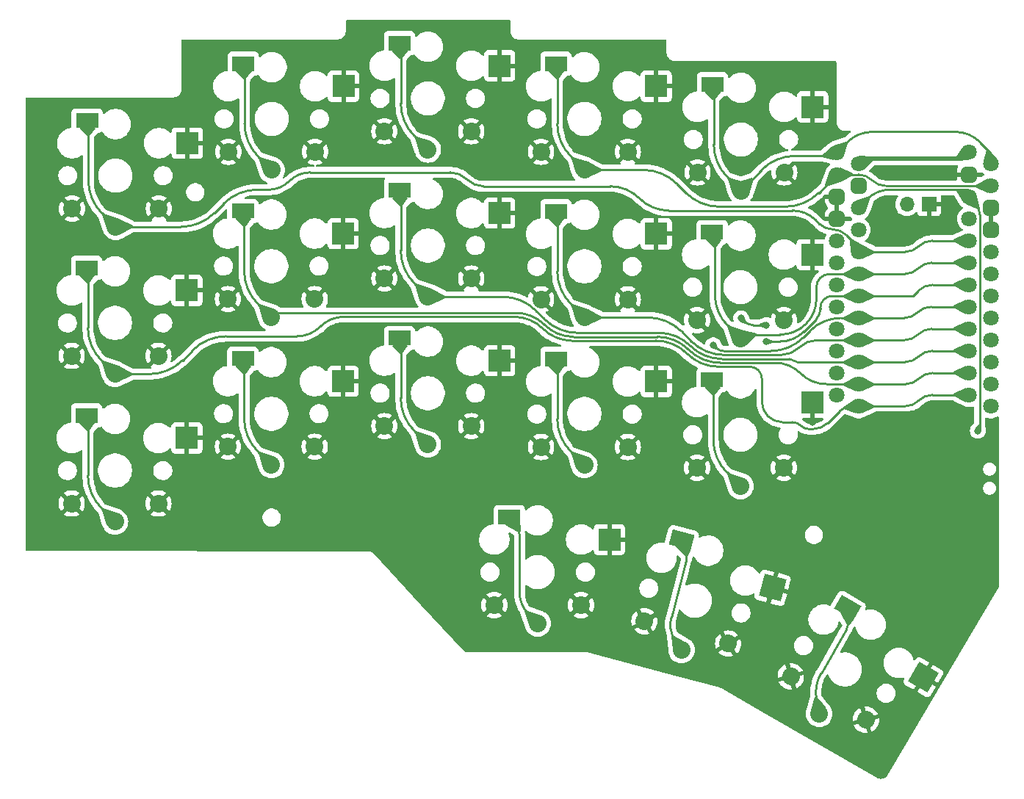
<source format=gbr>
%TF.GenerationSoftware,KiCad,Pcbnew,8.0.4*%
%TF.CreationDate,2024-09-02T16:48:54+07:00*%
%TF.ProjectId,cc36-rounded,63633336-2d72-46f7-956e-6465642e6b69,rev?*%
%TF.SameCoordinates,Original*%
%TF.FileFunction,Copper,L2,Bot*%
%TF.FilePolarity,Positive*%
%FSLAX46Y46*%
G04 Gerber Fmt 4.6, Leading zero omitted, Abs format (unit mm)*
G04 Created by KiCad (PCBNEW 8.0.4) date 2024-09-02 16:48:54*
%MOMM*%
%LPD*%
G01*
G04 APERTURE LIST*
G04 Aperture macros list*
%AMRoundRect*
0 Rectangle with rounded corners*
0 $1 Rounding radius*
0 $2 $3 $4 $5 $6 $7 $8 $9 X,Y pos of 4 corners*
0 Add a 4 corners polygon primitive as box body*
4,1,4,$2,$3,$4,$5,$6,$7,$8,$9,$2,$3,0*
0 Add four circle primitives for the rounded corners*
1,1,$1+$1,$2,$3*
1,1,$1+$1,$4,$5*
1,1,$1+$1,$6,$7*
1,1,$1+$1,$8,$9*
0 Add four rect primitives between the rounded corners*
20,1,$1+$1,$2,$3,$4,$5,0*
20,1,$1+$1,$4,$5,$6,$7,0*
20,1,$1+$1,$6,$7,$8,$9,0*
20,1,$1+$1,$8,$9,$2,$3,0*%
%AMRotRect*
0 Rectangle, with rotation*
0 The origin of the aperture is its center*
0 $1 length*
0 $2 width*
0 $3 Rotation angle, in degrees counterclockwise*
0 Add horizontal line*
21,1,$1,$2,0,0,$3*%
G04 Aperture macros list end*
%TA.AperFunction,SMDPad,CuDef*%
%ADD10R,2.600000X1.800000*%
%TD*%
%TA.AperFunction,ComponentPad*%
%ADD11C,2.032000*%
%TD*%
%TA.AperFunction,SMDPad,CuDef*%
%ADD12R,2.600000X2.600000*%
%TD*%
%TA.AperFunction,SMDPad,CuDef*%
%ADD13RotRect,2.600000X2.600000X330.000000*%
%TD*%
%TA.AperFunction,SMDPad,CuDef*%
%ADD14RotRect,2.600000X1.800000X330.000000*%
%TD*%
%TA.AperFunction,SMDPad,CuDef*%
%ADD15RotRect,2.600000X1.800000X345.000000*%
%TD*%
%TA.AperFunction,SMDPad,CuDef*%
%ADD16RotRect,2.600000X2.600000X345.000000*%
%TD*%
%TA.AperFunction,ComponentPad*%
%ADD17C,1.800000*%
%TD*%
%TA.AperFunction,ComponentPad*%
%ADD18RoundRect,0.450000X0.450000X0.450000X-0.450000X0.450000X-0.450000X-0.450000X0.450000X-0.450000X0*%
%TD*%
%TA.AperFunction,ComponentPad*%
%ADD19O,1.700000X1.700000*%
%TD*%
%TA.AperFunction,ComponentPad*%
%ADD20R,1.700000X1.700000*%
%TD*%
%TA.AperFunction,ComponentPad*%
%ADD21RoundRect,0.450000X-0.450000X-0.450000X0.450000X-0.450000X0.450000X0.450000X-0.450000X0.450000X0*%
%TD*%
%TA.AperFunction,ViaPad*%
%ADD22C,0.800000*%
%TD*%
%TA.AperFunction,Conductor*%
%ADD23C,0.500000*%
%TD*%
%TA.AperFunction,Conductor*%
%ADD24C,0.250000*%
%TD*%
G04 APERTURE END LIST*
D10*
%TO.P,SW12,1,1*%
%TO.N,Switch12*%
X154665000Y-72090000D03*
D11*
X157940000Y-84340000D03*
%TO.P,SW12,2,2*%
%TO.N,gnd*%
X152940000Y-82240000D03*
X162940000Y-82240000D03*
D12*
X166215000Y-74690000D03*
%TD*%
D10*
%TO.P,SW10,1,1*%
%TO.N,Switch10*%
X118635000Y-67290000D03*
D11*
X121910000Y-79540000D03*
%TO.P,SW10,2,2*%
%TO.N,gnd*%
X116910000Y-77440000D03*
X126910000Y-77440000D03*
D12*
X130185000Y-69890000D03*
%TD*%
D10*
%TO.P,SW18,1,1*%
%TO.N,Switch18*%
X154665000Y-89108000D03*
D11*
X157940000Y-101358000D03*
%TO.P,SW18,2,2*%
%TO.N,gnd*%
X152940000Y-99258000D03*
X162940000Y-99258000D03*
D12*
X166215000Y-91708000D03*
%TD*%
D10*
%TO.P,SW15,1,1*%
%TO.N,Switch15*%
X100595000Y-86678000D03*
D11*
X103870000Y-98928000D03*
%TO.P,SW15,2,2*%
%TO.N,gnd*%
X98870000Y-96828000D03*
X108870000Y-96828000D03*
D12*
X112145000Y-89278000D03*
%TD*%
D13*
%TO.P,SW21,2,2*%
%TO.N,gnd*%
X179011360Y-123400356D03*
D11*
X172400127Y-128301348D03*
X163739873Y-123301349D03*
%TO.P,SW21,1,1*%
%TO.N,Switch21*%
X167020000Y-127620000D03*
D14*
X170308767Y-115373689D03*
%TD*%
D15*
%TO.P,SW20,1,1*%
%TO.N,Switch20*%
X151167126Y-107579777D03*
D11*
X151160000Y-120260000D03*
%TO.P,SW20,2,2*%
%TO.N,gnd*%
X146873890Y-116937461D03*
X156533149Y-119525651D03*
D16*
X161650640Y-113080544D03*
%TD*%
D10*
%TO.P,SW19,1,1*%
%TO.N,Switch19*%
X131295000Y-104940000D03*
D11*
X134570000Y-117190000D03*
%TO.P,SW19,2,2*%
%TO.N,gnd*%
X129570000Y-115090000D03*
X139570000Y-115090000D03*
D12*
X142845000Y-107540000D03*
%TD*%
D10*
%TO.P,SW17,1,1*%
%TO.N,Switch17*%
X136679000Y-86700000D03*
D11*
X139954000Y-98950000D03*
%TO.P,SW17,2,2*%
%TO.N,gnd*%
X134954000Y-96850000D03*
X144954000Y-96850000D03*
D12*
X148229000Y-89300000D03*
%TD*%
D10*
%TO.P,SW16,1,1*%
%TO.N,Switch16*%
X118635000Y-84308000D03*
D11*
X121910000Y-96558000D03*
%TO.P,SW16,2,2*%
%TO.N,gnd*%
X116910000Y-94458000D03*
X126910000Y-94458000D03*
D12*
X130185000Y-86908000D03*
%TD*%
D10*
%TO.P,SW14,1,1*%
%TO.N,Switch14*%
X82577000Y-93218000D03*
D11*
X85852000Y-105468000D03*
%TO.P,SW14,2,2*%
%TO.N,gnd*%
X80852000Y-103368000D03*
X90852000Y-103368000D03*
D12*
X94127000Y-95818000D03*
%TD*%
D10*
%TO.P,SW11,1,1*%
%TO.N,Switch11*%
X136679000Y-69682000D03*
D11*
X139954000Y-81932000D03*
%TO.P,SW11,2,2*%
%TO.N,gnd*%
X134954000Y-79832000D03*
X144954000Y-79832000D03*
D12*
X148229000Y-72282000D03*
%TD*%
D10*
%TO.P,SW9,1,1*%
%TO.N,Switch9*%
X100595000Y-69660000D03*
D11*
X103870000Y-81910000D03*
%TO.P,SW9,2,2*%
%TO.N,gnd*%
X98870000Y-79810000D03*
X108870000Y-79810000D03*
D12*
X112145000Y-72260000D03*
%TD*%
D10*
%TO.P,SW8,1,1*%
%TO.N,Switch8*%
X82577000Y-76200000D03*
D11*
X85852000Y-88450000D03*
%TO.P,SW8,2,2*%
%TO.N,gnd*%
X80852000Y-86350000D03*
X90852000Y-86350000D03*
D12*
X94127000Y-78800000D03*
%TD*%
D10*
%TO.P,SW6,1,1*%
%TO.N,Switch6*%
X154713000Y-55050000D03*
D11*
X157988000Y-67300000D03*
%TO.P,SW6,2,2*%
%TO.N,gnd*%
X152988000Y-65200000D03*
X162988000Y-65200000D03*
D12*
X166263000Y-57650000D03*
%TD*%
D10*
%TO.P,SW5,1,1*%
%TO.N,Switch5*%
X136679000Y-52670000D03*
D11*
X139954000Y-64920000D03*
%TO.P,SW5,2,2*%
%TO.N,gnd*%
X134954000Y-62820000D03*
X144954000Y-62820000D03*
D12*
X148229000Y-55270000D03*
%TD*%
D10*
%TO.P,SW4,1,1*%
%TO.N,Switch4*%
X118635000Y-50310000D03*
D11*
X121910000Y-62560000D03*
%TO.P,SW4,2,2*%
%TO.N,gnd*%
X116910000Y-60460000D03*
X126910000Y-60460000D03*
D12*
X130185000Y-52910000D03*
%TD*%
D10*
%TO.P,SW3,1,1*%
%TO.N,Switch3*%
X100635000Y-52670000D03*
D11*
X103910000Y-64920000D03*
%TO.P,SW3,2,2*%
%TO.N,gnd*%
X98910000Y-62820000D03*
X108910000Y-62820000D03*
D12*
X112185000Y-55270000D03*
%TD*%
D10*
%TO.P,SW2,1,1*%
%TO.N,Switch2*%
X82635000Y-59230000D03*
D11*
X85910000Y-71480000D03*
%TO.P,SW2,2,2*%
%TO.N,gnd*%
X80910000Y-69380000D03*
X90910000Y-69380000D03*
D12*
X94185000Y-61830000D03*
%TD*%
D17*
%TO.P,U1,1,P0.06*%
%TO.N,Switch6*%
X169060000Y-62920000D03*
%TO.P,U1,2,P0.08*%
%TO.N,Switch5*%
X169060000Y-65460000D03*
D18*
%TO.P,U1,3,GND*%
%TO.N,gnd*%
X169060000Y-68000000D03*
%TO.P,U1,4,GND*%
X169060000Y-70540000D03*
D17*
%TO.P,U1,5,P0.17*%
%TO.N,Switch14*%
X169060000Y-73080000D03*
%TO.P,U1,6,P0.20*%
%TO.N,Switch15*%
X169060000Y-75620000D03*
%TO.P,U1,7,P0.22*%
%TO.N,Switch16*%
X169060000Y-78160000D03*
%TO.P,U1,8,P0.24*%
%TO.N,Switch17*%
X169060000Y-80700000D03*
%TO.P,U1,9,P1.00*%
%TO.N,Switch18*%
X169060000Y-83240000D03*
%TO.P,U1,10,P0.11*%
%TO.N,Switch19*%
X169060000Y-85780000D03*
%TO.P,U1,11,P1.04-LF*%
%TO.N,Switch20*%
X169060000Y-88320000D03*
%TO.P,U1,12,P1.06-LF*%
%TO.N,Switch21*%
X169060000Y-90860000D03*
%TO.P,U1,13,P0.09-LF*%
%TO.N,Switch8*%
X184300000Y-90860000D03*
%TO.P,U1,14,P0.10-LF*%
%TO.N,Switch9*%
X184300000Y-88320000D03*
%TO.P,U1,15,P1.11-LF*%
%TO.N,Switch10*%
X184300000Y-85780000D03*
%TO.P,U1,16,P1.13-LF*%
%TO.N,Switch11*%
X184300000Y-83240000D03*
%TO.P,U1,17,P1.15-LF*%
%TO.N,Switch3*%
X184300000Y-80700000D03*
%TO.P,U1,18,P0.02-LF*%
%TO.N,Switch4*%
X184300000Y-78160000D03*
%TO.P,U1,19,P0.29-LF*%
%TO.N,Switch12*%
X184300000Y-75620000D03*
%TO.P,U1,20,P0.31-LF*%
%TO.N,Switch2*%
X184300000Y-73080000D03*
%TO.P,U1,21,3V3*%
%TO.N,unconnected-(U1-3V3-Pad21)*%
X184300000Y-70540000D03*
%TO.P,U1,22,RST*%
%TO.N,reset*%
X184300000Y-68000000D03*
D18*
%TO.P,U1,23,GND*%
%TO.N,gnd*%
X184300000Y-65460000D03*
D17*
%TO.P,U1,24,BAT+*%
%TO.N,+BATT*%
X184280000Y-62890000D03*
%TD*%
D19*
%TO.P,BT1,1,+*%
%TO.N,Net-(BT1-+)*%
X177129999Y-68900000D03*
D20*
%TO.P,BT1,2,-*%
%TO.N,gnd*%
X179670001Y-68900000D03*
%TD*%
D17*
%TO.P,U2,24,BAT+*%
%TO.N,+BATT*%
X171570000Y-64180000D03*
D21*
%TO.P,U2,23,GND*%
%TO.N,gnd*%
X171550000Y-66750000D03*
D17*
%TO.P,U2,22,RST*%
%TO.N,reset*%
X171550000Y-69290000D03*
%TO.P,U2,21,3V3*%
%TO.N,unconnected-(U2-3V3-Pad21)*%
X171550000Y-71830000D03*
%TO.P,U2,20,P0.31-LF*%
%TO.N,Switch2*%
X171550000Y-74370000D03*
%TO.P,U2,19,P0.29-LF*%
%TO.N,Switch12*%
X171550000Y-76910000D03*
%TO.P,U2,18,P0.02-LF*%
%TO.N,Switch4*%
X171550000Y-79450000D03*
%TO.P,U2,17,P1.15-LF*%
%TO.N,Switch3*%
X171550000Y-81990000D03*
%TO.P,U2,16,P1.13-LF*%
%TO.N,Switch11*%
X171550000Y-84530000D03*
%TO.P,U2,15,P1.11-LF*%
%TO.N,Switch10*%
X171550000Y-87070000D03*
%TO.P,U2,14,P0.10-LF*%
%TO.N,Switch9*%
X171550000Y-89610000D03*
%TO.P,U2,13,P0.09-LF*%
%TO.N,Switch8*%
X171550000Y-92150000D03*
%TO.P,U2,12,P1.06-LF*%
%TO.N,Switch21*%
X186790000Y-92150000D03*
%TO.P,U2,11,P1.04-LF*%
%TO.N,Switch20*%
X186790000Y-89610000D03*
%TO.P,U2,10,P0.11*%
%TO.N,Switch19*%
X186790000Y-87070000D03*
%TO.P,U2,9,P1.00*%
%TO.N,Switch18*%
X186790000Y-84530000D03*
%TO.P,U2,8,P0.24*%
%TO.N,Switch17*%
X186790000Y-81990000D03*
%TO.P,U2,7,P0.22*%
%TO.N,Switch16*%
X186790000Y-79450000D03*
%TO.P,U2,6,P0.20*%
%TO.N,Switch15*%
X186790000Y-76910000D03*
%TO.P,U2,5,P0.17*%
%TO.N,Switch14*%
X186790000Y-74370000D03*
D21*
%TO.P,U2,4,GND*%
%TO.N,gnd*%
X186790000Y-71830000D03*
%TO.P,U2,3,GND*%
X186790000Y-69290000D03*
D17*
%TO.P,U2,2,P0.08*%
%TO.N,Switch5*%
X186790000Y-66750000D03*
%TO.P,U2,1,P0.06*%
%TO.N,Switch6*%
X186790000Y-64210000D03*
%TD*%
D22*
%TO.N,gnd*%
X166200000Y-94000000D03*
%TO.N,Switch4*%
X160900000Y-84700000D03*
X160900000Y-82800000D03*
X158000000Y-82000000D03*
%TO.N,Switch3*%
X154800000Y-85100000D03*
%TO.N,reset*%
X185300000Y-95000000D03*
%TD*%
D23*
%TO.N,+BATT*%
X184210000Y-63290000D02*
G75*
G02*
X183461593Y-63599997I-748400J748400D01*
G01*
X172764974Y-63600000D02*
G75*
G03*
X171920007Y-63950007I26J-1195000D01*
G01*
D24*
%TO.N,Switch21*%
X170454383Y-116236844D02*
G75*
G02*
X170163444Y-117858724I-2404783J-405656D01*
G01*
X167217645Y-122978854D02*
G75*
G03*
X166710003Y-126009999I3820055J-2197846D01*
G01*
%TO.N,Switch20*%
X149957682Y-116531474D02*
G75*
G03*
X150380015Y-119079990I3065618J-801226D01*
G01*
X151533563Y-108339888D02*
G75*
G02*
X151686601Y-109916398I-2066763J-996312D01*
G01*
%TO.N,Switch19*%
X131887750Y-105532750D02*
G75*
G02*
X132480510Y-106963775I-1431050J-1431050D01*
G01*
X132480500Y-113623000D02*
G75*
G03*
X133525250Y-116145250I3567000J0D01*
G01*
%TO.N,Switch17*%
X136754000Y-86775000D02*
G75*
G02*
X136829014Y-86956066I-181100J-181100D01*
G01*
X136829000Y-93615291D02*
G75*
G03*
X138391497Y-97387503I5334700J-9D01*
G01*
%TO.N,Switch16*%
X118710000Y-84383000D02*
G75*
G02*
X118785014Y-84564066I-181100J-181100D01*
G01*
X118785000Y-91223291D02*
G75*
G03*
X120347497Y-94995503I5334700J-9D01*
G01*
%TO.N,Switch15*%
X100745000Y-93593291D02*
G75*
G03*
X102307497Y-97365503I5334700J-9D01*
G01*
X100670000Y-86753000D02*
G75*
G02*
X100745014Y-86934066I-181100J-181100D01*
G01*
%TO.N,Switch14*%
X82652000Y-93293000D02*
G75*
G02*
X82727014Y-93474066I-181100J-181100D01*
G01*
X82727000Y-100133291D02*
G75*
G03*
X84289497Y-103905503I5334700J-9D01*
G01*
%TO.N,Switch12*%
X168219325Y-76910000D02*
G75*
G03*
X167144993Y-77354993I-25J-1519300D01*
G01*
X155000000Y-79321106D02*
G75*
G03*
X156470002Y-82869998I5018900J6D01*
G01*
X165481802Y-82681802D02*
G75*
G02*
X162540811Y-83900005I-2941002J2941002D01*
G01*
X167145000Y-77355000D02*
G75*
G03*
X166700010Y-78429325I1074300J-1074300D01*
G01*
X158691126Y-83900000D02*
G75*
G03*
X158159992Y-84119992I-26J-751100D01*
G01*
X157720000Y-84120000D02*
G75*
G03*
X158160000Y-84120000I220000J220003D01*
G01*
X178435000Y-76265000D02*
G75*
G02*
X176877832Y-76910013I-1557200J1557200D01*
G01*
X179992167Y-75620000D02*
G75*
G03*
X178435009Y-76265009I33J-2202200D01*
G01*
X166700000Y-79740811D02*
G75*
G02*
X165481799Y-82681799I-4159200J11D01*
G01*
X154832500Y-72657500D02*
G75*
G02*
X155000008Y-73061880I-404400J-404400D01*
G01*
%TO.N,Switch11*%
X178415000Y-83885000D02*
G75*
G02*
X176857832Y-84530013I-1557200J1557200D01*
G01*
X151125792Y-83525792D02*
G75*
G03*
X147278036Y-81931989I-3847792J-3847808D01*
G01*
X179972167Y-83240000D02*
G75*
G03*
X178415009Y-83885009I33J-2202200D01*
G01*
X166786223Y-84530000D02*
G75*
G03*
X164709993Y-85389993I-23J-2936200D01*
G01*
X164710000Y-85390000D02*
G75*
G02*
X162633776Y-86249990I-2076200J2076200D01*
G01*
X152256207Y-84656207D02*
G75*
G03*
X156103963Y-86250011I3847793J3847807D01*
G01*
X136829000Y-76597291D02*
G75*
G03*
X138391497Y-80369503I5334700J-9D01*
G01*
X136754000Y-69757000D02*
G75*
G02*
X136829014Y-69938066I-181100J-181100D01*
G01*
%TO.N,Switch10*%
X164021396Y-86885000D02*
G75*
G03*
X163574766Y-86700015I-446596J-446600D01*
G01*
X152163604Y-85200000D02*
G75*
G03*
X155784924Y-86699989I3621296J3621300D01*
G01*
X152163604Y-85200000D02*
G75*
G03*
X148542283Y-83700006I-3621304J-3621300D01*
G01*
X118785000Y-74205291D02*
G75*
G03*
X120347497Y-77977503I5334700J-9D01*
G01*
X118710000Y-67365000D02*
G75*
G02*
X118785014Y-67546066I-181100J-181100D01*
G01*
X178475000Y-86425000D02*
G75*
G02*
X176917832Y-87070013I-1557200J1557200D01*
G01*
X180032167Y-85780000D02*
G75*
G03*
X178475009Y-86425009I33J-2202200D01*
G01*
X134359331Y-81133792D02*
G75*
G03*
X130511575Y-79540032I-3847731J-3847808D01*
G01*
X135331746Y-82106207D02*
G75*
G03*
X139179502Y-83699983I3847754J3847807D01*
G01*
X164021396Y-86885000D02*
G75*
G03*
X164468025Y-87069991I446604J446600D01*
G01*
%TO.N,Switch9*%
X164880000Y-88380000D02*
G75*
G03*
X167849482Y-89610007I2969500J2969500D01*
G01*
X151977208Y-85650000D02*
G75*
G03*
X155598528Y-87149986I3621292J3621300D01*
G01*
X151977208Y-85650000D02*
G75*
G03*
X148355887Y-84150003I-3621308J-3621300D01*
G01*
X178535000Y-88965000D02*
G75*
G02*
X176977832Y-89610013I-1557200J1557200D01*
G01*
X135364143Y-82775000D02*
G75*
G03*
X138683686Y-84150022I3319557J3319500D01*
G01*
X100745000Y-76575291D02*
G75*
G03*
X102307497Y-80347503I5334700J-9D01*
G01*
X103615000Y-81655000D02*
G75*
G03*
X104125000Y-81655000I255000J255002D01*
G01*
X135364143Y-82775000D02*
G75*
G03*
X132044599Y-81399988I-3319543J-3319500D01*
G01*
X180092167Y-88320000D02*
G75*
G03*
X178535009Y-88965009I33J-2202200D01*
G01*
X100670000Y-69735000D02*
G75*
G02*
X100745014Y-69916066I-181100J-181100D01*
G01*
X164880000Y-88380000D02*
G75*
G03*
X161910517Y-87149993I-2969500J-2969500D01*
G01*
X104740624Y-81400000D02*
G75*
G03*
X104124993Y-81654993I-24J-870600D01*
G01*
%TO.N,Switch8*%
X178495000Y-91505000D02*
G75*
G02*
X176937832Y-92150013I-1557200J1557200D01*
G01*
X82727000Y-83115291D02*
G75*
G03*
X84289497Y-86887503I5334700J-9D01*
G01*
X109525000Y-82975000D02*
G75*
G02*
X106809009Y-84100004I-2716000J2716000D01*
G01*
X112240990Y-81850000D02*
G75*
G03*
X109525003Y-82975003I10J-3841000D01*
G01*
X98665463Y-84100000D02*
G75*
G03*
X94817715Y-85693801I37J-5441600D01*
G01*
X93655292Y-86856207D02*
G75*
G02*
X89807536Y-88450010I-3847792J3847807D01*
G01*
X180052167Y-90860000D02*
G75*
G03*
X178495009Y-91505009I33J-2202200D01*
G01*
X135177747Y-83225000D02*
G75*
G03*
X138497290Y-84600019I3319553J3319500D01*
G01*
X135177747Y-83225000D02*
G75*
G03*
X131858203Y-81849985I-3319547J-3319500D01*
G01*
X160000000Y-88000000D02*
G75*
G03*
X159034314Y-87599994I-965700J-965700D01*
G01*
X160000000Y-88000000D02*
G75*
G02*
X160400006Y-88965685I-965700J-965700D01*
G01*
X151790812Y-86100000D02*
G75*
G03*
X155412132Y-87599983I3621288J3621300D01*
G01*
X82652000Y-76275000D02*
G75*
G02*
X82727014Y-76456066I-181100J-181100D01*
G01*
X168007106Y-94092893D02*
G75*
G02*
X166300000Y-94800003I-1707106J1707093D01*
G01*
X161100000Y-93300000D02*
G75*
G03*
X162789949Y-94000021I1690000J1690000D01*
G01*
X170750000Y-92150000D02*
G75*
G03*
X169384308Y-92715679I0J-1931400D01*
G01*
X164900000Y-94400000D02*
G75*
G03*
X163934314Y-93999994I-965700J-965700D01*
G01*
X164900000Y-94400000D02*
G75*
G03*
X165865685Y-94800006I965700J965700D01*
G01*
X151790812Y-86100000D02*
G75*
G03*
X148169491Y-84600000I-3621312J-3621300D01*
G01*
X160400000Y-91610050D02*
G75*
G03*
X161100015Y-93299985I2390000J50D01*
G01*
%TO.N,Switch6*%
X173150726Y-60523708D02*
G75*
G03*
X170258140Y-61721848I-26J-4090692D01*
G01*
X154863000Y-61965291D02*
G75*
G03*
X156425497Y-65737503I5334700J-9D01*
G01*
X168870000Y-63110000D02*
G75*
G02*
X168411299Y-63300000I-458700J458700D01*
G01*
X185583250Y-61730458D02*
G75*
G03*
X182669897Y-60523707I-2913350J-2913342D01*
G01*
X154788000Y-55125000D02*
G75*
G02*
X154863014Y-55306066I-181100J-181100D01*
G01*
X164241963Y-63300000D02*
G75*
G03*
X160394236Y-64893821I37J-5441500D01*
G01*
X186340000Y-62487208D02*
G75*
G02*
X186789996Y-63573604I-1086400J-1086392D01*
G01*
X169250000Y-62730000D02*
X168870000Y-63110000D01*
%TO.N,Switch5*%
X173105000Y-66105000D02*
G75*
G03*
X174662167Y-66750013I1557200J1557200D01*
G01*
X173105000Y-66105000D02*
G75*
G03*
X171547832Y-65459987I-1557200J-1557200D01*
G01*
X150613792Y-66513792D02*
G75*
G03*
X146766036Y-64919989I-3847792J-3847808D01*
G01*
X136829000Y-59585291D02*
G75*
G03*
X138391497Y-63357503I5334700J-9D01*
G01*
X136754000Y-52745000D02*
G75*
G02*
X136829014Y-52926066I-181100J-181100D01*
G01*
X151656207Y-67556207D02*
G75*
G03*
X155503963Y-69150011I3847793J3847807D01*
G01*
X166963792Y-67556207D02*
G75*
G02*
X163116036Y-69150010I-3847792J3847807D01*
G01*
%TO.N,Switch4*%
X158400000Y-82400000D02*
G75*
G03*
X159365685Y-82800006I965700J965700D01*
G01*
X177775000Y-79475000D02*
G75*
G03*
X177714644Y-79449982I-60400J-60400D01*
G01*
X180087523Y-78160000D02*
G75*
G03*
X178469993Y-78829993I-23J-2287500D01*
G01*
X165231370Y-83568628D02*
G75*
G02*
X162500000Y-84700011I-2731370J2731328D01*
G01*
X118785000Y-57225291D02*
G75*
G03*
X120347497Y-60997503I5334700J-9D01*
G01*
X177775000Y-79475000D02*
G75*
G03*
X177825000Y-79475000I25000J25001D01*
G01*
X167150000Y-80950000D02*
G75*
G02*
X166655036Y-82144985I-1690000J0D01*
G01*
X168515685Y-79450000D02*
G75*
G03*
X167550004Y-79850004I15J-1365700D01*
G01*
X118710000Y-50385000D02*
G75*
G02*
X118785014Y-50566066I-181100J-181100D01*
G01*
X167550000Y-79850000D02*
G75*
G03*
X167149994Y-80815685I965700J-965700D01*
G01*
%TO.N,Switch3*%
X179912167Y-80700000D02*
G75*
G03*
X178355009Y-81345009I33J-2202200D01*
G01*
X100785000Y-59585291D02*
G75*
G03*
X102347497Y-63357503I5334700J-9D01*
G01*
X155150000Y-85450000D02*
G75*
G03*
X155994974Y-85800010I845000J845000D01*
G01*
X100710000Y-52745000D02*
G75*
G02*
X100785014Y-52926066I-181100J-181100D01*
G01*
X178355000Y-81345000D02*
G75*
G02*
X176797832Y-81990013I-1557200J1557200D01*
G01*
X165230188Y-84206206D02*
G75*
G02*
X161382432Y-85800007I-3847788J3847806D01*
G01*
X169498198Y-81990000D02*
G75*
G03*
X165995551Y-83440842I2J-4953500D01*
G01*
%TO.N,Switch2*%
X171550000Y-74103794D02*
G75*
G03*
X171816206Y-74370000I266200J-6D01*
G01*
X180032167Y-73080000D02*
G75*
G03*
X178475009Y-73725009I33J-2202200D01*
G01*
X146300000Y-68200000D02*
G75*
G03*
X142920101Y-66800000I-3379900J-3379900D01*
G01*
X126400000Y-66000000D02*
G75*
G03*
X124468629Y-65199988I-1931400J-1931400D01*
G01*
X105950000Y-66200000D02*
G75*
G02*
X103535786Y-67199994I-2414200J2414200D01*
G01*
X126400000Y-66000000D02*
G75*
G03*
X128331370Y-66800012I1931400J1931400D01*
G01*
X178475000Y-73725000D02*
G75*
G02*
X176917832Y-74370013I-1557200J1557200D01*
G01*
X97293792Y-69886206D02*
G75*
G02*
X93446036Y-71480010I-3847792J3847806D01*
G01*
X82785000Y-66145291D02*
G75*
G03*
X84347497Y-69917503I5334700J-9D01*
G01*
X167024215Y-71124215D02*
G75*
G03*
X168571206Y-71764988I1546985J1547015D01*
G01*
X170118196Y-72405784D02*
G75*
G03*
X168571206Y-71765003I-1546996J-1547016D01*
G01*
X108364213Y-65200000D02*
G75*
G03*
X105949996Y-66199996I-13J-3414200D01*
G01*
X102233963Y-67200000D02*
G75*
G03*
X98386236Y-68793821I37J-5441500D01*
G01*
X146300000Y-68200000D02*
G75*
G03*
X149679898Y-69600000I3379900J3379900D01*
G01*
X82710000Y-59305000D02*
G75*
G02*
X82785014Y-59486066I-181100J-181100D01*
G01*
X166582500Y-70682500D02*
G75*
G03*
X163969113Y-69599994I-2613400J-2613400D01*
G01*
X171361763Y-73649351D02*
G75*
G02*
X171549998Y-74103794I-454463J-454449D01*
G01*
%TO.N,reset*%
X175117853Y-67200000D02*
G75*
G03*
X172594984Y-68244984I-53J-3567800D01*
G01*
X184912500Y-68612500D02*
G75*
G02*
X185524998Y-70091205I-1478700J-1478700D01*
G01*
X185525000Y-94615900D02*
G75*
G02*
X185412500Y-94887500I-384100J0D01*
G01*
X184140000Y-67600000D02*
G75*
G03*
X183174314Y-67199994I-965700J-965700D01*
G01*
%TO.N,Switch18*%
X154740000Y-89183000D02*
G75*
G02*
X154815014Y-89364067I-181100J-181100D01*
G01*
X154815001Y-96023293D02*
G75*
G03*
X156377498Y-99795502I5334699J-7D01*
G01*
%TO.N,gnd*%
X166215000Y-93974393D02*
G75*
G02*
X166207502Y-93992502I-25600J-7D01*
G01*
%TO.N,Switch2*%
X93446036Y-71480000D02*
X85910000Y-71480000D01*
X97293792Y-69886206D02*
X98386207Y-68793792D01*
X103535786Y-67200000D02*
X102233963Y-67200000D01*
X170118196Y-72405784D02*
X171361763Y-73649351D01*
X124468629Y-65200000D02*
X108364213Y-65200000D01*
X167024215Y-71124215D02*
X166582500Y-70682500D01*
X142920101Y-66800000D02*
X128331370Y-66800000D01*
X149679898Y-69600000D02*
X163969113Y-69600000D01*
%TO.N,Switch12*%
X154832500Y-72657500D02*
X154665000Y-72490000D01*
X155000000Y-79321106D02*
X155000000Y-73061880D01*
X156470000Y-82870000D02*
X157720000Y-84120000D01*
%TO.N,gnd*%
X166207500Y-93992500D02*
X166200000Y-94000000D01*
X166215000Y-93974393D02*
X166215000Y-91708000D01*
%TO.N,Switch8*%
X160400000Y-88965685D02*
X160400000Y-91610050D01*
X159034314Y-87600000D02*
X155412132Y-87600000D01*
X112240990Y-81850000D02*
X131858203Y-81850000D01*
X138497290Y-84600000D02*
X148169491Y-84600000D01*
X106809009Y-84100000D02*
X98665463Y-84100000D01*
X94817706Y-85693792D02*
X93655292Y-86856207D01*
X162789949Y-94000000D02*
X163934314Y-94000000D01*
X85852000Y-88450000D02*
X89807536Y-88450000D01*
X168007106Y-94092893D02*
X169384314Y-92715685D01*
X166300000Y-94800000D02*
X165865685Y-94800000D01*
X170750000Y-92150000D02*
X171550000Y-92150000D01*
%TO.N,Switch10*%
X121910000Y-79540000D02*
X130511575Y-79540000D01*
X163574766Y-86700000D02*
X155784924Y-86700000D01*
X134359331Y-81133792D02*
X135331746Y-82106207D01*
X148542283Y-83700000D02*
X139179502Y-83700000D01*
X171550000Y-87070000D02*
X164468025Y-87070000D01*
%TO.N,Switch9*%
X132044599Y-81400000D02*
X104740624Y-81400000D01*
X148355887Y-84150000D02*
X138683686Y-84150000D01*
X155598528Y-87150000D02*
X161910517Y-87150000D01*
X167849482Y-89610000D02*
X171550000Y-89610000D01*
%TO.N,Switch11*%
X139954000Y-81932000D02*
X147278036Y-81932000D01*
X151125792Y-83525792D02*
X152256207Y-84656207D01*
X162633776Y-86250000D02*
X156103963Y-86250000D01*
X166786223Y-84530000D02*
X171550000Y-84530000D01*
%TO.N,Switch3*%
X154800000Y-85100000D02*
X155150000Y-85450000D01*
X155994974Y-85800000D02*
X161382432Y-85800000D01*
X165230188Y-84206206D02*
X165995552Y-83440843D01*
X171550000Y-81990000D02*
X169498198Y-81990000D01*
%TO.N,Switch12*%
X162540811Y-83900000D02*
X158691126Y-83900000D01*
X166700000Y-78429325D02*
X166700000Y-79740811D01*
X168219325Y-76910000D02*
X171550000Y-76910000D01*
%TO.N,Switch4*%
X168515685Y-79450000D02*
X171550000Y-79450000D01*
X162500000Y-84700000D02*
X160900000Y-84700000D01*
X167150000Y-80950000D02*
X167150000Y-80815685D01*
X165231370Y-83568628D02*
X166655025Y-82144974D01*
X158400000Y-82400000D02*
X158000000Y-82000000D01*
X159365685Y-82800000D02*
X160900000Y-82800000D01*
%TO.N,Switch5*%
X139954000Y-64920000D02*
X146766036Y-64920000D01*
X166963792Y-67556207D02*
X169060000Y-65460000D01*
X150613792Y-66513792D02*
X151656207Y-67556207D01*
X155503963Y-69150000D02*
X163116036Y-69150000D01*
%TO.N,Switch6*%
X157988000Y-67300000D02*
X160394207Y-64893792D01*
X168411299Y-63300000D02*
X164241963Y-63300000D01*
X186790000Y-63573604D02*
X186790000Y-64210000D01*
X185583250Y-61730458D02*
X186340000Y-62487208D01*
X173150726Y-60523708D02*
X182669897Y-60523708D01*
X170258146Y-61721854D02*
X169250000Y-62730000D01*
%TO.N,Switch21*%
X170163466Y-117858736D02*
X167217645Y-122978854D01*
X170454383Y-116236844D02*
X170308767Y-115373689D01*
X166710000Y-126010000D02*
X167020000Y-127620000D01*
%TO.N,Switch20*%
X149957682Y-116531474D02*
X151686621Y-109916403D01*
X151533563Y-108339888D02*
X151167126Y-107579777D01*
X150380000Y-119080000D02*
X151160000Y-120260000D01*
%TO.N,Switch18*%
X154740000Y-89183000D02*
X154665000Y-89108000D01*
X154815001Y-89364067D02*
X154815001Y-96023293D01*
X156377500Y-99795500D02*
X157940000Y-101358000D01*
%TO.N,reset*%
X185525000Y-70091205D02*
X185525000Y-94615900D01*
X185300000Y-95000000D02*
X185412500Y-94887500D01*
X184912500Y-68612500D02*
X184300000Y-68000000D01*
%TO.N,Switch8*%
X180052167Y-90860000D02*
X184300000Y-90860000D01*
X176937832Y-92150000D02*
X171550000Y-92150000D01*
%TO.N,Switch9*%
X180092167Y-88320000D02*
X184300000Y-88320000D01*
X176977832Y-89610000D02*
X171550000Y-89610000D01*
%TO.N,Switch10*%
X180032167Y-85780000D02*
X184300000Y-85780000D01*
X176917832Y-87070000D02*
X171550000Y-87070000D01*
%TO.N,Switch11*%
X179972167Y-83240000D02*
X184300000Y-83240000D01*
X176857832Y-84530000D02*
X171550000Y-84530000D01*
%TO.N,Switch4*%
X180087523Y-78160000D02*
X184300000Y-78160000D01*
X178470000Y-78830000D02*
X177825000Y-79475000D01*
X177714644Y-79450000D02*
X171550000Y-79450000D01*
%TO.N,Switch3*%
X179912167Y-80700000D02*
X184300000Y-80700000D01*
X171550000Y-81990000D02*
X176797832Y-81990000D01*
%TO.N,Switch12*%
X179992167Y-75620000D02*
X184300000Y-75620000D01*
X176877832Y-76910000D02*
X171550000Y-76910000D01*
%TO.N,Switch2*%
X180032167Y-73080000D02*
X184540000Y-73080000D01*
X171816206Y-74370000D02*
X176917832Y-74370000D01*
%TO.N,Switch5*%
X174662167Y-66750000D02*
X186790000Y-66750000D01*
X171547832Y-65460000D02*
X169300000Y-65460000D01*
%TO.N,reset*%
X172595000Y-68245000D02*
X171550000Y-69290000D01*
X184140000Y-67600000D02*
X184540000Y-68000000D01*
X175117853Y-67200000D02*
X183174314Y-67200000D01*
%TO.N,gnd*%
X186790000Y-69410000D02*
X186790000Y-68602412D01*
X180175001Y-69405000D02*
X179670001Y-68900000D01*
D23*
%TO.N,+BATT*%
X184210000Y-63290000D02*
X184520000Y-62980000D01*
X183461593Y-63600000D02*
X172764974Y-63600000D01*
X171920000Y-63950000D02*
X171570000Y-64300000D01*
D24*
%TO.N,Switch6*%
X154788000Y-55125000D02*
X154713000Y-55050000D01*
X154863000Y-61965291D02*
X154863000Y-55306066D01*
X156425500Y-65737500D02*
X157988000Y-67300000D01*
%TO.N,Switch11*%
X136754000Y-69757000D02*
X136679000Y-69682000D01*
X136829000Y-76597291D02*
X136829000Y-69938066D01*
X139954000Y-81932000D02*
X138391500Y-80369500D01*
%TO.N,Switch10*%
X118710000Y-67365000D02*
X118635000Y-67290000D01*
X118785000Y-74205291D02*
X118785000Y-67546066D01*
X121910000Y-79540000D02*
X120347500Y-77977500D01*
%TO.N,Switch5*%
X136754000Y-52745000D02*
X136679000Y-52670000D01*
X136829000Y-59585291D02*
X136829000Y-52926066D01*
X139954000Y-64920000D02*
X138391500Y-63357500D01*
%TO.N,Switch4*%
X118710000Y-50385000D02*
X118635000Y-50310000D01*
X120347500Y-60997500D02*
X121910000Y-62560000D01*
X118785000Y-57225291D02*
X118785000Y-50566066D01*
%TO.N,Switch9*%
X100670000Y-69735000D02*
X100595000Y-69660000D01*
X100745000Y-76575291D02*
X100745000Y-69916066D01*
X102307500Y-80347500D02*
X103615000Y-81655000D01*
%TO.N,Switch3*%
X100710000Y-52745000D02*
X100635000Y-52670000D01*
X100785000Y-59585291D02*
X100785000Y-52926066D01*
X102347500Y-63357500D02*
X103910000Y-64920000D01*
%TO.N,Switch2*%
X82710000Y-59305000D02*
X82635000Y-59230000D01*
X82785000Y-66145291D02*
X82785000Y-59486066D01*
X84347500Y-69917500D02*
X85910000Y-71480000D01*
%TO.N,Switch8*%
X82652000Y-76275000D02*
X82577000Y-76200000D01*
X82727000Y-83115291D02*
X82727000Y-76456066D01*
X84289500Y-86887500D02*
X85852000Y-88450000D01*
%TO.N,Switch14*%
X82652000Y-93293000D02*
X82577000Y-93218000D01*
X82727000Y-93474066D02*
X82727000Y-100133291D01*
X84289500Y-103905500D02*
X85852000Y-105468000D01*
%TO.N,Switch15*%
X100670000Y-86753000D02*
X100595000Y-86678000D01*
X100745000Y-93593291D02*
X100745000Y-86934066D01*
X102307500Y-97365500D02*
X103870000Y-98928000D01*
%TO.N,Switch16*%
X118710000Y-84383000D02*
X118635000Y-84308000D01*
X118785000Y-84564066D02*
X118785000Y-91223291D01*
X120347500Y-94995500D02*
X121910000Y-96558000D01*
%TO.N,Switch17*%
X136754000Y-86775000D02*
X136679000Y-86700000D01*
X136829000Y-86956066D02*
X136829000Y-93615291D01*
X138391500Y-97387500D02*
X139954000Y-98950000D01*
%TO.N,Switch19*%
X131887750Y-105532750D02*
X131295000Y-104940000D01*
X132480500Y-106963775D02*
X132480500Y-113623000D01*
X133525250Y-116145250D02*
X134570000Y-117190000D01*
%TD*%
%TA.AperFunction,Conductor*%
%TO.N,gnd*%
G36*
X131356539Y-47642185D02*
G01*
X131402294Y-47694989D01*
X131413500Y-47746500D01*
X131413500Y-48959534D01*
X131443898Y-49131937D01*
X131503775Y-49296446D01*
X131591309Y-49448057D01*
X131703836Y-49582163D01*
X131837942Y-49694690D01*
X131837943Y-49694691D01*
X131837945Y-49694692D01*
X131989555Y-49782225D01*
X132154062Y-49842101D01*
X132326468Y-49872500D01*
X132348108Y-49872500D01*
X149299500Y-49872500D01*
X149366539Y-49892185D01*
X149412294Y-49944989D01*
X149423500Y-49996500D01*
X149423500Y-51459534D01*
X149453898Y-51631937D01*
X149513775Y-51796446D01*
X149601309Y-51948057D01*
X149713836Y-52082163D01*
X149847942Y-52194690D01*
X149847943Y-52194691D01*
X149847945Y-52194692D01*
X149999555Y-52282225D01*
X150164062Y-52342101D01*
X150336468Y-52372500D01*
X150350017Y-52372500D01*
X150350870Y-52372555D01*
X150358483Y-52372549D01*
X150358486Y-52372550D01*
X150424686Y-52372500D01*
X150424761Y-52372500D01*
X150497659Y-52372500D01*
X150498488Y-52372443D01*
X168873266Y-52358580D01*
X168940319Y-52378214D01*
X168986113Y-52430983D01*
X168997358Y-52482542D01*
X168999511Y-59429014D01*
X168999483Y-59431674D01*
X168998750Y-59466294D01*
X168998750Y-59466295D01*
X169024458Y-59633864D01*
X169024924Y-59636899D01*
X169030334Y-59652984D01*
X169079161Y-59798159D01*
X169079947Y-59800494D01*
X169162191Y-59952241D01*
X169162194Y-59952244D01*
X169162194Y-59952245D01*
X169168017Y-59959611D01*
X169269224Y-60087648D01*
X169269226Y-60087650D01*
X169269228Y-60087652D01*
X169397871Y-60202704D01*
X169397879Y-60202711D01*
X169544340Y-60294018D01*
X169544346Y-60294020D01*
X169544347Y-60294021D01*
X169704298Y-60358882D01*
X169872997Y-60395371D01*
X169890200Y-60396053D01*
X169905655Y-60398401D01*
X169905689Y-60398147D01*
X169913748Y-60399208D01*
X169913751Y-60399208D01*
X169966890Y-60399208D01*
X169971946Y-60399311D01*
X169973184Y-60399361D01*
X170025067Y-60401479D01*
X170025071Y-60401477D01*
X170025072Y-60401478D01*
X170033165Y-60400748D01*
X170033183Y-60400955D01*
X170048934Y-60399208D01*
X170563385Y-60399208D01*
X170630424Y-60418893D01*
X170676179Y-60471697D01*
X170686123Y-60540855D01*
X170657098Y-60604411D01*
X170628175Y-60628935D01*
X170528519Y-60690004D01*
X170528508Y-60690011D01*
X170228693Y-60907839D01*
X170228679Y-60907849D01*
X169946876Y-61148533D01*
X169932946Y-61162463D01*
X169882351Y-61193104D01*
X168731671Y-61553721D01*
X168715076Y-61557687D01*
X168715006Y-61557705D01*
X168675141Y-61571390D01*
X168671966Y-61572433D01*
X168647822Y-61580000D01*
X168576584Y-61602326D01*
X168554845Y-61609685D01*
X168553893Y-61610031D01*
X168538051Y-61617180D01*
X168531515Y-61620129D01*
X168520785Y-61624382D01*
X168495500Y-61633062D01*
X168291376Y-61743528D01*
X168291373Y-61743530D01*
X168108216Y-61886086D01*
X168108205Y-61886097D01*
X168104596Y-61890017D01*
X168092686Y-61901344D01*
X167342087Y-62525885D01*
X167197945Y-62645819D01*
X167133821Y-62673566D01*
X167118634Y-62674500D01*
X164293361Y-62674500D01*
X164293224Y-62674460D01*
X164241959Y-62674460D01*
X164207160Y-62674460D01*
X164025272Y-62674461D01*
X164025269Y-62674462D01*
X163891047Y-62684062D01*
X163822774Y-62669210D01*
X163773369Y-62619805D01*
X163758517Y-62551532D01*
X163782934Y-62486068D01*
X163838867Y-62444196D01*
X163843847Y-62442459D01*
X163910791Y-62420708D01*
X164065260Y-62342002D01*
X164205514Y-62240101D01*
X164328101Y-62117514D01*
X164430002Y-61977260D01*
X164508708Y-61822791D01*
X164562280Y-61657912D01*
X164581707Y-61535256D01*
X164589400Y-61486687D01*
X164589400Y-61313312D01*
X164569253Y-61186113D01*
X164562280Y-61142088D01*
X164521255Y-61015825D01*
X164508709Y-60977211D01*
X164508708Y-60977208D01*
X164430001Y-60822739D01*
X164403795Y-60786670D01*
X164328101Y-60682486D01*
X164205514Y-60559899D01*
X164065260Y-60457998D01*
X164039222Y-60444731D01*
X163910791Y-60379291D01*
X163910788Y-60379290D01*
X163745913Y-60325720D01*
X163574687Y-60298600D01*
X163574682Y-60298600D01*
X163401318Y-60298600D01*
X163401313Y-60298600D01*
X163230086Y-60325720D01*
X163065211Y-60379290D01*
X163065208Y-60379291D01*
X162910739Y-60457998D01*
X162841653Y-60508193D01*
X162770486Y-60559899D01*
X162770484Y-60559901D01*
X162770483Y-60559901D01*
X162647901Y-60682483D01*
X162647901Y-60682484D01*
X162647899Y-60682486D01*
X162604136Y-60742719D01*
X162545998Y-60822739D01*
X162467291Y-60977208D01*
X162467290Y-60977211D01*
X162413720Y-61142086D01*
X162386600Y-61313312D01*
X162386600Y-61486687D01*
X162413720Y-61657913D01*
X162467290Y-61822788D01*
X162467291Y-61822791D01*
X162536401Y-61958425D01*
X162545998Y-61977260D01*
X162647899Y-62117514D01*
X162770486Y-62240101D01*
X162910740Y-62342002D01*
X162986502Y-62380604D01*
X163065208Y-62420708D01*
X163065211Y-62420709D01*
X163132112Y-62442446D01*
X163230088Y-62474280D01*
X163300786Y-62485477D01*
X163356916Y-62494368D01*
X163420051Y-62524297D01*
X163456982Y-62583609D01*
X163455984Y-62653471D01*
X163417374Y-62711704D01*
X163355166Y-62739579D01*
X163164038Y-62767060D01*
X162740580Y-62859182D01*
X162324769Y-62981279D01*
X162324758Y-62981283D01*
X161918722Y-63132729D01*
X161721610Y-63222749D01*
X161524507Y-63312766D01*
X161524503Y-63312768D01*
X161524499Y-63312770D01*
X161144143Y-63520465D01*
X160779579Y-63754760D01*
X160779563Y-63754771D01*
X160432652Y-64014471D01*
X160105138Y-64298269D01*
X160105124Y-64298282D01*
X159995474Y-64407934D01*
X159995473Y-64407935D01*
X159083388Y-65320018D01*
X159034916Y-65349975D01*
X158027206Y-65685843D01*
X157957381Y-65688366D01*
X157948803Y-65685847D01*
X156941079Y-65349975D01*
X156892610Y-65320019D01*
X156869551Y-65296960D01*
X156866177Y-65293452D01*
X156620107Y-65027256D01*
X156613784Y-65019853D01*
X156433486Y-64791147D01*
X156390892Y-64737118D01*
X156385172Y-64729243D01*
X156185159Y-64429901D01*
X156180072Y-64421600D01*
X156004154Y-64107476D01*
X155999739Y-64098813D01*
X155849002Y-63771837D01*
X155845286Y-63762866D01*
X155720670Y-63425079D01*
X155717663Y-63415823D01*
X155706516Y-63376300D01*
X155619939Y-63069319D01*
X155617667Y-63059855D01*
X155616645Y-63054719D01*
X155547430Y-62706746D01*
X155545908Y-62697135D01*
X155543229Y-62674500D01*
X155503590Y-62339592D01*
X155502829Y-62329920D01*
X155494485Y-62117516D01*
X155488596Y-61967619D01*
X155488500Y-61962752D01*
X155488500Y-61271199D01*
X156023000Y-61271199D01*
X156023000Y-61528800D01*
X156045115Y-61696770D01*
X156056622Y-61784175D01*
X156075891Y-61856087D01*
X156123289Y-62032982D01*
X156221859Y-62270952D01*
X156221867Y-62270969D01*
X156350652Y-62494030D01*
X156350663Y-62494046D01*
X156507463Y-62698392D01*
X156507469Y-62698399D01*
X156689600Y-62880530D01*
X156689607Y-62880536D01*
X156827963Y-62986700D01*
X156893962Y-63037343D01*
X156893969Y-63037347D01*
X157117030Y-63166132D01*
X157117035Y-63166134D01*
X157117038Y-63166136D01*
X157117042Y-63166137D01*
X157117047Y-63166140D01*
X157159530Y-63183737D01*
X157355016Y-63264710D01*
X157603825Y-63331378D01*
X157859207Y-63365000D01*
X157859214Y-63365000D01*
X158116786Y-63365000D01*
X158116793Y-63365000D01*
X158372175Y-63331378D01*
X158620984Y-63264710D01*
X158858962Y-63166136D01*
X159082038Y-63037343D01*
X159286394Y-62880535D01*
X159468535Y-62698394D01*
X159625343Y-62494038D01*
X159754136Y-62270962D01*
X159852710Y-62032984D01*
X159919378Y-61784175D01*
X159953000Y-61528793D01*
X159953000Y-61271207D01*
X159919378Y-61015825D01*
X159852710Y-60767016D01*
X159782327Y-60597096D01*
X159754140Y-60529047D01*
X159754132Y-60529030D01*
X159625347Y-60305969D01*
X159625343Y-60305962D01*
X159580199Y-60247129D01*
X159468536Y-60101607D01*
X159468530Y-60101600D01*
X159286399Y-59919469D01*
X159286392Y-59919463D01*
X159082046Y-59762663D01*
X159082044Y-59762661D01*
X159082038Y-59762657D01*
X159082033Y-59762654D01*
X159082030Y-59762652D01*
X158858969Y-59633867D01*
X158858952Y-59633859D01*
X158620982Y-59535289D01*
X158463243Y-59493023D01*
X158372175Y-59468622D01*
X158340252Y-59464419D01*
X158116800Y-59435000D01*
X158116793Y-59435000D01*
X157859207Y-59435000D01*
X157859199Y-59435000D01*
X157603825Y-59468622D01*
X157355017Y-59535289D01*
X157117047Y-59633859D01*
X157117030Y-59633867D01*
X156893969Y-59762652D01*
X156893953Y-59762663D01*
X156689607Y-59919463D01*
X156689600Y-59919469D01*
X156507469Y-60101600D01*
X156507463Y-60101607D01*
X156350663Y-60305953D01*
X156350652Y-60305969D01*
X156221867Y-60529030D01*
X156221859Y-60529047D01*
X156123289Y-60767017D01*
X156056622Y-61015825D01*
X156023000Y-61271199D01*
X155488500Y-61271199D01*
X155488500Y-57535258D01*
X161237500Y-57535258D01*
X161237500Y-57764741D01*
X161256553Y-57909452D01*
X161267452Y-57992238D01*
X161315455Y-58171389D01*
X161326842Y-58213887D01*
X161414650Y-58425876D01*
X161414657Y-58425890D01*
X161529392Y-58624617D01*
X161669081Y-58806661D01*
X161669089Y-58806670D01*
X161831330Y-58968911D01*
X161831338Y-58968918D01*
X162013382Y-59108607D01*
X162013385Y-59108608D01*
X162013388Y-59108611D01*
X162212112Y-59223344D01*
X162212117Y-59223346D01*
X162212123Y-59223349D01*
X162303480Y-59261190D01*
X162424113Y-59311158D01*
X162645762Y-59370548D01*
X162873266Y-59400500D01*
X162873273Y-59400500D01*
X163102727Y-59400500D01*
X163102734Y-59400500D01*
X163330238Y-59370548D01*
X163551887Y-59311158D01*
X163763888Y-59223344D01*
X163962612Y-59108611D01*
X164144661Y-58968919D01*
X164144665Y-58968914D01*
X164144670Y-58968911D01*
X164251319Y-58862262D01*
X164312642Y-58828777D01*
X164382334Y-58833761D01*
X164438267Y-58875633D01*
X164462684Y-58941097D01*
X164463000Y-58949943D01*
X164463000Y-58997844D01*
X164469401Y-59057372D01*
X164469403Y-59057379D01*
X164519645Y-59192086D01*
X164519649Y-59192093D01*
X164605809Y-59307187D01*
X164605812Y-59307190D01*
X164720906Y-59393350D01*
X164720913Y-59393354D01*
X164855620Y-59443596D01*
X164855627Y-59443598D01*
X164915155Y-59449999D01*
X164915172Y-59450000D01*
X166013000Y-59450000D01*
X166513000Y-59450000D01*
X167610828Y-59450000D01*
X167610844Y-59449999D01*
X167670372Y-59443598D01*
X167670379Y-59443596D01*
X167805086Y-59393354D01*
X167805093Y-59393350D01*
X167920187Y-59307190D01*
X167920190Y-59307187D01*
X168006350Y-59192093D01*
X168006354Y-59192086D01*
X168056596Y-59057379D01*
X168056598Y-59057372D01*
X168062999Y-58997844D01*
X168063000Y-58997827D01*
X168063000Y-57900000D01*
X166513000Y-57900000D01*
X166513000Y-59450000D01*
X166013000Y-59450000D01*
X166013000Y-57400000D01*
X166513000Y-57400000D01*
X168063000Y-57400000D01*
X168063000Y-56302172D01*
X168062999Y-56302155D01*
X168056598Y-56242627D01*
X168056596Y-56242620D01*
X168006354Y-56107913D01*
X168006350Y-56107906D01*
X167920190Y-55992812D01*
X167920187Y-55992809D01*
X167805093Y-55906649D01*
X167805086Y-55906645D01*
X167670379Y-55856403D01*
X167670372Y-55856401D01*
X167610844Y-55850000D01*
X166513000Y-55850000D01*
X166513000Y-57400000D01*
X166013000Y-57400000D01*
X166013000Y-55850000D01*
X164915155Y-55850000D01*
X164855627Y-55856401D01*
X164855620Y-55856403D01*
X164720913Y-55906645D01*
X164720906Y-55906649D01*
X164605812Y-55992809D01*
X164605809Y-55992812D01*
X164519649Y-56107906D01*
X164519645Y-56107913D01*
X164469403Y-56242620D01*
X164469401Y-56242627D01*
X164463000Y-56302155D01*
X164463000Y-56350057D01*
X164443315Y-56417096D01*
X164390511Y-56462851D01*
X164321353Y-56472795D01*
X164257797Y-56443770D01*
X164251319Y-56437738D01*
X164144670Y-56331089D01*
X164144661Y-56331081D01*
X163962617Y-56191392D01*
X163763890Y-56076657D01*
X163763876Y-56076650D01*
X163551887Y-55988842D01*
X163330238Y-55929452D01*
X163292215Y-55924446D01*
X163102741Y-55899500D01*
X163102734Y-55899500D01*
X162873266Y-55899500D01*
X162873258Y-55899500D01*
X162656715Y-55928009D01*
X162645762Y-55929452D01*
X162597118Y-55942486D01*
X162424112Y-55988842D01*
X162212123Y-56076650D01*
X162212109Y-56076657D01*
X162013382Y-56191392D01*
X161831338Y-56331081D01*
X161669081Y-56493338D01*
X161529392Y-56675382D01*
X161414657Y-56874109D01*
X161414650Y-56874123D01*
X161326842Y-57086112D01*
X161267453Y-57307759D01*
X161267451Y-57307770D01*
X161237500Y-57535258D01*
X155488500Y-57535258D01*
X155488500Y-57073152D01*
X155508185Y-57006113D01*
X155514787Y-56996810D01*
X155904378Y-56498156D01*
X155961162Y-56457448D01*
X156002090Y-56450499D01*
X156060871Y-56450499D01*
X156060872Y-56450499D01*
X156120483Y-56444091D01*
X156255331Y-56393796D01*
X156322419Y-56343573D01*
X156387882Y-56319156D01*
X156456155Y-56334007D01*
X156504117Y-56380840D01*
X156529384Y-56424604D01*
X156529396Y-56424622D01*
X156669081Y-56606661D01*
X156669089Y-56606670D01*
X156831330Y-56768911D01*
X156831338Y-56768918D01*
X156831339Y-56768919D01*
X156857230Y-56788786D01*
X157013382Y-56908607D01*
X157013385Y-56908608D01*
X157013388Y-56908611D01*
X157212112Y-57023344D01*
X157212117Y-57023346D01*
X157212123Y-57023349D01*
X157262402Y-57044175D01*
X157424113Y-57111158D01*
X157645762Y-57170548D01*
X157873266Y-57200500D01*
X157873273Y-57200500D01*
X158102727Y-57200500D01*
X158102734Y-57200500D01*
X158330238Y-57170548D01*
X158551887Y-57111158D01*
X158763888Y-57023344D01*
X158962612Y-56908611D01*
X159144661Y-56768919D01*
X159144665Y-56768914D01*
X159144670Y-56768911D01*
X159306911Y-56606670D01*
X159306914Y-56606665D01*
X159306919Y-56606661D01*
X159446611Y-56424612D01*
X159561344Y-56225888D01*
X159649158Y-56013887D01*
X159708548Y-55792238D01*
X159738500Y-55564734D01*
X159738500Y-55335266D01*
X159708548Y-55107762D01*
X159649158Y-54886113D01*
X159583923Y-54728622D01*
X159561349Y-54674123D01*
X159561346Y-54674117D01*
X159561344Y-54674112D01*
X159446611Y-54475388D01*
X159446608Y-54475385D01*
X159446607Y-54475382D01*
X159308491Y-54295388D01*
X159306919Y-54293339D01*
X159306918Y-54293338D01*
X159306911Y-54293330D01*
X159144670Y-54131089D01*
X159144661Y-54131081D01*
X158962617Y-53991392D01*
X158763890Y-53876657D01*
X158763876Y-53876650D01*
X158551887Y-53788842D01*
X158330238Y-53729452D01*
X158292215Y-53724446D01*
X158102741Y-53699500D01*
X158102734Y-53699500D01*
X157873266Y-53699500D01*
X157873258Y-53699500D01*
X157657505Y-53727906D01*
X157645762Y-53729452D01*
X157552076Y-53754554D01*
X157424112Y-53788842D01*
X157212123Y-53876650D01*
X157212109Y-53876657D01*
X157013382Y-53991392D01*
X156831338Y-54131081D01*
X156725180Y-54237239D01*
X156663857Y-54270724D01*
X156594165Y-54265740D01*
X156538232Y-54223868D01*
X156513815Y-54158404D01*
X156513499Y-54149558D01*
X156513499Y-54102129D01*
X156513498Y-54102123D01*
X156513497Y-54102116D01*
X156507091Y-54042517D01*
X156496378Y-54013795D01*
X156456797Y-53907671D01*
X156456793Y-53907664D01*
X156370547Y-53792455D01*
X156370544Y-53792452D01*
X156255335Y-53706206D01*
X156255328Y-53706202D01*
X156120482Y-53655908D01*
X156120483Y-53655908D01*
X156060883Y-53649501D01*
X156060881Y-53649500D01*
X156060873Y-53649500D01*
X156060864Y-53649500D01*
X153365129Y-53649500D01*
X153365123Y-53649501D01*
X153305516Y-53655908D01*
X153170671Y-53706202D01*
X153170664Y-53706206D01*
X153055455Y-53792452D01*
X153055452Y-53792455D01*
X152969206Y-53907664D01*
X152969202Y-53907671D01*
X152918908Y-54042517D01*
X152915153Y-54077448D01*
X152912501Y-54102123D01*
X152912500Y-54102135D01*
X152912500Y-55785589D01*
X152892815Y-55852628D01*
X152840011Y-55898383D01*
X152804686Y-55908528D01*
X152654757Y-55928267D01*
X152645762Y-55929452D01*
X152597118Y-55942486D01*
X152424112Y-55988842D01*
X152212123Y-56076650D01*
X152212109Y-56076657D01*
X152013382Y-56191392D01*
X151831338Y-56331081D01*
X151669081Y-56493338D01*
X151529392Y-56675382D01*
X151414657Y-56874109D01*
X151414650Y-56874123D01*
X151326842Y-57086112D01*
X151267453Y-57307759D01*
X151267451Y-57307770D01*
X151237500Y-57535258D01*
X151237500Y-57764741D01*
X151256553Y-57909452D01*
X151267452Y-57992238D01*
X151315455Y-58171389D01*
X151326842Y-58213887D01*
X151414650Y-58425876D01*
X151414657Y-58425890D01*
X151529392Y-58624617D01*
X151669081Y-58806661D01*
X151669089Y-58806670D01*
X151831330Y-58968911D01*
X151831338Y-58968918D01*
X152013382Y-59108607D01*
X152013385Y-59108608D01*
X152013388Y-59108611D01*
X152212112Y-59223344D01*
X152212117Y-59223346D01*
X152212123Y-59223349D01*
X152303480Y-59261190D01*
X152424113Y-59311158D01*
X152645762Y-59370548D01*
X152873266Y-59400500D01*
X152873273Y-59400500D01*
X153102727Y-59400500D01*
X153102734Y-59400500D01*
X153330238Y-59370548D01*
X153551887Y-59311158D01*
X153763888Y-59223344D01*
X153962612Y-59108611D01*
X154038014Y-59050752D01*
X154103182Y-59025558D01*
X154171627Y-59039596D01*
X154221617Y-59088409D01*
X154237500Y-59149128D01*
X154237500Y-62032980D01*
X154237504Y-62033061D01*
X154237504Y-62178161D01*
X154267875Y-62602813D01*
X154328463Y-63024225D01*
X154418957Y-63440220D01*
X154418960Y-63440230D01*
X154538898Y-63848706D01*
X154538904Y-63848722D01*
X154646209Y-64136420D01*
X154687689Y-64247631D01*
X154864535Y-64634872D01*
X154864539Y-64634879D01*
X155057352Y-64987989D01*
X155068577Y-65008546D01*
X155153365Y-65140479D01*
X155298747Y-65366699D01*
X155298750Y-65366704D01*
X155553876Y-65707514D01*
X155736509Y-65918282D01*
X155832684Y-66029274D01*
X155983205Y-66179795D01*
X156008019Y-66204610D01*
X156037976Y-66253082D01*
X156533590Y-67740086D01*
X156536524Y-67750341D01*
X156541261Y-67770069D01*
X156551471Y-67794719D01*
X156554543Y-67802950D01*
X156557781Y-67812664D01*
X156565808Y-67836749D01*
X156566846Y-67839687D01*
X156571803Y-67853719D01*
X156572073Y-67854442D01*
X156572080Y-67854461D01*
X156572086Y-67854476D01*
X156601778Y-67919541D01*
X156601923Y-67919786D01*
X156609800Y-67935536D01*
X156632610Y-67990604D01*
X156752968Y-68187011D01*
X156757332Y-68194132D01*
X156864808Y-68319970D01*
X156893378Y-68383729D01*
X156882941Y-68452815D01*
X156836810Y-68505291D01*
X156770517Y-68524500D01*
X155506393Y-68524500D01*
X155501524Y-68524404D01*
X155130972Y-68509842D01*
X155121266Y-68509078D01*
X154756266Y-68465876D01*
X154755412Y-68465774D01*
X154745796Y-68464252D01*
X154578334Y-68430941D01*
X154435114Y-68402452D01*
X154384460Y-68392376D01*
X154374993Y-68390103D01*
X154273402Y-68361451D01*
X154020425Y-68290102D01*
X154011166Y-68287095D01*
X153665516Y-68159577D01*
X153656521Y-68155851D01*
X153321944Y-68001608D01*
X153313269Y-67997187D01*
X153034166Y-67840881D01*
X152991845Y-67817180D01*
X152983545Y-67812094D01*
X152972540Y-67804741D01*
X152677218Y-67607413D01*
X152669341Y-67601690D01*
X152466794Y-67442015D01*
X152380017Y-67373605D01*
X152372617Y-67367285D01*
X152349742Y-67346140D01*
X152100092Y-67115367D01*
X152096589Y-67111998D01*
X151116864Y-66132274D01*
X151116860Y-66132269D01*
X151104360Y-66119769D01*
X151056086Y-66071496D01*
X151038245Y-66053655D01*
X151008181Y-66023590D01*
X151008003Y-66023429D01*
X150902859Y-65918285D01*
X150778580Y-65810597D01*
X150575332Y-65634481D01*
X150228414Y-65374782D01*
X150228409Y-65374779D01*
X150021780Y-65241987D01*
X149956447Y-65200000D01*
X151467312Y-65200000D01*
X151486033Y-65437883D01*
X151541742Y-65669925D01*
X151633056Y-65890378D01*
X151751229Y-66083217D01*
X152398439Y-65436007D01*
X152425271Y-65500785D01*
X152494764Y-65604789D01*
X152583211Y-65693236D01*
X152687215Y-65762729D01*
X152751991Y-65789560D01*
X152104781Y-66436769D01*
X152297621Y-66554943D01*
X152518075Y-66646257D01*
X152518072Y-66646257D01*
X152750116Y-66701966D01*
X152988000Y-66720687D01*
X153225883Y-66701966D01*
X153457925Y-66646257D01*
X153678378Y-66554943D01*
X153871217Y-66436770D01*
X153871217Y-66436769D01*
X153224008Y-65789560D01*
X153288785Y-65762729D01*
X153392789Y-65693236D01*
X153481236Y-65604789D01*
X153550729Y-65500785D01*
X153577560Y-65436008D01*
X154224769Y-66083217D01*
X154224770Y-66083217D01*
X154342943Y-65890378D01*
X154434257Y-65669925D01*
X154489966Y-65437883D01*
X154508687Y-65200000D01*
X154489966Y-64962116D01*
X154434257Y-64730074D01*
X154342943Y-64509621D01*
X154224769Y-64316781D01*
X153577560Y-64963991D01*
X153550729Y-64899215D01*
X153481236Y-64795211D01*
X153392789Y-64706764D01*
X153288785Y-64637271D01*
X153224008Y-64610439D01*
X153871217Y-63963229D01*
X153678378Y-63845056D01*
X153457924Y-63753742D01*
X153457927Y-63753742D01*
X153225883Y-63698033D01*
X152988000Y-63679312D01*
X152750116Y-63698033D01*
X152518074Y-63753742D01*
X152297621Y-63845056D01*
X152104781Y-63963229D01*
X152751991Y-64610439D01*
X152687215Y-64637271D01*
X152583211Y-64706764D01*
X152494764Y-64795211D01*
X152425271Y-64899215D01*
X152398439Y-64963991D01*
X151751229Y-64316781D01*
X151633056Y-64509621D01*
X151541742Y-64730074D01*
X151486033Y-64962116D01*
X151467312Y-65200000D01*
X149956447Y-65200000D01*
X149863837Y-65140483D01*
X149795036Y-65102915D01*
X149656972Y-65027526D01*
X149483478Y-64932791D01*
X149478685Y-64930602D01*
X149089279Y-64752765D01*
X149089276Y-64752764D01*
X149089272Y-64752762D01*
X148683227Y-64601314D01*
X148627125Y-64584841D01*
X148267409Y-64479216D01*
X147843952Y-64387097D01*
X147414990Y-64325420D01*
X146982725Y-64294501D01*
X146827644Y-64294500D01*
X146827643Y-64294500D01*
X145888948Y-64294500D01*
X145821909Y-64274815D01*
X145776154Y-64222011D01*
X145766210Y-64152853D01*
X145795235Y-64089297D01*
X145824158Y-64064773D01*
X145837217Y-64056770D01*
X145837217Y-64056769D01*
X145190008Y-63409560D01*
X145254785Y-63382729D01*
X145358789Y-63313236D01*
X145447236Y-63224789D01*
X145516729Y-63120785D01*
X145543560Y-63056008D01*
X146190769Y-63703217D01*
X146190770Y-63703217D01*
X146308943Y-63510378D01*
X146400257Y-63289925D01*
X146455966Y-63057883D01*
X146474687Y-62820000D01*
X146455966Y-62582116D01*
X146400257Y-62350074D01*
X146308943Y-62129621D01*
X146190769Y-61936781D01*
X145543560Y-62583991D01*
X145516729Y-62519215D01*
X145447236Y-62415211D01*
X145358789Y-62326764D01*
X145254785Y-62257271D01*
X145190008Y-62230439D01*
X145837217Y-61583229D01*
X145644378Y-61465056D01*
X145423924Y-61373742D01*
X145423927Y-61373742D01*
X145191883Y-61318033D01*
X145131894Y-61313312D01*
X151386600Y-61313312D01*
X151386600Y-61486687D01*
X151413720Y-61657913D01*
X151467290Y-61822788D01*
X151467291Y-61822791D01*
X151536401Y-61958425D01*
X151545998Y-61977260D01*
X151647899Y-62117514D01*
X151770486Y-62240101D01*
X151910740Y-62342002D01*
X151986502Y-62380604D01*
X152065208Y-62420708D01*
X152065211Y-62420709D01*
X152132112Y-62442446D01*
X152230088Y-62474280D01*
X152304515Y-62486068D01*
X152401313Y-62501400D01*
X152401318Y-62501400D01*
X152574687Y-62501400D01*
X152657695Y-62488252D01*
X152745912Y-62474280D01*
X152910791Y-62420708D01*
X153065260Y-62342002D01*
X153205514Y-62240101D01*
X153328101Y-62117514D01*
X153430002Y-61977260D01*
X153508708Y-61822791D01*
X153562280Y-61657912D01*
X153581707Y-61535256D01*
X153589400Y-61486687D01*
X153589400Y-61313312D01*
X153569253Y-61186113D01*
X153562280Y-61142088D01*
X153521255Y-61015825D01*
X153508709Y-60977211D01*
X153508708Y-60977208D01*
X153430001Y-60822739D01*
X153403795Y-60786670D01*
X153328101Y-60682486D01*
X153205514Y-60559899D01*
X153065260Y-60457998D01*
X153039222Y-60444731D01*
X152910791Y-60379291D01*
X152910788Y-60379290D01*
X152745913Y-60325720D01*
X152574687Y-60298600D01*
X152574682Y-60298600D01*
X152401318Y-60298600D01*
X152401313Y-60298600D01*
X152230086Y-60325720D01*
X152065211Y-60379290D01*
X152065208Y-60379291D01*
X151910739Y-60457998D01*
X151841653Y-60508193D01*
X151770486Y-60559899D01*
X151770484Y-60559901D01*
X151770483Y-60559901D01*
X151647901Y-60682483D01*
X151647901Y-60682484D01*
X151647899Y-60682486D01*
X151604136Y-60742719D01*
X151545998Y-60822739D01*
X151467291Y-60977208D01*
X151467290Y-60977211D01*
X151413720Y-61142086D01*
X151386600Y-61313312D01*
X145131894Y-61313312D01*
X144954000Y-61299312D01*
X144716116Y-61318033D01*
X144484074Y-61373742D01*
X144263621Y-61465056D01*
X144070781Y-61583229D01*
X144717991Y-62230439D01*
X144653215Y-62257271D01*
X144549211Y-62326764D01*
X144460764Y-62415211D01*
X144391271Y-62519215D01*
X144364439Y-62583991D01*
X143717229Y-61936781D01*
X143599056Y-62129621D01*
X143507742Y-62350074D01*
X143452033Y-62582116D01*
X143433312Y-62820000D01*
X143452033Y-63057883D01*
X143507742Y-63289925D01*
X143599056Y-63510378D01*
X143717229Y-63703217D01*
X144364439Y-63056007D01*
X144391271Y-63120785D01*
X144460764Y-63224789D01*
X144549211Y-63313236D01*
X144653215Y-63382729D01*
X144717991Y-63409560D01*
X144070781Y-64056769D01*
X144070781Y-64056770D01*
X144083841Y-64064773D01*
X144130716Y-64116585D01*
X144142139Y-64185515D01*
X144114481Y-64249677D01*
X144056526Y-64288702D01*
X144019051Y-64294500D01*
X142128615Y-64294500D01*
X142073157Y-64281407D01*
X142059974Y-64274815D01*
X140671217Y-63580380D01*
X140661888Y-63575202D01*
X140644610Y-63564613D01*
X140644603Y-63564610D01*
X140619969Y-63554406D01*
X140611963Y-63550752D01*
X140580076Y-63534807D01*
X140563685Y-63526977D01*
X140563679Y-63526974D01*
X140563668Y-63526969D01*
X140562933Y-63526634D01*
X140546391Y-63520463D01*
X140511791Y-63507555D01*
X140499581Y-63502236D01*
X140490746Y-63497808D01*
X140490733Y-63497803D01*
X140456959Y-63486547D01*
X140448720Y-63483472D01*
X140424073Y-63473263D01*
X140424071Y-63473262D01*
X140424070Y-63473262D01*
X140424067Y-63473261D01*
X140404336Y-63468523D01*
X140394082Y-63465589D01*
X138907082Y-62969975D01*
X138858611Y-62940020D01*
X138835554Y-62916964D01*
X138832177Y-62913452D01*
X138586107Y-62647256D01*
X138579784Y-62639853D01*
X138356895Y-62357121D01*
X138351172Y-62349243D01*
X138151159Y-62049901D01*
X138146072Y-62041600D01*
X137970154Y-61727476D01*
X137965739Y-61718813D01*
X137815002Y-61391837D01*
X137811286Y-61382866D01*
X137686670Y-61045079D01*
X137683663Y-61035823D01*
X137669329Y-60985000D01*
X137585939Y-60689319D01*
X137583667Y-60679855D01*
X137578284Y-60652795D01*
X137513430Y-60326746D01*
X137511908Y-60317135D01*
X137469590Y-59959592D01*
X137468829Y-59949920D01*
X137460485Y-59737516D01*
X137454596Y-59587619D01*
X137454500Y-59582752D01*
X137454500Y-58891199D01*
X137989000Y-58891199D01*
X137989000Y-59148800D01*
X138010376Y-59311157D01*
X138022622Y-59404175D01*
X138047023Y-59495243D01*
X138089289Y-59652982D01*
X138187859Y-59890952D01*
X138187867Y-59890969D01*
X138316652Y-60114030D01*
X138316663Y-60114046D01*
X138473463Y-60318392D01*
X138473469Y-60318399D01*
X138655600Y-60500530D01*
X138655607Y-60500536D01*
X138787413Y-60601674D01*
X138859962Y-60657343D01*
X138859969Y-60657347D01*
X139083030Y-60786132D01*
X139083035Y-60786134D01*
X139083038Y-60786136D01*
X139083042Y-60786137D01*
X139083047Y-60786140D01*
X139084305Y-60786661D01*
X139321016Y-60884710D01*
X139569825Y-60951378D01*
X139825207Y-60985000D01*
X139825214Y-60985000D01*
X140082786Y-60985000D01*
X140082793Y-60985000D01*
X140338175Y-60951378D01*
X140586984Y-60884710D01*
X140824962Y-60786136D01*
X141048038Y-60657343D01*
X141252394Y-60500535D01*
X141434535Y-60318394D01*
X141591343Y-60114038D01*
X141712046Y-59904973D01*
X141720132Y-59890969D01*
X141720132Y-59890968D01*
X141720136Y-59890962D01*
X141818710Y-59652984D01*
X141885378Y-59404175D01*
X141919000Y-59148793D01*
X141919000Y-58933312D01*
X144352600Y-58933312D01*
X144352600Y-59106687D01*
X144379720Y-59277913D01*
X144433290Y-59442788D01*
X144433291Y-59442791D01*
X144501563Y-59576781D01*
X144511998Y-59597260D01*
X144613899Y-59737514D01*
X144736486Y-59860101D01*
X144876740Y-59962002D01*
X144938156Y-59993295D01*
X145031208Y-60040708D01*
X145031211Y-60040709D01*
X145075845Y-60055211D01*
X145196088Y-60094280D01*
X145272908Y-60106447D01*
X145367313Y-60121400D01*
X145367318Y-60121400D01*
X145540687Y-60121400D01*
X145623695Y-60108252D01*
X145711912Y-60094280D01*
X145876791Y-60040708D01*
X146031260Y-59962002D01*
X146171514Y-59860101D01*
X146294101Y-59737514D01*
X146396002Y-59597260D01*
X146474708Y-59442791D01*
X146528280Y-59277912D01*
X146542252Y-59189695D01*
X146555400Y-59106687D01*
X146555400Y-58933312D01*
X146535341Y-58806670D01*
X146528280Y-58762088D01*
X146493611Y-58655388D01*
X146474709Y-58597211D01*
X146474708Y-58597208D01*
X146400070Y-58450724D01*
X146396002Y-58442740D01*
X146294101Y-58302486D01*
X146171514Y-58179899D01*
X146031260Y-58077998D01*
X145876791Y-57999291D01*
X145876788Y-57999290D01*
X145711913Y-57945720D01*
X145540687Y-57918600D01*
X145540682Y-57918600D01*
X145367318Y-57918600D01*
X145367313Y-57918600D01*
X145196086Y-57945720D01*
X145031211Y-57999290D01*
X145031208Y-57999291D01*
X144876739Y-58077998D01*
X144796719Y-58136136D01*
X144736486Y-58179899D01*
X144736484Y-58179901D01*
X144736483Y-58179901D01*
X144613901Y-58302483D01*
X144613901Y-58302484D01*
X144613899Y-58302486D01*
X144607649Y-58311089D01*
X144511998Y-58442739D01*
X144433291Y-58597208D01*
X144433290Y-58597211D01*
X144379720Y-58762086D01*
X144352600Y-58933312D01*
X141919000Y-58933312D01*
X141919000Y-58891207D01*
X141885378Y-58635825D01*
X141818710Y-58387016D01*
X141732919Y-58179899D01*
X141720140Y-58149047D01*
X141720132Y-58149030D01*
X141591347Y-57925969D01*
X141591343Y-57925962D01*
X141444260Y-57734280D01*
X141434536Y-57721607D01*
X141434530Y-57721600D01*
X141252399Y-57539469D01*
X141252392Y-57539463D01*
X141048046Y-57382663D01*
X141048044Y-57382661D01*
X141048038Y-57382657D01*
X141048033Y-57382654D01*
X141048030Y-57382652D01*
X140824969Y-57253867D01*
X140824952Y-57253859D01*
X140586982Y-57155289D01*
X140422277Y-57111157D01*
X140338175Y-57088622D01*
X140293862Y-57082788D01*
X140082800Y-57055000D01*
X140082793Y-57055000D01*
X139825207Y-57055000D01*
X139825199Y-57055000D01*
X139569825Y-57088622D01*
X139321017Y-57155289D01*
X139083047Y-57253859D01*
X139083030Y-57253867D01*
X138859969Y-57382652D01*
X138859953Y-57382663D01*
X138655607Y-57539463D01*
X138655600Y-57539469D01*
X138473469Y-57721600D01*
X138473463Y-57721607D01*
X138316663Y-57925953D01*
X138316652Y-57925969D01*
X138187867Y-58149030D01*
X138187859Y-58149047D01*
X138089289Y-58387017D01*
X138022622Y-58635825D01*
X137989000Y-58891199D01*
X137454500Y-58891199D01*
X137454500Y-55155258D01*
X143203500Y-55155258D01*
X143203500Y-55384741D01*
X143221308Y-55520000D01*
X143233452Y-55612238D01*
X143270180Y-55749309D01*
X143292842Y-55833887D01*
X143380650Y-56045876D01*
X143380657Y-56045890D01*
X143495392Y-56244617D01*
X143635081Y-56426661D01*
X143635089Y-56426670D01*
X143797330Y-56588911D01*
X143797338Y-56588918D01*
X143797339Y-56588919D01*
X143835012Y-56617827D01*
X143979382Y-56728607D01*
X143979385Y-56728608D01*
X143979388Y-56728611D01*
X144178112Y-56843344D01*
X144178117Y-56843346D01*
X144178123Y-56843349D01*
X144252385Y-56874109D01*
X144390113Y-56931158D01*
X144611762Y-56990548D01*
X144839266Y-57020500D01*
X144839273Y-57020500D01*
X145068727Y-57020500D01*
X145068734Y-57020500D01*
X145296238Y-56990548D01*
X145517887Y-56931158D01*
X145729888Y-56843344D01*
X145928612Y-56728611D01*
X146110661Y-56588919D01*
X146110665Y-56588914D01*
X146110670Y-56588911D01*
X146217319Y-56482262D01*
X146278642Y-56448777D01*
X146348334Y-56453761D01*
X146404267Y-56495633D01*
X146428684Y-56561097D01*
X146429000Y-56569943D01*
X146429000Y-56617844D01*
X146435401Y-56677372D01*
X146435403Y-56677379D01*
X146485645Y-56812086D01*
X146485649Y-56812093D01*
X146571809Y-56927187D01*
X146571812Y-56927190D01*
X146686906Y-57013350D01*
X146686913Y-57013354D01*
X146821620Y-57063596D01*
X146821627Y-57063598D01*
X146881155Y-57069999D01*
X146881172Y-57070000D01*
X147979000Y-57070000D01*
X148479000Y-57070000D01*
X149576828Y-57070000D01*
X149576844Y-57069999D01*
X149636372Y-57063598D01*
X149636379Y-57063596D01*
X149771086Y-57013354D01*
X149771093Y-57013350D01*
X149886187Y-56927190D01*
X149886190Y-56927187D01*
X149972350Y-56812093D01*
X149972354Y-56812086D01*
X150022596Y-56677379D01*
X150022598Y-56677372D01*
X150028999Y-56617844D01*
X150029000Y-56617827D01*
X150029000Y-55520000D01*
X148479000Y-55520000D01*
X148479000Y-57070000D01*
X147979000Y-57070000D01*
X147979000Y-55020000D01*
X148479000Y-55020000D01*
X150029000Y-55020000D01*
X150029000Y-53922172D01*
X150028999Y-53922155D01*
X150022598Y-53862627D01*
X150022596Y-53862620D01*
X149972354Y-53727913D01*
X149972350Y-53727906D01*
X149886190Y-53612812D01*
X149886187Y-53612809D01*
X149771093Y-53526649D01*
X149771086Y-53526645D01*
X149636379Y-53476403D01*
X149636372Y-53476401D01*
X149576844Y-53470000D01*
X148479000Y-53470000D01*
X148479000Y-55020000D01*
X147979000Y-55020000D01*
X147979000Y-53470000D01*
X146881155Y-53470000D01*
X146821627Y-53476401D01*
X146821620Y-53476403D01*
X146686913Y-53526645D01*
X146686906Y-53526649D01*
X146571812Y-53612809D01*
X146571809Y-53612812D01*
X146485649Y-53727906D01*
X146485645Y-53727913D01*
X146435403Y-53862620D01*
X146435401Y-53862627D01*
X146429000Y-53922155D01*
X146429000Y-53970057D01*
X146409315Y-54037096D01*
X146356511Y-54082851D01*
X146287353Y-54092795D01*
X146223797Y-54063770D01*
X146217319Y-54057738D01*
X146110670Y-53951089D01*
X146110661Y-53951081D01*
X145928617Y-53811392D01*
X145895815Y-53792454D01*
X145729888Y-53696656D01*
X145729876Y-53696650D01*
X145517887Y-53608842D01*
X145296238Y-53549452D01*
X145258215Y-53544446D01*
X145068741Y-53519500D01*
X145068734Y-53519500D01*
X144839266Y-53519500D01*
X144839258Y-53519500D01*
X144622715Y-53548009D01*
X144611762Y-53549452D01*
X144518076Y-53574554D01*
X144390112Y-53608842D01*
X144178123Y-53696650D01*
X144178109Y-53696657D01*
X143979382Y-53811392D01*
X143797338Y-53951081D01*
X143635081Y-54113338D01*
X143495392Y-54295382D01*
X143380657Y-54494109D01*
X143380650Y-54494123D01*
X143292842Y-54706112D01*
X143233453Y-54927759D01*
X143233451Y-54927770D01*
X143203500Y-55155258D01*
X137454500Y-55155258D01*
X137454500Y-54693152D01*
X137474185Y-54626113D01*
X137480787Y-54616810D01*
X137516455Y-54571157D01*
X137870378Y-54118156D01*
X137927162Y-54077448D01*
X137968090Y-54070499D01*
X138026871Y-54070499D01*
X138026872Y-54070499D01*
X138086483Y-54064091D01*
X138221331Y-54013796D01*
X138288419Y-53963573D01*
X138353882Y-53939156D01*
X138422155Y-53954007D01*
X138470117Y-54000840D01*
X138495384Y-54044604D01*
X138495396Y-54044622D01*
X138635081Y-54226661D01*
X138635089Y-54226670D01*
X138797330Y-54388911D01*
X138797338Y-54388918D01*
X138979382Y-54528607D01*
X138979385Y-54528608D01*
X138979388Y-54528611D01*
X139178112Y-54643344D01*
X139178117Y-54643346D01*
X139178123Y-54643349D01*
X139219530Y-54660500D01*
X139390113Y-54731158D01*
X139611762Y-54790548D01*
X139839266Y-54820500D01*
X139839273Y-54820500D01*
X140068727Y-54820500D01*
X140068734Y-54820500D01*
X140296238Y-54790548D01*
X140517887Y-54731158D01*
X140729888Y-54643344D01*
X140928612Y-54528611D01*
X141110661Y-54388919D01*
X141110665Y-54388914D01*
X141110670Y-54388911D01*
X141272911Y-54226670D01*
X141272914Y-54226665D01*
X141272919Y-54226661D01*
X141412611Y-54044612D01*
X141527344Y-53845888D01*
X141615158Y-53633887D01*
X141674548Y-53412238D01*
X141704500Y-53184734D01*
X141704500Y-52955266D01*
X141674548Y-52727762D01*
X141615158Y-52506113D01*
X141559834Y-52372550D01*
X141527349Y-52294123D01*
X141527346Y-52294117D01*
X141527344Y-52294112D01*
X141412611Y-52095388D01*
X141412608Y-52095385D01*
X141412607Y-52095382D01*
X141273413Y-51913983D01*
X141272919Y-51913339D01*
X141272918Y-51913338D01*
X141272911Y-51913330D01*
X141110670Y-51751089D01*
X141110661Y-51751081D01*
X140928617Y-51611392D01*
X140729890Y-51496657D01*
X140729876Y-51496650D01*
X140517887Y-51408842D01*
X140435564Y-51386784D01*
X140296238Y-51349452D01*
X140258215Y-51344446D01*
X140068741Y-51319500D01*
X140068734Y-51319500D01*
X139839266Y-51319500D01*
X139839258Y-51319500D01*
X139622715Y-51348009D01*
X139611762Y-51349452D01*
X139542890Y-51367906D01*
X139390112Y-51408842D01*
X139178123Y-51496650D01*
X139178109Y-51496657D01*
X138979382Y-51611392D01*
X138797338Y-51751081D01*
X138691180Y-51857239D01*
X138629857Y-51890724D01*
X138560165Y-51885740D01*
X138504232Y-51843868D01*
X138479815Y-51778404D01*
X138479499Y-51769558D01*
X138479499Y-51722129D01*
X138479498Y-51722123D01*
X138479497Y-51722116D01*
X138473091Y-51662517D01*
X138469838Y-51653796D01*
X138422797Y-51527671D01*
X138422793Y-51527664D01*
X138336547Y-51412455D01*
X138336544Y-51412452D01*
X138221335Y-51326206D01*
X138221328Y-51326202D01*
X138086482Y-51275908D01*
X138086483Y-51275908D01*
X138026883Y-51269501D01*
X138026881Y-51269500D01*
X138026873Y-51269500D01*
X138026864Y-51269500D01*
X135331129Y-51269500D01*
X135331123Y-51269501D01*
X135271516Y-51275908D01*
X135136671Y-51326202D01*
X135136664Y-51326206D01*
X135021455Y-51412452D01*
X135021452Y-51412455D01*
X134935206Y-51527664D01*
X134935202Y-51527671D01*
X134884908Y-51662517D01*
X134880439Y-51704091D01*
X134878501Y-51722123D01*
X134878500Y-51722135D01*
X134878500Y-53405589D01*
X134858815Y-53472628D01*
X134806011Y-53518383D01*
X134770686Y-53528528D01*
X134620757Y-53548267D01*
X134611762Y-53549452D01*
X134518076Y-53574554D01*
X134390112Y-53608842D01*
X134178123Y-53696650D01*
X134178109Y-53696657D01*
X133979382Y-53811392D01*
X133797338Y-53951081D01*
X133635081Y-54113338D01*
X133495392Y-54295382D01*
X133380657Y-54494109D01*
X133380650Y-54494123D01*
X133292842Y-54706112D01*
X133233453Y-54927759D01*
X133233451Y-54927770D01*
X133203500Y-55155258D01*
X133203500Y-55384741D01*
X133221308Y-55520000D01*
X133233452Y-55612238D01*
X133270180Y-55749309D01*
X133292842Y-55833887D01*
X133380650Y-56045876D01*
X133380657Y-56045890D01*
X133495392Y-56244617D01*
X133635081Y-56426661D01*
X133635089Y-56426670D01*
X133797330Y-56588911D01*
X133797338Y-56588918D01*
X133797339Y-56588919D01*
X133835012Y-56617827D01*
X133979382Y-56728607D01*
X133979385Y-56728608D01*
X133979388Y-56728611D01*
X134178112Y-56843344D01*
X134178117Y-56843346D01*
X134178123Y-56843349D01*
X134252385Y-56874109D01*
X134390113Y-56931158D01*
X134611762Y-56990548D01*
X134839266Y-57020500D01*
X134839273Y-57020500D01*
X135068727Y-57020500D01*
X135068734Y-57020500D01*
X135296238Y-56990548D01*
X135517887Y-56931158D01*
X135729888Y-56843344D01*
X135928612Y-56728611D01*
X136004014Y-56670752D01*
X136069182Y-56645558D01*
X136137627Y-56659596D01*
X136187617Y-56708409D01*
X136203500Y-56769128D01*
X136203500Y-59652980D01*
X136203504Y-59653061D01*
X136203504Y-59798161D01*
X136233875Y-60222813D01*
X136294463Y-60644225D01*
X136384957Y-61060220D01*
X136384960Y-61060230D01*
X136504898Y-61468706D01*
X136512654Y-61489500D01*
X136636964Y-61822791D01*
X136653689Y-61867631D01*
X136830535Y-62254872D01*
X136830539Y-62254879D01*
X137010336Y-62584152D01*
X137034577Y-62628546D01*
X137147731Y-62804617D01*
X137264747Y-62986699D01*
X137264750Y-62986704D01*
X137519876Y-63327514D01*
X137687070Y-63520465D01*
X137798684Y-63649274D01*
X137949205Y-63799795D01*
X137974019Y-63824610D01*
X138003976Y-63873082D01*
X138499590Y-65360086D01*
X138502525Y-65370342D01*
X138507262Y-65390071D01*
X138517466Y-65414706D01*
X138520541Y-65422945D01*
X138522629Y-65429208D01*
X138531811Y-65456756D01*
X138537803Y-65473719D01*
X138538073Y-65474444D01*
X138538080Y-65474461D01*
X138538086Y-65474476D01*
X138567778Y-65539541D01*
X138567923Y-65539786D01*
X138575800Y-65555536D01*
X138598610Y-65610604D01*
X138687415Y-65755521D01*
X138723332Y-65814132D01*
X138856429Y-65969969D01*
X138885000Y-66033730D01*
X138874563Y-66102815D01*
X138828432Y-66155291D01*
X138762139Y-66174500D01*
X128334859Y-66174500D01*
X128327905Y-66174305D01*
X128102547Y-66161646D01*
X128088729Y-66160089D01*
X127869643Y-66122863D01*
X127856087Y-66119769D01*
X127642545Y-66058248D01*
X127629419Y-66053655D01*
X127597373Y-66040381D01*
X127474589Y-65989521D01*
X127424102Y-65968608D01*
X127411574Y-65962574D01*
X127217079Y-65855079D01*
X127205306Y-65847681D01*
X127024070Y-65719087D01*
X127013198Y-65710417D01*
X126844723Y-65559857D01*
X126839668Y-65555078D01*
X126783296Y-65498705D01*
X126783140Y-65498567D01*
X126725676Y-65441103D01*
X126721752Y-65437883D01*
X126470725Y-65231869D01*
X126470724Y-65231868D01*
X126470720Y-65231865D01*
X126196482Y-65048624D01*
X125905605Y-64893146D01*
X125831586Y-64862486D01*
X125600883Y-64766924D01*
X125285271Y-64671181D01*
X124961788Y-64606834D01*
X124961793Y-64606834D01*
X124886494Y-64599417D01*
X124633547Y-64574502D01*
X124633544Y-64574501D01*
X124633551Y-64574501D01*
X124530238Y-64574500D01*
X124530237Y-64574500D01*
X124468637Y-64574500D01*
X124468626Y-64574499D01*
X124392686Y-64574499D01*
X124392685Y-64574499D01*
X124385091Y-64574499D01*
X124385075Y-64574500D01*
X109095154Y-64574500D01*
X109028115Y-64554815D01*
X108982360Y-64502011D01*
X108972416Y-64432853D01*
X109001441Y-64369297D01*
X109060219Y-64331523D01*
X109085425Y-64326882D01*
X109147883Y-64321966D01*
X109379925Y-64266257D01*
X109600378Y-64174943D01*
X109793217Y-64056770D01*
X109793217Y-64056769D01*
X109146008Y-63409560D01*
X109210785Y-63382729D01*
X109314789Y-63313236D01*
X109403236Y-63224789D01*
X109472729Y-63120785D01*
X109499560Y-63056008D01*
X110146769Y-63703217D01*
X110146770Y-63703217D01*
X110264943Y-63510378D01*
X110356257Y-63289925D01*
X110411966Y-63057883D01*
X110430687Y-62820000D01*
X110411966Y-62582116D01*
X110356257Y-62350074D01*
X110264943Y-62129621D01*
X110146769Y-61936781D01*
X109499560Y-62583991D01*
X109472729Y-62519215D01*
X109403236Y-62415211D01*
X109314789Y-62326764D01*
X109210785Y-62257271D01*
X109146008Y-62230439D01*
X109793217Y-61583229D01*
X109600378Y-61465056D01*
X109379924Y-61373742D01*
X109379927Y-61373742D01*
X109147883Y-61318033D01*
X108910000Y-61299312D01*
X108672116Y-61318033D01*
X108440074Y-61373742D01*
X108219621Y-61465056D01*
X108026781Y-61583229D01*
X108673991Y-62230439D01*
X108609215Y-62257271D01*
X108505211Y-62326764D01*
X108416764Y-62415211D01*
X108347271Y-62519215D01*
X108320439Y-62583991D01*
X107673229Y-61936781D01*
X107555056Y-62129621D01*
X107463742Y-62350074D01*
X107408033Y-62582116D01*
X107389312Y-62820000D01*
X107408033Y-63057883D01*
X107463742Y-63289925D01*
X107555056Y-63510378D01*
X107673229Y-63703217D01*
X108320439Y-63056007D01*
X108347271Y-63120785D01*
X108416764Y-63224789D01*
X108505211Y-63313236D01*
X108609215Y-63382729D01*
X108673991Y-63409560D01*
X108026781Y-64056769D01*
X108219621Y-64174943D01*
X108440075Y-64266257D01*
X108440072Y-64266257D01*
X108672116Y-64321966D01*
X108734575Y-64326882D01*
X108799863Y-64351766D01*
X108841334Y-64407997D01*
X108845821Y-64477722D01*
X108811899Y-64538805D01*
X108750339Y-64571851D01*
X108724846Y-64574500D01*
X108297369Y-64574500D01*
X108297253Y-64574505D01*
X108187834Y-64574505D01*
X107836418Y-64605248D01*
X107489037Y-64666501D01*
X107489020Y-64666505D01*
X107148298Y-64757799D01*
X106816814Y-64878447D01*
X106497113Y-65027526D01*
X106497098Y-65027534D01*
X106191618Y-65203903D01*
X106191592Y-65203919D01*
X105902647Y-65406240D01*
X105632426Y-65632984D01*
X105632414Y-65632995D01*
X105561411Y-65703998D01*
X105561410Y-65703997D01*
X105561408Y-65704000D01*
X105509888Y-65755521D01*
X105505480Y-65759718D01*
X105400976Y-65854436D01*
X105338084Y-65884872D01*
X105268721Y-65876475D01*
X105214909Y-65831910D01*
X105193733Y-65765326D01*
X105211915Y-65697866D01*
X105265389Y-65610605D01*
X105356737Y-65390073D01*
X105412461Y-65157966D01*
X105431189Y-64920000D01*
X105412461Y-64682034D01*
X105356737Y-64449927D01*
X105291353Y-64292076D01*
X105265391Y-64229399D01*
X105253503Y-64210000D01*
X105140668Y-64025868D01*
X104985643Y-63844357D01*
X104804132Y-63689332D01*
X104787781Y-63679312D01*
X104600604Y-63564610D01*
X104486202Y-63517222D01*
X104478108Y-63513524D01*
X104446736Y-63497804D01*
X104446733Y-63497803D01*
X104412959Y-63486547D01*
X104404720Y-63483472D01*
X104380073Y-63473263D01*
X104380071Y-63473262D01*
X104380070Y-63473262D01*
X104380067Y-63473261D01*
X104360336Y-63468523D01*
X104350082Y-63465589D01*
X102863082Y-62969975D01*
X102814611Y-62940020D01*
X102791554Y-62916964D01*
X102788177Y-62913452D01*
X102542107Y-62647256D01*
X102535784Y-62639853D01*
X102312895Y-62357121D01*
X102307172Y-62349243D01*
X102107159Y-62049901D01*
X102102072Y-62041600D01*
X101926154Y-61727476D01*
X101921739Y-61718813D01*
X101771002Y-61391837D01*
X101767286Y-61382866D01*
X101642670Y-61045079D01*
X101639663Y-61035823D01*
X101625329Y-60985000D01*
X101541939Y-60689319D01*
X101539667Y-60679855D01*
X101534284Y-60652795D01*
X101469430Y-60326746D01*
X101467908Y-60317135D01*
X101425590Y-59959592D01*
X101424829Y-59949920D01*
X101416485Y-59737516D01*
X101410596Y-59587619D01*
X101410500Y-59582752D01*
X101410500Y-58891199D01*
X101945000Y-58891199D01*
X101945000Y-59148800D01*
X101966376Y-59311157D01*
X101978622Y-59404175D01*
X102003023Y-59495243D01*
X102045289Y-59652982D01*
X102143859Y-59890952D01*
X102143867Y-59890969D01*
X102272652Y-60114030D01*
X102272663Y-60114046D01*
X102429463Y-60318392D01*
X102429469Y-60318399D01*
X102611600Y-60500530D01*
X102611607Y-60500536D01*
X102743413Y-60601674D01*
X102815962Y-60657343D01*
X102815969Y-60657347D01*
X103039030Y-60786132D01*
X103039035Y-60786134D01*
X103039038Y-60786136D01*
X103039042Y-60786137D01*
X103039047Y-60786140D01*
X103040305Y-60786661D01*
X103277016Y-60884710D01*
X103525825Y-60951378D01*
X103781207Y-60985000D01*
X103781214Y-60985000D01*
X104038786Y-60985000D01*
X104038793Y-60985000D01*
X104294175Y-60951378D01*
X104542984Y-60884710D01*
X104780962Y-60786136D01*
X105004038Y-60657343D01*
X105208394Y-60500535D01*
X105248929Y-60460000D01*
X115389312Y-60460000D01*
X115408033Y-60697883D01*
X115463742Y-60929925D01*
X115555056Y-61150378D01*
X115673229Y-61343217D01*
X116320439Y-60696007D01*
X116347271Y-60760785D01*
X116416764Y-60864789D01*
X116505211Y-60953236D01*
X116609215Y-61022729D01*
X116673991Y-61049560D01*
X116026781Y-61696769D01*
X116219621Y-61814943D01*
X116440075Y-61906257D01*
X116440072Y-61906257D01*
X116672116Y-61961966D01*
X116910000Y-61980687D01*
X117147883Y-61961966D01*
X117379925Y-61906257D01*
X117600378Y-61814943D01*
X117793217Y-61696770D01*
X117793217Y-61696769D01*
X117146008Y-61049560D01*
X117210785Y-61022729D01*
X117314789Y-60953236D01*
X117403236Y-60864789D01*
X117472729Y-60760785D01*
X117499560Y-60696008D01*
X118146769Y-61343217D01*
X118146770Y-61343217D01*
X118264943Y-61150378D01*
X118356257Y-60929925D01*
X118411966Y-60697883D01*
X118430687Y-60460000D01*
X118411966Y-60222116D01*
X118356257Y-59990074D01*
X118264943Y-59769621D01*
X118146769Y-59576781D01*
X117499560Y-60223991D01*
X117472729Y-60159215D01*
X117403236Y-60055211D01*
X117314789Y-59966764D01*
X117210785Y-59897271D01*
X117146008Y-59870439D01*
X117793217Y-59223229D01*
X117600378Y-59105056D01*
X117379924Y-59013742D01*
X117379927Y-59013742D01*
X117147883Y-58958033D01*
X116910000Y-58939312D01*
X116672116Y-58958033D01*
X116440074Y-59013742D01*
X116219621Y-59105056D01*
X116026781Y-59223229D01*
X116673991Y-59870439D01*
X116609215Y-59897271D01*
X116505211Y-59966764D01*
X116416764Y-60055211D01*
X116347271Y-60159215D01*
X116320439Y-60223991D01*
X115673229Y-59576781D01*
X115555056Y-59769621D01*
X115463742Y-59990074D01*
X115408033Y-60222116D01*
X115389312Y-60460000D01*
X105248929Y-60460000D01*
X105390535Y-60318394D01*
X105547343Y-60114038D01*
X105668046Y-59904973D01*
X105676132Y-59890969D01*
X105676132Y-59890968D01*
X105676136Y-59890962D01*
X105774710Y-59652984D01*
X105841378Y-59404175D01*
X105875000Y-59148793D01*
X105875000Y-58933312D01*
X108308600Y-58933312D01*
X108308600Y-59106687D01*
X108335720Y-59277913D01*
X108389290Y-59442788D01*
X108389291Y-59442791D01*
X108457563Y-59576781D01*
X108467998Y-59597260D01*
X108569899Y-59737514D01*
X108692486Y-59860101D01*
X108832740Y-59962002D01*
X108894156Y-59993295D01*
X108987208Y-60040708D01*
X108987211Y-60040709D01*
X109031845Y-60055211D01*
X109152088Y-60094280D01*
X109228908Y-60106447D01*
X109323313Y-60121400D01*
X109323318Y-60121400D01*
X109496687Y-60121400D01*
X109579695Y-60108252D01*
X109667912Y-60094280D01*
X109832791Y-60040708D01*
X109987260Y-59962002D01*
X110127514Y-59860101D01*
X110250101Y-59737514D01*
X110352002Y-59597260D01*
X110430708Y-59442791D01*
X110484280Y-59277912D01*
X110498252Y-59189695D01*
X110511400Y-59106687D01*
X110511400Y-58933312D01*
X110491341Y-58806670D01*
X110484280Y-58762088D01*
X110449611Y-58655388D01*
X110430709Y-58597211D01*
X110430708Y-58597208D01*
X110356070Y-58450724D01*
X110352002Y-58442740D01*
X110250101Y-58302486D01*
X110127514Y-58179899D01*
X109987260Y-58077998D01*
X109832791Y-57999291D01*
X109832788Y-57999290D01*
X109667913Y-57945720D01*
X109496687Y-57918600D01*
X109496682Y-57918600D01*
X109323318Y-57918600D01*
X109323313Y-57918600D01*
X109152086Y-57945720D01*
X108987211Y-57999290D01*
X108987208Y-57999291D01*
X108832739Y-58077998D01*
X108752719Y-58136136D01*
X108692486Y-58179899D01*
X108692484Y-58179901D01*
X108692483Y-58179901D01*
X108569901Y-58302483D01*
X108569901Y-58302484D01*
X108569899Y-58302486D01*
X108563649Y-58311089D01*
X108467998Y-58442739D01*
X108389291Y-58597208D01*
X108389290Y-58597211D01*
X108335720Y-58762086D01*
X108308600Y-58933312D01*
X105875000Y-58933312D01*
X105875000Y-58891207D01*
X105841378Y-58635825D01*
X105774710Y-58387016D01*
X105688919Y-58179899D01*
X105676140Y-58149047D01*
X105676132Y-58149030D01*
X105547347Y-57925969D01*
X105547343Y-57925962D01*
X105400260Y-57734280D01*
X105390536Y-57721607D01*
X105390530Y-57721600D01*
X105208399Y-57539469D01*
X105208392Y-57539463D01*
X105004046Y-57382663D01*
X105004044Y-57382661D01*
X105004038Y-57382657D01*
X105004033Y-57382654D01*
X105004030Y-57382652D01*
X104780969Y-57253867D01*
X104780952Y-57253859D01*
X104542982Y-57155289D01*
X104378277Y-57111157D01*
X104294175Y-57088622D01*
X104249862Y-57082788D01*
X104038800Y-57055000D01*
X104038793Y-57055000D01*
X103781207Y-57055000D01*
X103781199Y-57055000D01*
X103525825Y-57088622D01*
X103277017Y-57155289D01*
X103039047Y-57253859D01*
X103039030Y-57253867D01*
X102815969Y-57382652D01*
X102815953Y-57382663D01*
X102611607Y-57539463D01*
X102611600Y-57539469D01*
X102429469Y-57721600D01*
X102429463Y-57721607D01*
X102272663Y-57925953D01*
X102272652Y-57925969D01*
X102143867Y-58149030D01*
X102143859Y-58149047D01*
X102045289Y-58387017D01*
X101978622Y-58635825D01*
X101945000Y-58891199D01*
X101410500Y-58891199D01*
X101410500Y-55155258D01*
X107159500Y-55155258D01*
X107159500Y-55384741D01*
X107177308Y-55520000D01*
X107189452Y-55612238D01*
X107226180Y-55749309D01*
X107248842Y-55833887D01*
X107336650Y-56045876D01*
X107336657Y-56045890D01*
X107451392Y-56244617D01*
X107591081Y-56426661D01*
X107591089Y-56426670D01*
X107753330Y-56588911D01*
X107753338Y-56588918D01*
X107753339Y-56588919D01*
X107791012Y-56617827D01*
X107935382Y-56728607D01*
X107935385Y-56728608D01*
X107935388Y-56728611D01*
X108134112Y-56843344D01*
X108134117Y-56843346D01*
X108134123Y-56843349D01*
X108208385Y-56874109D01*
X108346113Y-56931158D01*
X108567762Y-56990548D01*
X108795266Y-57020500D01*
X108795273Y-57020500D01*
X109024727Y-57020500D01*
X109024734Y-57020500D01*
X109252238Y-56990548D01*
X109473887Y-56931158D01*
X109685888Y-56843344D01*
X109884612Y-56728611D01*
X110066661Y-56588919D01*
X110066665Y-56588914D01*
X110066670Y-56588911D01*
X110173319Y-56482262D01*
X110234642Y-56448777D01*
X110304334Y-56453761D01*
X110360267Y-56495633D01*
X110384684Y-56561097D01*
X110385000Y-56569943D01*
X110385000Y-56617844D01*
X110391401Y-56677372D01*
X110391403Y-56677379D01*
X110441645Y-56812086D01*
X110441649Y-56812093D01*
X110527809Y-56927187D01*
X110527812Y-56927190D01*
X110642906Y-57013350D01*
X110642913Y-57013354D01*
X110777620Y-57063596D01*
X110777627Y-57063598D01*
X110837155Y-57069999D01*
X110837172Y-57070000D01*
X111935000Y-57070000D01*
X112435000Y-57070000D01*
X113532828Y-57070000D01*
X113532844Y-57069999D01*
X113592372Y-57063598D01*
X113592379Y-57063596D01*
X113727086Y-57013354D01*
X113727093Y-57013350D01*
X113842187Y-56927190D01*
X113842190Y-56927187D01*
X113928350Y-56812093D01*
X113928354Y-56812086D01*
X113978596Y-56677379D01*
X113978598Y-56677372D01*
X113984999Y-56617844D01*
X113985000Y-56617827D01*
X113985000Y-56573312D01*
X115308600Y-56573312D01*
X115308600Y-56746687D01*
X115335720Y-56917913D01*
X115389290Y-57082788D01*
X115389291Y-57082791D01*
X115426232Y-57155290D01*
X115467998Y-57237260D01*
X115569899Y-57377514D01*
X115692486Y-57500101D01*
X115832740Y-57602002D01*
X115908502Y-57640604D01*
X115987208Y-57680708D01*
X115987211Y-57680709D01*
X116069648Y-57707494D01*
X116152088Y-57734280D01*
X116231391Y-57746840D01*
X116323313Y-57761400D01*
X116323318Y-57761400D01*
X116496687Y-57761400D01*
X116579695Y-57748252D01*
X116667912Y-57734280D01*
X116832791Y-57680708D01*
X116987260Y-57602002D01*
X117127514Y-57500101D01*
X117250101Y-57377514D01*
X117352002Y-57237260D01*
X117430708Y-57082791D01*
X117484280Y-56917912D01*
X117501041Y-56812086D01*
X117511400Y-56746687D01*
X117511400Y-56573312D01*
X117492464Y-56453761D01*
X117484280Y-56402088D01*
X117433115Y-56244617D01*
X117430709Y-56237211D01*
X117430708Y-56237208D01*
X117364828Y-56107913D01*
X117352002Y-56082740D01*
X117250101Y-55942486D01*
X117127514Y-55819899D01*
X116987260Y-55717998D01*
X116832791Y-55639291D01*
X116832788Y-55639290D01*
X116667913Y-55585720D01*
X116496687Y-55558600D01*
X116496682Y-55558600D01*
X116323318Y-55558600D01*
X116323313Y-55558600D01*
X116152086Y-55585720D01*
X115987211Y-55639290D01*
X115987208Y-55639291D01*
X115832739Y-55717998D01*
X115789644Y-55749309D01*
X115692486Y-55819899D01*
X115692484Y-55819901D01*
X115692483Y-55819901D01*
X115569901Y-55942483D01*
X115569901Y-55942484D01*
X115569899Y-55942486D01*
X115536219Y-55988842D01*
X115467998Y-56082739D01*
X115389291Y-56237208D01*
X115389290Y-56237211D01*
X115335720Y-56402086D01*
X115308600Y-56573312D01*
X113985000Y-56573312D01*
X113985000Y-55520000D01*
X112435000Y-55520000D01*
X112435000Y-57070000D01*
X111935000Y-57070000D01*
X111935000Y-55020000D01*
X112435000Y-55020000D01*
X113985000Y-55020000D01*
X113985000Y-53922172D01*
X113984999Y-53922155D01*
X113978598Y-53862627D01*
X113978596Y-53862620D01*
X113928354Y-53727913D01*
X113928350Y-53727906D01*
X113842190Y-53612812D01*
X113842187Y-53612809D01*
X113727093Y-53526649D01*
X113727086Y-53526645D01*
X113592379Y-53476403D01*
X113592372Y-53476401D01*
X113532844Y-53470000D01*
X112435000Y-53470000D01*
X112435000Y-55020000D01*
X111935000Y-55020000D01*
X111935000Y-53470000D01*
X110837155Y-53470000D01*
X110777627Y-53476401D01*
X110777620Y-53476403D01*
X110642913Y-53526645D01*
X110642906Y-53526649D01*
X110527812Y-53612809D01*
X110527809Y-53612812D01*
X110441649Y-53727906D01*
X110441645Y-53727913D01*
X110391403Y-53862620D01*
X110391401Y-53862627D01*
X110385000Y-53922155D01*
X110385000Y-53970057D01*
X110365315Y-54037096D01*
X110312511Y-54082851D01*
X110243353Y-54092795D01*
X110179797Y-54063770D01*
X110173319Y-54057738D01*
X110066670Y-53951089D01*
X110066661Y-53951081D01*
X109884617Y-53811392D01*
X109851815Y-53792454D01*
X109685888Y-53696656D01*
X109685876Y-53696650D01*
X109473887Y-53608842D01*
X109252238Y-53549452D01*
X109214215Y-53544446D01*
X109024741Y-53519500D01*
X109024734Y-53519500D01*
X108795266Y-53519500D01*
X108795258Y-53519500D01*
X108578715Y-53548009D01*
X108567762Y-53549452D01*
X108474076Y-53574554D01*
X108346112Y-53608842D01*
X108134123Y-53696650D01*
X108134109Y-53696657D01*
X107935382Y-53811392D01*
X107753338Y-53951081D01*
X107591081Y-54113338D01*
X107451392Y-54295382D01*
X107336657Y-54494109D01*
X107336650Y-54494123D01*
X107248842Y-54706112D01*
X107189453Y-54927759D01*
X107189451Y-54927770D01*
X107159500Y-55155258D01*
X101410500Y-55155258D01*
X101410500Y-54693152D01*
X101430185Y-54626113D01*
X101436787Y-54616810D01*
X101472455Y-54571157D01*
X101826378Y-54118156D01*
X101883162Y-54077448D01*
X101924090Y-54070499D01*
X101982871Y-54070499D01*
X101982872Y-54070499D01*
X102042483Y-54064091D01*
X102177331Y-54013796D01*
X102244419Y-53963573D01*
X102309882Y-53939156D01*
X102378155Y-53954007D01*
X102426117Y-54000840D01*
X102451384Y-54044604D01*
X102451396Y-54044622D01*
X102591081Y-54226661D01*
X102591089Y-54226670D01*
X102753330Y-54388911D01*
X102753338Y-54388918D01*
X102935382Y-54528607D01*
X102935385Y-54528608D01*
X102935388Y-54528611D01*
X103134112Y-54643344D01*
X103134117Y-54643346D01*
X103134123Y-54643349D01*
X103175530Y-54660500D01*
X103346113Y-54731158D01*
X103567762Y-54790548D01*
X103795266Y-54820500D01*
X103795273Y-54820500D01*
X104024727Y-54820500D01*
X104024734Y-54820500D01*
X104252238Y-54790548D01*
X104473887Y-54731158D01*
X104685888Y-54643344D01*
X104884612Y-54528611D01*
X105066661Y-54388919D01*
X105066665Y-54388914D01*
X105066670Y-54388911D01*
X105228911Y-54226670D01*
X105228914Y-54226665D01*
X105228919Y-54226661D01*
X105368611Y-54044612D01*
X105483344Y-53845888D01*
X105571158Y-53633887D01*
X105630548Y-53412238D01*
X105660500Y-53184734D01*
X105660500Y-52955266D01*
X105639434Y-52795258D01*
X115159500Y-52795258D01*
X115159500Y-53024741D01*
X115177308Y-53160000D01*
X115189452Y-53252238D01*
X115248505Y-53472628D01*
X115248842Y-53473887D01*
X115336650Y-53685876D01*
X115336657Y-53685890D01*
X115451392Y-53884617D01*
X115591081Y-54066661D01*
X115591089Y-54066670D01*
X115753330Y-54228911D01*
X115753338Y-54228918D01*
X115935382Y-54368607D01*
X115935385Y-54368608D01*
X115935388Y-54368611D01*
X116134112Y-54483344D01*
X116134117Y-54483346D01*
X116134123Y-54483349D01*
X116181348Y-54502910D01*
X116346113Y-54571158D01*
X116567762Y-54630548D01*
X116795266Y-54660500D01*
X116795273Y-54660500D01*
X117024727Y-54660500D01*
X117024734Y-54660500D01*
X117252238Y-54630548D01*
X117473887Y-54571158D01*
X117685888Y-54483344D01*
X117884612Y-54368611D01*
X117960014Y-54310752D01*
X118025182Y-54285558D01*
X118093627Y-54299596D01*
X118143617Y-54348409D01*
X118159500Y-54409128D01*
X118159500Y-57292980D01*
X118159504Y-57293061D01*
X118159504Y-57438161D01*
X118189875Y-57862813D01*
X118250463Y-58284225D01*
X118340957Y-58700220D01*
X118340960Y-58700230D01*
X118460898Y-59108706D01*
X118460904Y-59108722D01*
X118594271Y-59466295D01*
X118609689Y-59507631D01*
X118786535Y-59894872D01*
X118786539Y-59894879D01*
X118990573Y-60268539D01*
X118990577Y-60268546D01*
X119087090Y-60418723D01*
X119220747Y-60626699D01*
X119220750Y-60626704D01*
X119475876Y-60967514D01*
X119647897Y-61166035D01*
X119754684Y-61289274D01*
X119905205Y-61439795D01*
X119930019Y-61464610D01*
X119959976Y-61513082D01*
X120455590Y-63000086D01*
X120458524Y-63010341D01*
X120463261Y-63030069D01*
X120473471Y-63054719D01*
X120476547Y-63062961D01*
X120487808Y-63096749D01*
X120490263Y-63103699D01*
X120493803Y-63113719D01*
X120494073Y-63114442D01*
X120494080Y-63114461D01*
X120494086Y-63114476D01*
X120523778Y-63179541D01*
X120523923Y-63179786D01*
X120531800Y-63195536D01*
X120554610Y-63250604D01*
X120631637Y-63376300D01*
X120679332Y-63454132D01*
X120834357Y-63635643D01*
X121015868Y-63790668D01*
X121219395Y-63915389D01*
X121219397Y-63915389D01*
X121219399Y-63915391D01*
X121252037Y-63928910D01*
X121439927Y-64006737D01*
X121672034Y-64062461D01*
X121910000Y-64081189D01*
X122147966Y-64062461D01*
X122380073Y-64006737D01*
X122600605Y-63915389D01*
X122804132Y-63790668D01*
X122985643Y-63635643D01*
X123140668Y-63454132D01*
X123265389Y-63250605D01*
X123356737Y-63030073D01*
X123407171Y-62820000D01*
X133433312Y-62820000D01*
X133452033Y-63057883D01*
X133507742Y-63289925D01*
X133599056Y-63510378D01*
X133717229Y-63703217D01*
X134364439Y-63056007D01*
X134391271Y-63120785D01*
X134460764Y-63224789D01*
X134549211Y-63313236D01*
X134653215Y-63382729D01*
X134717991Y-63409560D01*
X134070781Y-64056769D01*
X134263621Y-64174943D01*
X134484075Y-64266257D01*
X134484072Y-64266257D01*
X134716116Y-64321966D01*
X134954000Y-64340687D01*
X135191883Y-64321966D01*
X135423925Y-64266257D01*
X135644378Y-64174943D01*
X135837217Y-64056770D01*
X135837217Y-64056769D01*
X135190008Y-63409560D01*
X135254785Y-63382729D01*
X135358789Y-63313236D01*
X135447236Y-63224789D01*
X135516729Y-63120785D01*
X135543560Y-63056008D01*
X136190769Y-63703217D01*
X136190770Y-63703217D01*
X136308943Y-63510378D01*
X136400257Y-63289925D01*
X136455966Y-63057883D01*
X136474687Y-62820000D01*
X136455966Y-62582116D01*
X136400257Y-62350074D01*
X136308943Y-62129621D01*
X136190769Y-61936781D01*
X135543560Y-62583991D01*
X135516729Y-62519215D01*
X135447236Y-62415211D01*
X135358789Y-62326764D01*
X135254785Y-62257271D01*
X135190008Y-62230439D01*
X135837217Y-61583229D01*
X135644378Y-61465056D01*
X135423924Y-61373742D01*
X135423927Y-61373742D01*
X135191883Y-61318033D01*
X134954000Y-61299312D01*
X134716116Y-61318033D01*
X134484074Y-61373742D01*
X134263621Y-61465056D01*
X134070781Y-61583229D01*
X134717991Y-62230439D01*
X134653215Y-62257271D01*
X134549211Y-62326764D01*
X134460764Y-62415211D01*
X134391271Y-62519215D01*
X134364439Y-62583991D01*
X133717229Y-61936781D01*
X133599056Y-62129621D01*
X133507742Y-62350074D01*
X133452033Y-62582116D01*
X133433312Y-62820000D01*
X123407171Y-62820000D01*
X123412461Y-62797966D01*
X123431189Y-62560000D01*
X123412461Y-62322034D01*
X123356737Y-62089927D01*
X123273651Y-61889341D01*
X123265391Y-61869399D01*
X123257235Y-61856090D01*
X123140668Y-61665868D01*
X122985643Y-61484357D01*
X122804132Y-61329332D01*
X122785694Y-61318033D01*
X122600604Y-61204610D01*
X122486202Y-61157222D01*
X122478108Y-61153524D01*
X122446736Y-61137804D01*
X122446733Y-61137803D01*
X122412959Y-61126547D01*
X122404720Y-61123472D01*
X122380073Y-61113263D01*
X122380071Y-61113262D01*
X122380070Y-61113262D01*
X122380067Y-61113261D01*
X122360336Y-61108523D01*
X122350082Y-61105589D01*
X120863082Y-60609975D01*
X120814611Y-60580020D01*
X120791554Y-60556964D01*
X120788177Y-60553452D01*
X120701791Y-60460000D01*
X125389312Y-60460000D01*
X125408033Y-60697883D01*
X125463742Y-60929925D01*
X125555056Y-61150378D01*
X125673229Y-61343217D01*
X126320439Y-60696007D01*
X126347271Y-60760785D01*
X126416764Y-60864789D01*
X126505211Y-60953236D01*
X126609215Y-61022729D01*
X126673991Y-61049560D01*
X126026781Y-61696769D01*
X126219621Y-61814943D01*
X126440075Y-61906257D01*
X126440072Y-61906257D01*
X126672116Y-61961966D01*
X126910000Y-61980687D01*
X127147883Y-61961966D01*
X127379925Y-61906257D01*
X127600378Y-61814943D01*
X127793217Y-61696770D01*
X127793217Y-61696769D01*
X127146008Y-61049560D01*
X127210785Y-61022729D01*
X127314789Y-60953236D01*
X127403236Y-60864789D01*
X127472729Y-60760785D01*
X127499560Y-60696008D01*
X128146769Y-61343217D01*
X128146770Y-61343217D01*
X128264943Y-61150378D01*
X128356257Y-60929925D01*
X128411966Y-60697883D01*
X128430687Y-60460000D01*
X128411966Y-60222116D01*
X128356257Y-59990074D01*
X128264943Y-59769621D01*
X128146769Y-59576781D01*
X127499560Y-60223991D01*
X127472729Y-60159215D01*
X127403236Y-60055211D01*
X127314789Y-59966764D01*
X127210785Y-59897271D01*
X127146008Y-59870439D01*
X127793217Y-59223229D01*
X127600378Y-59105056D01*
X127379924Y-59013742D01*
X127379927Y-59013742D01*
X127147883Y-58958033D01*
X126910000Y-58939312D01*
X126672116Y-58958033D01*
X126440074Y-59013742D01*
X126219621Y-59105056D01*
X126026781Y-59223229D01*
X126673991Y-59870439D01*
X126609215Y-59897271D01*
X126505211Y-59966764D01*
X126416764Y-60055211D01*
X126347271Y-60159215D01*
X126320439Y-60223991D01*
X125673229Y-59576781D01*
X125555056Y-59769621D01*
X125463742Y-59990074D01*
X125408033Y-60222116D01*
X125389312Y-60460000D01*
X120701791Y-60460000D01*
X120542107Y-60287256D01*
X120535784Y-60279853D01*
X120312895Y-59997121D01*
X120307172Y-59989243D01*
X120107159Y-59689901D01*
X120102072Y-59681600D01*
X119926154Y-59367476D01*
X119921739Y-59358813D01*
X119771002Y-59031837D01*
X119767286Y-59022866D01*
X119734248Y-58933312D01*
X133352600Y-58933312D01*
X133352600Y-59106687D01*
X133379720Y-59277913D01*
X133433290Y-59442788D01*
X133433291Y-59442791D01*
X133501563Y-59576781D01*
X133511998Y-59597260D01*
X133613899Y-59737514D01*
X133736486Y-59860101D01*
X133876740Y-59962002D01*
X133938156Y-59993295D01*
X134031208Y-60040708D01*
X134031211Y-60040709D01*
X134075845Y-60055211D01*
X134196088Y-60094280D01*
X134272908Y-60106447D01*
X134367313Y-60121400D01*
X134367318Y-60121400D01*
X134540687Y-60121400D01*
X134623695Y-60108252D01*
X134711912Y-60094280D01*
X134876791Y-60040708D01*
X135031260Y-59962002D01*
X135171514Y-59860101D01*
X135294101Y-59737514D01*
X135396002Y-59597260D01*
X135474708Y-59442791D01*
X135528280Y-59277912D01*
X135542252Y-59189695D01*
X135555400Y-59106687D01*
X135555400Y-58933312D01*
X135535341Y-58806670D01*
X135528280Y-58762088D01*
X135493611Y-58655388D01*
X135474709Y-58597211D01*
X135474708Y-58597208D01*
X135400070Y-58450724D01*
X135396002Y-58442740D01*
X135294101Y-58302486D01*
X135171514Y-58179899D01*
X135031260Y-58077998D01*
X134876791Y-57999291D01*
X134876788Y-57999290D01*
X134711913Y-57945720D01*
X134540687Y-57918600D01*
X134540682Y-57918600D01*
X134367318Y-57918600D01*
X134367313Y-57918600D01*
X134196086Y-57945720D01*
X134031211Y-57999290D01*
X134031208Y-57999291D01*
X133876739Y-58077998D01*
X133796719Y-58136136D01*
X133736486Y-58179899D01*
X133736484Y-58179901D01*
X133736483Y-58179901D01*
X133613901Y-58302483D01*
X133613901Y-58302484D01*
X133613899Y-58302486D01*
X133607649Y-58311089D01*
X133511998Y-58442739D01*
X133433291Y-58597208D01*
X133433290Y-58597211D01*
X133379720Y-58762086D01*
X133352600Y-58933312D01*
X119734248Y-58933312D01*
X119642670Y-58685079D01*
X119639663Y-58675823D01*
X119628382Y-58635825D01*
X119541939Y-58329319D01*
X119539667Y-58319855D01*
X119537923Y-58311089D01*
X119469430Y-57966746D01*
X119467908Y-57957135D01*
X119466557Y-57945720D01*
X119425590Y-57599592D01*
X119424829Y-57589920D01*
X119416485Y-57377516D01*
X119410596Y-57227619D01*
X119410500Y-57222752D01*
X119410500Y-56531199D01*
X119945000Y-56531199D01*
X119945000Y-56788800D01*
X119971562Y-56990548D01*
X119978622Y-57044175D01*
X119988968Y-57082788D01*
X120045289Y-57292982D01*
X120143859Y-57530952D01*
X120143867Y-57530969D01*
X120272652Y-57754030D01*
X120272663Y-57754046D01*
X120429463Y-57958392D01*
X120429469Y-57958399D01*
X120611600Y-58140530D01*
X120611607Y-58140536D01*
X120662906Y-58179899D01*
X120815962Y-58297343D01*
X120815969Y-58297347D01*
X121039030Y-58426132D01*
X121039035Y-58426134D01*
X121039038Y-58426136D01*
X121039042Y-58426137D01*
X121039047Y-58426140D01*
X121133386Y-58465216D01*
X121277016Y-58524710D01*
X121525825Y-58591378D01*
X121781207Y-58625000D01*
X121781214Y-58625000D01*
X122038786Y-58625000D01*
X122038793Y-58625000D01*
X122294175Y-58591378D01*
X122542984Y-58524710D01*
X122780962Y-58426136D01*
X123004038Y-58297343D01*
X123208394Y-58140535D01*
X123390535Y-57958394D01*
X123547343Y-57754038D01*
X123676136Y-57530962D01*
X123774710Y-57292984D01*
X123841378Y-57044175D01*
X123875000Y-56788793D01*
X123875000Y-56573312D01*
X126308600Y-56573312D01*
X126308600Y-56746687D01*
X126335720Y-56917913D01*
X126389290Y-57082788D01*
X126389291Y-57082791D01*
X126426232Y-57155290D01*
X126467998Y-57237260D01*
X126569899Y-57377514D01*
X126692486Y-57500101D01*
X126832740Y-57602002D01*
X126908502Y-57640604D01*
X126987208Y-57680708D01*
X126987211Y-57680709D01*
X127069648Y-57707494D01*
X127152088Y-57734280D01*
X127231391Y-57746840D01*
X127323313Y-57761400D01*
X127323318Y-57761400D01*
X127496687Y-57761400D01*
X127579695Y-57748252D01*
X127667912Y-57734280D01*
X127832791Y-57680708D01*
X127987260Y-57602002D01*
X128127514Y-57500101D01*
X128250101Y-57377514D01*
X128352002Y-57237260D01*
X128430708Y-57082791D01*
X128484280Y-56917912D01*
X128501041Y-56812086D01*
X128511400Y-56746687D01*
X128511400Y-56573312D01*
X128492464Y-56453761D01*
X128484280Y-56402088D01*
X128433115Y-56244617D01*
X128430709Y-56237211D01*
X128430708Y-56237208D01*
X128364828Y-56107913D01*
X128352002Y-56082740D01*
X128250101Y-55942486D01*
X128127514Y-55819899D01*
X127987260Y-55717998D01*
X127832791Y-55639291D01*
X127832788Y-55639290D01*
X127667913Y-55585720D01*
X127496687Y-55558600D01*
X127496682Y-55558600D01*
X127323318Y-55558600D01*
X127323313Y-55558600D01*
X127152086Y-55585720D01*
X126987211Y-55639290D01*
X126987208Y-55639291D01*
X126832739Y-55717998D01*
X126789644Y-55749309D01*
X126692486Y-55819899D01*
X126692484Y-55819901D01*
X126692483Y-55819901D01*
X126569901Y-55942483D01*
X126569901Y-55942484D01*
X126569899Y-55942486D01*
X126536219Y-55988842D01*
X126467998Y-56082739D01*
X126389291Y-56237208D01*
X126389290Y-56237211D01*
X126335720Y-56402086D01*
X126308600Y-56573312D01*
X123875000Y-56573312D01*
X123875000Y-56531207D01*
X123841378Y-56275825D01*
X123774710Y-56027016D01*
X123688919Y-55819899D01*
X123676140Y-55789047D01*
X123676132Y-55789030D01*
X123547347Y-55565969D01*
X123547343Y-55565962D01*
X123390535Y-55361606D01*
X123390530Y-55361600D01*
X123208399Y-55179469D01*
X123208392Y-55179463D01*
X123004046Y-55022663D01*
X123004044Y-55022661D01*
X123004038Y-55022657D01*
X123004033Y-55022654D01*
X123004030Y-55022652D01*
X122780969Y-54893867D01*
X122780952Y-54893859D01*
X122542982Y-54795289D01*
X122385243Y-54753023D01*
X122294175Y-54728622D01*
X122262252Y-54724419D01*
X122038800Y-54695000D01*
X122038793Y-54695000D01*
X121781207Y-54695000D01*
X121781199Y-54695000D01*
X121525825Y-54728622D01*
X121277017Y-54795289D01*
X121039047Y-54893859D01*
X121039030Y-54893867D01*
X120815969Y-55022652D01*
X120815953Y-55022663D01*
X120611607Y-55179463D01*
X120611600Y-55179469D01*
X120429469Y-55361600D01*
X120429463Y-55361607D01*
X120272663Y-55565953D01*
X120272652Y-55565969D01*
X120143867Y-55789030D01*
X120143859Y-55789047D01*
X120045289Y-56027017D01*
X119978622Y-56275825D01*
X119945000Y-56531199D01*
X119410500Y-56531199D01*
X119410500Y-52795258D01*
X125159500Y-52795258D01*
X125159500Y-53024741D01*
X125177308Y-53160000D01*
X125189452Y-53252238D01*
X125248505Y-53472628D01*
X125248842Y-53473887D01*
X125336650Y-53685876D01*
X125336657Y-53685890D01*
X125451392Y-53884617D01*
X125591081Y-54066661D01*
X125591089Y-54066670D01*
X125753330Y-54228911D01*
X125753338Y-54228918D01*
X125935382Y-54368607D01*
X125935385Y-54368608D01*
X125935388Y-54368611D01*
X126134112Y-54483344D01*
X126134117Y-54483346D01*
X126134123Y-54483349D01*
X126181348Y-54502910D01*
X126346113Y-54571158D01*
X126567762Y-54630548D01*
X126795266Y-54660500D01*
X126795273Y-54660500D01*
X127024727Y-54660500D01*
X127024734Y-54660500D01*
X127252238Y-54630548D01*
X127473887Y-54571158D01*
X127685888Y-54483344D01*
X127884612Y-54368611D01*
X128066661Y-54228919D01*
X128066665Y-54228914D01*
X128066670Y-54228911D01*
X128173319Y-54122262D01*
X128234642Y-54088777D01*
X128304334Y-54093761D01*
X128360267Y-54135633D01*
X128384684Y-54201097D01*
X128385000Y-54209943D01*
X128385000Y-54257844D01*
X128391401Y-54317372D01*
X128391403Y-54317379D01*
X128441645Y-54452086D01*
X128441649Y-54452093D01*
X128527809Y-54567187D01*
X128527812Y-54567190D01*
X128642906Y-54653350D01*
X128642913Y-54653354D01*
X128777620Y-54703596D01*
X128777627Y-54703598D01*
X128837155Y-54709999D01*
X128837172Y-54710000D01*
X129935000Y-54710000D01*
X130435000Y-54710000D01*
X131532828Y-54710000D01*
X131532844Y-54709999D01*
X131592372Y-54703598D01*
X131592379Y-54703596D01*
X131727086Y-54653354D01*
X131727093Y-54653350D01*
X131842187Y-54567190D01*
X131842190Y-54567187D01*
X131928350Y-54452093D01*
X131928354Y-54452086D01*
X131978596Y-54317379D01*
X131978598Y-54317372D01*
X131984999Y-54257844D01*
X131985000Y-54257827D01*
X131985000Y-53160000D01*
X130435000Y-53160000D01*
X130435000Y-54710000D01*
X129935000Y-54710000D01*
X129935000Y-52660000D01*
X130435000Y-52660000D01*
X131985000Y-52660000D01*
X131985000Y-51562172D01*
X131984999Y-51562155D01*
X131978598Y-51502627D01*
X131978596Y-51502620D01*
X131928354Y-51367913D01*
X131928350Y-51367906D01*
X131842190Y-51252812D01*
X131842187Y-51252809D01*
X131727093Y-51166649D01*
X131727086Y-51166645D01*
X131592379Y-51116403D01*
X131592372Y-51116401D01*
X131532844Y-51110000D01*
X130435000Y-51110000D01*
X130435000Y-52660000D01*
X129935000Y-52660000D01*
X129935000Y-51110000D01*
X128837155Y-51110000D01*
X128777627Y-51116401D01*
X128777620Y-51116403D01*
X128642913Y-51166645D01*
X128642906Y-51166649D01*
X128527812Y-51252809D01*
X128527809Y-51252812D01*
X128441649Y-51367906D01*
X128441645Y-51367913D01*
X128391403Y-51502620D01*
X128391401Y-51502627D01*
X128385000Y-51562155D01*
X128385000Y-51610057D01*
X128365315Y-51677096D01*
X128312511Y-51722851D01*
X128243353Y-51732795D01*
X128179797Y-51703770D01*
X128173319Y-51697738D01*
X128066670Y-51591089D01*
X128066661Y-51591081D01*
X127884617Y-51451392D01*
X127685890Y-51336657D01*
X127685876Y-51336650D01*
X127473887Y-51248842D01*
X127468524Y-51247405D01*
X127252238Y-51189452D01*
X127214215Y-51184446D01*
X127024741Y-51159500D01*
X127024734Y-51159500D01*
X126795266Y-51159500D01*
X126795258Y-51159500D01*
X126578715Y-51188009D01*
X126567762Y-51189452D01*
X126474076Y-51214554D01*
X126346112Y-51248842D01*
X126134123Y-51336650D01*
X126134109Y-51336657D01*
X125935382Y-51451392D01*
X125753338Y-51591081D01*
X125591081Y-51753338D01*
X125451392Y-51935382D01*
X125336657Y-52134109D01*
X125336650Y-52134123D01*
X125248842Y-52346112D01*
X125189453Y-52567759D01*
X125189451Y-52567770D01*
X125159500Y-52795258D01*
X119410500Y-52795258D01*
X119410500Y-52333152D01*
X119430185Y-52266113D01*
X119436787Y-52256810D01*
X119485319Y-52194692D01*
X119826378Y-51758156D01*
X119883162Y-51717448D01*
X119924090Y-51710499D01*
X119982871Y-51710499D01*
X119982872Y-51710499D01*
X120042483Y-51704091D01*
X120177331Y-51653796D01*
X120244419Y-51603573D01*
X120309882Y-51579156D01*
X120378155Y-51594007D01*
X120426117Y-51640840D01*
X120451384Y-51684604D01*
X120451396Y-51684622D01*
X120591081Y-51866661D01*
X120591089Y-51866670D01*
X120753330Y-52028911D01*
X120753338Y-52028918D01*
X120935382Y-52168607D01*
X120935385Y-52168608D01*
X120935388Y-52168611D01*
X121134112Y-52283344D01*
X121134117Y-52283346D01*
X121134123Y-52283349D01*
X121225480Y-52321190D01*
X121346113Y-52371158D01*
X121567762Y-52430548D01*
X121795266Y-52460500D01*
X121795273Y-52460500D01*
X122024727Y-52460500D01*
X122024734Y-52460500D01*
X122252238Y-52430548D01*
X122473887Y-52371158D01*
X122685888Y-52283344D01*
X122884612Y-52168611D01*
X123066661Y-52028919D01*
X123066665Y-52028914D01*
X123066670Y-52028911D01*
X123228911Y-51866670D01*
X123228914Y-51866665D01*
X123228919Y-51866661D01*
X123368611Y-51684612D01*
X123483344Y-51485888D01*
X123571158Y-51273887D01*
X123630548Y-51052238D01*
X123660500Y-50824734D01*
X123660500Y-50595266D01*
X123630548Y-50367762D01*
X123571158Y-50146113D01*
X123508277Y-49994306D01*
X123483349Y-49934123D01*
X123483346Y-49934117D01*
X123483344Y-49934112D01*
X123368611Y-49735388D01*
X123368608Y-49735385D01*
X123368607Y-49735382D01*
X123267764Y-49603962D01*
X123228919Y-49553339D01*
X123228918Y-49553338D01*
X123228911Y-49553330D01*
X123066670Y-49391089D01*
X123066661Y-49391081D01*
X122884617Y-49251392D01*
X122685890Y-49136657D01*
X122685876Y-49136650D01*
X122473887Y-49048842D01*
X122468162Y-49047308D01*
X122252238Y-48989452D01*
X122214215Y-48984446D01*
X122024741Y-48959500D01*
X122024734Y-48959500D01*
X121795266Y-48959500D01*
X121795258Y-48959500D01*
X121578715Y-48988009D01*
X121567762Y-48989452D01*
X121474076Y-49014554D01*
X121346112Y-49048842D01*
X121134123Y-49136650D01*
X121134109Y-49136657D01*
X120935382Y-49251392D01*
X120753338Y-49391081D01*
X120647180Y-49497239D01*
X120585857Y-49530724D01*
X120516165Y-49525740D01*
X120460232Y-49483868D01*
X120435815Y-49418404D01*
X120435499Y-49409558D01*
X120435499Y-49362129D01*
X120435498Y-49362123D01*
X120435497Y-49362116D01*
X120429091Y-49302517D01*
X120426826Y-49296445D01*
X120378797Y-49167671D01*
X120378793Y-49167664D01*
X120292547Y-49052455D01*
X120292544Y-49052452D01*
X120177335Y-48966206D01*
X120177328Y-48966202D01*
X120042482Y-48915908D01*
X120042483Y-48915908D01*
X119982883Y-48909501D01*
X119982881Y-48909500D01*
X119982873Y-48909500D01*
X119982864Y-48909500D01*
X117287129Y-48909500D01*
X117287123Y-48909501D01*
X117227516Y-48915908D01*
X117092671Y-48966202D01*
X117092664Y-48966206D01*
X116977455Y-49052452D01*
X116977452Y-49052455D01*
X116891206Y-49167664D01*
X116891202Y-49167671D01*
X116840908Y-49302517D01*
X116834501Y-49362116D01*
X116834501Y-49362123D01*
X116834500Y-49362135D01*
X116834500Y-51045589D01*
X116814815Y-51112628D01*
X116762011Y-51158383D01*
X116726686Y-51168528D01*
X116576757Y-51188267D01*
X116567762Y-51189452D01*
X116474076Y-51214554D01*
X116346112Y-51248842D01*
X116134123Y-51336650D01*
X116134109Y-51336657D01*
X115935382Y-51451392D01*
X115753338Y-51591081D01*
X115591081Y-51753338D01*
X115451392Y-51935382D01*
X115336657Y-52134109D01*
X115336650Y-52134123D01*
X115248842Y-52346112D01*
X115189453Y-52567759D01*
X115189451Y-52567770D01*
X115159500Y-52795258D01*
X105639434Y-52795258D01*
X105630548Y-52727762D01*
X105571158Y-52506113D01*
X105515834Y-52372550D01*
X105483349Y-52294123D01*
X105483346Y-52294117D01*
X105483344Y-52294112D01*
X105368611Y-52095388D01*
X105368608Y-52095385D01*
X105368607Y-52095382D01*
X105229413Y-51913983D01*
X105228919Y-51913339D01*
X105228918Y-51913338D01*
X105228911Y-51913330D01*
X105066670Y-51751089D01*
X105066661Y-51751081D01*
X104884617Y-51611392D01*
X104685890Y-51496657D01*
X104685876Y-51496650D01*
X104473887Y-51408842D01*
X104391564Y-51386784D01*
X104252238Y-51349452D01*
X104214215Y-51344446D01*
X104024741Y-51319500D01*
X104024734Y-51319500D01*
X103795266Y-51319500D01*
X103795258Y-51319500D01*
X103578715Y-51348009D01*
X103567762Y-51349452D01*
X103498890Y-51367906D01*
X103346112Y-51408842D01*
X103134123Y-51496650D01*
X103134109Y-51496657D01*
X102935382Y-51611392D01*
X102753338Y-51751081D01*
X102647180Y-51857239D01*
X102585857Y-51890724D01*
X102516165Y-51885740D01*
X102460232Y-51843868D01*
X102435815Y-51778404D01*
X102435499Y-51769558D01*
X102435499Y-51722129D01*
X102435498Y-51722123D01*
X102435497Y-51722116D01*
X102429091Y-51662517D01*
X102425838Y-51653796D01*
X102378797Y-51527671D01*
X102378793Y-51527664D01*
X102292547Y-51412455D01*
X102292544Y-51412452D01*
X102177335Y-51326206D01*
X102177328Y-51326202D01*
X102042482Y-51275908D01*
X102042483Y-51275908D01*
X101982883Y-51269501D01*
X101982881Y-51269500D01*
X101982873Y-51269500D01*
X101982864Y-51269500D01*
X99287129Y-51269500D01*
X99287123Y-51269501D01*
X99227516Y-51275908D01*
X99092671Y-51326202D01*
X99092664Y-51326206D01*
X98977455Y-51412452D01*
X98977452Y-51412455D01*
X98891206Y-51527664D01*
X98891202Y-51527671D01*
X98840908Y-51662517D01*
X98836439Y-51704091D01*
X98834501Y-51722123D01*
X98834500Y-51722135D01*
X98834500Y-53405589D01*
X98814815Y-53472628D01*
X98762011Y-53518383D01*
X98726686Y-53528528D01*
X98576757Y-53548267D01*
X98567762Y-53549452D01*
X98474076Y-53574554D01*
X98346112Y-53608842D01*
X98134123Y-53696650D01*
X98134109Y-53696657D01*
X97935382Y-53811392D01*
X97753338Y-53951081D01*
X97591081Y-54113338D01*
X97451392Y-54295382D01*
X97336657Y-54494109D01*
X97336650Y-54494123D01*
X97248842Y-54706112D01*
X97189453Y-54927759D01*
X97189451Y-54927770D01*
X97159500Y-55155258D01*
X97159500Y-55384741D01*
X97177308Y-55520000D01*
X97189452Y-55612238D01*
X97226180Y-55749309D01*
X97248842Y-55833887D01*
X97336650Y-56045876D01*
X97336657Y-56045890D01*
X97451392Y-56244617D01*
X97591081Y-56426661D01*
X97591089Y-56426670D01*
X97753330Y-56588911D01*
X97753338Y-56588918D01*
X97753339Y-56588919D01*
X97791012Y-56617827D01*
X97935382Y-56728607D01*
X97935385Y-56728608D01*
X97935388Y-56728611D01*
X98134112Y-56843344D01*
X98134117Y-56843346D01*
X98134123Y-56843349D01*
X98208385Y-56874109D01*
X98346113Y-56931158D01*
X98567762Y-56990548D01*
X98795266Y-57020500D01*
X98795273Y-57020500D01*
X99024727Y-57020500D01*
X99024734Y-57020500D01*
X99252238Y-56990548D01*
X99473887Y-56931158D01*
X99685888Y-56843344D01*
X99884612Y-56728611D01*
X99960014Y-56670752D01*
X100025182Y-56645558D01*
X100093627Y-56659596D01*
X100143617Y-56708409D01*
X100159500Y-56769128D01*
X100159500Y-59652980D01*
X100159504Y-59653061D01*
X100159504Y-59798161D01*
X100189875Y-60222813D01*
X100250463Y-60644225D01*
X100340957Y-61060220D01*
X100340960Y-61060230D01*
X100460898Y-61468706D01*
X100468654Y-61489500D01*
X100592964Y-61822791D01*
X100609689Y-61867631D01*
X100786535Y-62254872D01*
X100786539Y-62254879D01*
X100966336Y-62584152D01*
X100990577Y-62628546D01*
X101103731Y-62804617D01*
X101220747Y-62986699D01*
X101220750Y-62986704D01*
X101475876Y-63327514D01*
X101643070Y-63520465D01*
X101754684Y-63649274D01*
X101905205Y-63799795D01*
X101930019Y-63824610D01*
X101959976Y-63873082D01*
X102455590Y-65360086D01*
X102458525Y-65370342D01*
X102463262Y-65390071D01*
X102473466Y-65414706D01*
X102476541Y-65422945D01*
X102478629Y-65429208D01*
X102487811Y-65456756D01*
X102493803Y-65473719D01*
X102494073Y-65474444D01*
X102494080Y-65474461D01*
X102494086Y-65474476D01*
X102523778Y-65539541D01*
X102523923Y-65539786D01*
X102531800Y-65555536D01*
X102554610Y-65610604D01*
X102643415Y-65755521D01*
X102679332Y-65814132D01*
X102834357Y-65995643D01*
X103015868Y-66150668D01*
X103219395Y-66275389D01*
X103219397Y-66275389D01*
X103219399Y-66275391D01*
X103365575Y-66335939D01*
X103419978Y-66379780D01*
X103442043Y-66446074D01*
X103424764Y-66513773D01*
X103373627Y-66561384D01*
X103318122Y-66574500D01*
X102285361Y-66574500D01*
X102285224Y-66574460D01*
X102233959Y-66574460D01*
X102199160Y-66574460D01*
X102017272Y-66574461D01*
X101585004Y-66605381D01*
X101156038Y-66667060D01*
X100732580Y-66759182D01*
X100316769Y-66881279D01*
X100316758Y-66881283D01*
X99910722Y-67032729D01*
X99748418Y-67106853D01*
X99516507Y-67212766D01*
X99516503Y-67212768D01*
X99516499Y-67212770D01*
X99136143Y-67420465D01*
X98771579Y-67654760D01*
X98771563Y-67654771D01*
X98424652Y-67914471D01*
X98097130Y-68198277D01*
X98097103Y-68198302D01*
X97989434Y-68305975D01*
X97981831Y-68313578D01*
X97170193Y-69125215D01*
X96887761Y-69407646D01*
X96853227Y-69442180D01*
X96849717Y-69445555D01*
X96577382Y-69697297D01*
X96569979Y-69703620D01*
X96280669Y-69931693D01*
X96272792Y-69937416D01*
X95966459Y-70142102D01*
X95958166Y-70147183D01*
X95669776Y-70308691D01*
X95636733Y-70327196D01*
X95628058Y-70331616D01*
X95293481Y-70485859D01*
X95284486Y-70489585D01*
X94938835Y-70617104D01*
X94929575Y-70620112D01*
X94575007Y-70720112D01*
X94565540Y-70722385D01*
X94204204Y-70794261D01*
X94194587Y-70795784D01*
X93828733Y-70839087D01*
X93819027Y-70839851D01*
X93448704Y-70854404D01*
X93443835Y-70854500D01*
X91844948Y-70854500D01*
X91777909Y-70834815D01*
X91732154Y-70782011D01*
X91722210Y-70712853D01*
X91751235Y-70649297D01*
X91780158Y-70624773D01*
X91793217Y-70616770D01*
X91793217Y-70616769D01*
X91146008Y-69969560D01*
X91210785Y-69942729D01*
X91314789Y-69873236D01*
X91403236Y-69784789D01*
X91472729Y-69680785D01*
X91499560Y-69616008D01*
X92146769Y-70263217D01*
X92146770Y-70263217D01*
X92264943Y-70070378D01*
X92356257Y-69849925D01*
X92411966Y-69617883D01*
X92430687Y-69380000D01*
X92411966Y-69142116D01*
X92356257Y-68910074D01*
X92264943Y-68689621D01*
X92146769Y-68496781D01*
X91499560Y-69143991D01*
X91472729Y-69079215D01*
X91403236Y-68975211D01*
X91314789Y-68886764D01*
X91210785Y-68817271D01*
X91146008Y-68790439D01*
X91793217Y-68143229D01*
X91600378Y-68025056D01*
X91379924Y-67933742D01*
X91379927Y-67933742D01*
X91147883Y-67878033D01*
X90910000Y-67859312D01*
X90672116Y-67878033D01*
X90440074Y-67933742D01*
X90219621Y-68025056D01*
X90026781Y-68143229D01*
X90673991Y-68790439D01*
X90609215Y-68817271D01*
X90505211Y-68886764D01*
X90416764Y-68975211D01*
X90347271Y-69079215D01*
X90320439Y-69143991D01*
X89673229Y-68496781D01*
X89555056Y-68689621D01*
X89463742Y-68910074D01*
X89408033Y-69142116D01*
X89389312Y-69380000D01*
X89408033Y-69617883D01*
X89463742Y-69849925D01*
X89555056Y-70070378D01*
X89673229Y-70263217D01*
X90320439Y-69616007D01*
X90347271Y-69680785D01*
X90416764Y-69784789D01*
X90505211Y-69873236D01*
X90609215Y-69942729D01*
X90673991Y-69969560D01*
X90026781Y-70616769D01*
X90026781Y-70616770D01*
X90039841Y-70624773D01*
X90086716Y-70676585D01*
X90098139Y-70745515D01*
X90070481Y-70809677D01*
X90012526Y-70848702D01*
X89975051Y-70854500D01*
X88084615Y-70854500D01*
X88029157Y-70841407D01*
X88015974Y-70834815D01*
X86627217Y-70140380D01*
X86617888Y-70135202D01*
X86600610Y-70124613D01*
X86600603Y-70124610D01*
X86575969Y-70114406D01*
X86567963Y-70110752D01*
X86536076Y-70094807D01*
X86519685Y-70086977D01*
X86519679Y-70086974D01*
X86519668Y-70086969D01*
X86518933Y-70086634D01*
X86511068Y-70083700D01*
X86467791Y-70067555D01*
X86455581Y-70062236D01*
X86446746Y-70057808D01*
X86446733Y-70057803D01*
X86412959Y-70046547D01*
X86404720Y-70043472D01*
X86380073Y-70033263D01*
X86380071Y-70033262D01*
X86380070Y-70033262D01*
X86380067Y-70033261D01*
X86360336Y-70028523D01*
X86350082Y-70025589D01*
X84863082Y-69529975D01*
X84814611Y-69500020D01*
X84791554Y-69476964D01*
X84788177Y-69473452D01*
X84542107Y-69207256D01*
X84535784Y-69199853D01*
X84324391Y-68931703D01*
X84312892Y-68917118D01*
X84307172Y-68909243D01*
X84107159Y-68609901D01*
X84102072Y-68601600D01*
X83926154Y-68287476D01*
X83921739Y-68278813D01*
X83771002Y-67951837D01*
X83767286Y-67942866D01*
X83642670Y-67605079D01*
X83639663Y-67595823D01*
X83631550Y-67567058D01*
X83541939Y-67249319D01*
X83539667Y-67239855D01*
X83537278Y-67227847D01*
X83469430Y-66886746D01*
X83467908Y-66877135D01*
X83465889Y-66860078D01*
X83425590Y-66519592D01*
X83424829Y-66509920D01*
X83416485Y-66297516D01*
X83410596Y-66147619D01*
X83410500Y-66142752D01*
X83410500Y-65451199D01*
X83945000Y-65451199D01*
X83945000Y-65708800D01*
X83969908Y-65897989D01*
X83978622Y-65964175D01*
X83998249Y-66037423D01*
X84045289Y-66212982D01*
X84143859Y-66450952D01*
X84143867Y-66450969D01*
X84272652Y-66674030D01*
X84272663Y-66674046D01*
X84429463Y-66878392D01*
X84429469Y-66878399D01*
X84611600Y-67060530D01*
X84611607Y-67060536D01*
X84697069Y-67126113D01*
X84815962Y-67217343D01*
X84815969Y-67217347D01*
X85039030Y-67346132D01*
X85039035Y-67346134D01*
X85039038Y-67346136D01*
X85039042Y-67346137D01*
X85039047Y-67346140D01*
X85102611Y-67372469D01*
X85277016Y-67444710D01*
X85525825Y-67511378D01*
X85781207Y-67545000D01*
X85781214Y-67545000D01*
X86038786Y-67545000D01*
X86038793Y-67545000D01*
X86294175Y-67511378D01*
X86542984Y-67444710D01*
X86683443Y-67386530D01*
X94049500Y-67386530D01*
X94049500Y-67593469D01*
X94089868Y-67796412D01*
X94089870Y-67796420D01*
X94166871Y-67982317D01*
X94169059Y-67987598D01*
X94205452Y-68042064D01*
X94284024Y-68159657D01*
X94430342Y-68305975D01*
X94430345Y-68305977D01*
X94602402Y-68420941D01*
X94793580Y-68500130D01*
X94992332Y-68539664D01*
X94996530Y-68540499D01*
X94996534Y-68540500D01*
X94996535Y-68540500D01*
X95203466Y-68540500D01*
X95203467Y-68540499D01*
X95406420Y-68500130D01*
X95597598Y-68420941D01*
X95769655Y-68305977D01*
X95915977Y-68159655D01*
X96030941Y-67987598D01*
X96110130Y-67796420D01*
X96150500Y-67593465D01*
X96150500Y-67386535D01*
X96110130Y-67183580D01*
X96030941Y-66992402D01*
X95915977Y-66820345D01*
X95915975Y-66820342D01*
X95769657Y-66674024D01*
X95660411Y-66601029D01*
X95597598Y-66559059D01*
X95587661Y-66554943D01*
X95406420Y-66479870D01*
X95406412Y-66479868D01*
X95203469Y-66439500D01*
X95203465Y-66439500D01*
X94996535Y-66439500D01*
X94996530Y-66439500D01*
X94793587Y-66479868D01*
X94793579Y-66479870D01*
X94602403Y-66559058D01*
X94430342Y-66674024D01*
X94284024Y-66820342D01*
X94169058Y-66992403D01*
X94089870Y-67183579D01*
X94089868Y-67183587D01*
X94049500Y-67386530D01*
X86683443Y-67386530D01*
X86780962Y-67346136D01*
X87004038Y-67217343D01*
X87208394Y-67060535D01*
X87390535Y-66878394D01*
X87547343Y-66674038D01*
X87676136Y-66450962D01*
X87774710Y-66212984D01*
X87841378Y-65964175D01*
X87875000Y-65708793D01*
X87875000Y-65493312D01*
X90308600Y-65493312D01*
X90308600Y-65666687D01*
X90335720Y-65837913D01*
X90389290Y-66002788D01*
X90389291Y-66002791D01*
X90455264Y-66132269D01*
X90467998Y-66157260D01*
X90569899Y-66297514D01*
X90692486Y-66420101D01*
X90832740Y-66522002D01*
X90882400Y-66547305D01*
X90987208Y-66600708D01*
X90987211Y-66600709D01*
X91069648Y-66627494D01*
X91152088Y-66654280D01*
X91231391Y-66666840D01*
X91323313Y-66681400D01*
X91323318Y-66681400D01*
X91496687Y-66681400D01*
X91579695Y-66668252D01*
X91667912Y-66654280D01*
X91832791Y-66600708D01*
X91987260Y-66522002D01*
X92127514Y-66420101D01*
X92250101Y-66297514D01*
X92352002Y-66157260D01*
X92430708Y-66002791D01*
X92484280Y-65837912D01*
X92503100Y-65719087D01*
X92511400Y-65666687D01*
X92511400Y-65493312D01*
X92494477Y-65386470D01*
X92484280Y-65322088D01*
X92430708Y-65157209D01*
X92430708Y-65157208D01*
X92364635Y-65027534D01*
X92352002Y-65002740D01*
X92250101Y-64862486D01*
X92127514Y-64739899D01*
X91987260Y-64637998D01*
X91981720Y-64635175D01*
X91832791Y-64559291D01*
X91832788Y-64559290D01*
X91667913Y-64505720D01*
X91496687Y-64478600D01*
X91496682Y-64478600D01*
X91323318Y-64478600D01*
X91323313Y-64478600D01*
X91152086Y-64505720D01*
X90987211Y-64559290D01*
X90987208Y-64559291D01*
X90832739Y-64637998D01*
X90772130Y-64682034D01*
X90692486Y-64739899D01*
X90692484Y-64739901D01*
X90692483Y-64739901D01*
X90569901Y-64862483D01*
X90569901Y-64862484D01*
X90569899Y-64862486D01*
X90547623Y-64893146D01*
X90467998Y-65002739D01*
X90389291Y-65157208D01*
X90389290Y-65157211D01*
X90335720Y-65322086D01*
X90308600Y-65493312D01*
X87875000Y-65493312D01*
X87875000Y-65451207D01*
X87841378Y-65195825D01*
X87774710Y-64947016D01*
X87696334Y-64757799D01*
X87676140Y-64709047D01*
X87676132Y-64709030D01*
X87547347Y-64485969D01*
X87547343Y-64485962D01*
X87471481Y-64387097D01*
X87390536Y-64281607D01*
X87390530Y-64281600D01*
X87208399Y-64099469D01*
X87208392Y-64099463D01*
X87004046Y-63942663D01*
X87004044Y-63942661D01*
X87004038Y-63942657D01*
X87004033Y-63942654D01*
X87004030Y-63942652D01*
X86780969Y-63813867D01*
X86780952Y-63813859D01*
X86542982Y-63715289D01*
X86385243Y-63673023D01*
X86294175Y-63648622D01*
X86262252Y-63644419D01*
X86038800Y-63615000D01*
X86038793Y-63615000D01*
X85781207Y-63615000D01*
X85781199Y-63615000D01*
X85525825Y-63648622D01*
X85277017Y-63715289D01*
X85039047Y-63813859D01*
X85039030Y-63813867D01*
X84815969Y-63942652D01*
X84815953Y-63942663D01*
X84611607Y-64099463D01*
X84611600Y-64099469D01*
X84429469Y-64281600D01*
X84429463Y-64281607D01*
X84272663Y-64485953D01*
X84272652Y-64485969D01*
X84143867Y-64709030D01*
X84143859Y-64709047D01*
X84045289Y-64947017D01*
X83978622Y-65195825D01*
X83945000Y-65451199D01*
X83410500Y-65451199D01*
X83410500Y-61715258D01*
X89159500Y-61715258D01*
X89159500Y-61944741D01*
X89183582Y-62127652D01*
X89189452Y-62172238D01*
X89237966Y-62353295D01*
X89248842Y-62393887D01*
X89336650Y-62605876D01*
X89336657Y-62605890D01*
X89451392Y-62804617D01*
X89591081Y-62986661D01*
X89591089Y-62986670D01*
X89753330Y-63148911D01*
X89753338Y-63148918D01*
X89753339Y-63148919D01*
X89791012Y-63177827D01*
X89935382Y-63288607D01*
X89935385Y-63288608D01*
X89935388Y-63288611D01*
X90134112Y-63403344D01*
X90134117Y-63403346D01*
X90134123Y-63403349D01*
X90175571Y-63420517D01*
X90346113Y-63491158D01*
X90567762Y-63550548D01*
X90795266Y-63580500D01*
X90795273Y-63580500D01*
X91024727Y-63580500D01*
X91024734Y-63580500D01*
X91252238Y-63550548D01*
X91473887Y-63491158D01*
X91685888Y-63403344D01*
X91884612Y-63288611D01*
X92066661Y-63148919D01*
X92066665Y-63148914D01*
X92066670Y-63148911D01*
X92173319Y-63042262D01*
X92234642Y-63008777D01*
X92304334Y-63013761D01*
X92360267Y-63055633D01*
X92384684Y-63121097D01*
X92385000Y-63129943D01*
X92385000Y-63177844D01*
X92391401Y-63237372D01*
X92391403Y-63237379D01*
X92441645Y-63372086D01*
X92441649Y-63372093D01*
X92527809Y-63487187D01*
X92527812Y-63487190D01*
X92642906Y-63573350D01*
X92642913Y-63573354D01*
X92777620Y-63623596D01*
X92777627Y-63623598D01*
X92837155Y-63629999D01*
X92837172Y-63630000D01*
X93935000Y-63630000D01*
X94435000Y-63630000D01*
X95532828Y-63630000D01*
X95532844Y-63629999D01*
X95592372Y-63623598D01*
X95592379Y-63623596D01*
X95727086Y-63573354D01*
X95727093Y-63573350D01*
X95842187Y-63487190D01*
X95842190Y-63487187D01*
X95928350Y-63372093D01*
X95928354Y-63372086D01*
X95978596Y-63237379D01*
X95978598Y-63237372D01*
X95984999Y-63177844D01*
X95985000Y-63177827D01*
X95985000Y-62820000D01*
X97389312Y-62820000D01*
X97408033Y-63057883D01*
X97463742Y-63289925D01*
X97555056Y-63510378D01*
X97673229Y-63703217D01*
X98320439Y-63056007D01*
X98347271Y-63120785D01*
X98416764Y-63224789D01*
X98505211Y-63313236D01*
X98609215Y-63382729D01*
X98673991Y-63409560D01*
X98026781Y-64056769D01*
X98219621Y-64174943D01*
X98440075Y-64266257D01*
X98440072Y-64266257D01*
X98672116Y-64321966D01*
X98910000Y-64340687D01*
X99147883Y-64321966D01*
X99379925Y-64266257D01*
X99600378Y-64174943D01*
X99793217Y-64056770D01*
X99793217Y-64056769D01*
X99146008Y-63409560D01*
X99210785Y-63382729D01*
X99314789Y-63313236D01*
X99403236Y-63224789D01*
X99472729Y-63120785D01*
X99499560Y-63056008D01*
X100146769Y-63703217D01*
X100146770Y-63703217D01*
X100264943Y-63510378D01*
X100356257Y-63289925D01*
X100411966Y-63057883D01*
X100430687Y-62820000D01*
X100411966Y-62582116D01*
X100356257Y-62350074D01*
X100264943Y-62129621D01*
X100146769Y-61936781D01*
X99499560Y-62583991D01*
X99472729Y-62519215D01*
X99403236Y-62415211D01*
X99314789Y-62326764D01*
X99210785Y-62257271D01*
X99146008Y-62230439D01*
X99793217Y-61583229D01*
X99600378Y-61465056D01*
X99379924Y-61373742D01*
X99379927Y-61373742D01*
X99147883Y-61318033D01*
X98910000Y-61299312D01*
X98672116Y-61318033D01*
X98440074Y-61373742D01*
X98219621Y-61465056D01*
X98026781Y-61583229D01*
X98673991Y-62230439D01*
X98609215Y-62257271D01*
X98505211Y-62326764D01*
X98416764Y-62415211D01*
X98347271Y-62519215D01*
X98320439Y-62583991D01*
X97673229Y-61936781D01*
X97555056Y-62129621D01*
X97463742Y-62350074D01*
X97408033Y-62582116D01*
X97389312Y-62820000D01*
X95985000Y-62820000D01*
X95985000Y-62080000D01*
X94435000Y-62080000D01*
X94435000Y-63630000D01*
X93935000Y-63630000D01*
X93935000Y-61580000D01*
X94435000Y-61580000D01*
X95985000Y-61580000D01*
X95985000Y-60482172D01*
X95984999Y-60482155D01*
X95978598Y-60422627D01*
X95978596Y-60422620D01*
X95928354Y-60287913D01*
X95928350Y-60287906D01*
X95842190Y-60172812D01*
X95842187Y-60172809D01*
X95727093Y-60086649D01*
X95727086Y-60086645D01*
X95592379Y-60036403D01*
X95592372Y-60036401D01*
X95532844Y-60030000D01*
X94435000Y-60030000D01*
X94435000Y-61580000D01*
X93935000Y-61580000D01*
X93935000Y-60030000D01*
X92837155Y-60030000D01*
X92777627Y-60036401D01*
X92777620Y-60036403D01*
X92642913Y-60086645D01*
X92642906Y-60086649D01*
X92527812Y-60172809D01*
X92527809Y-60172812D01*
X92441649Y-60287906D01*
X92441645Y-60287913D01*
X92391403Y-60422620D01*
X92391401Y-60422627D01*
X92385000Y-60482155D01*
X92385000Y-60530057D01*
X92365315Y-60597096D01*
X92312511Y-60642851D01*
X92243353Y-60652795D01*
X92179797Y-60623770D01*
X92173319Y-60617738D01*
X92066670Y-60511089D01*
X92066661Y-60511081D01*
X91884617Y-60371392D01*
X91685890Y-60256657D01*
X91685876Y-60256650D01*
X91473887Y-60168842D01*
X91437958Y-60159215D01*
X91252238Y-60109452D01*
X91214215Y-60104446D01*
X91024741Y-60079500D01*
X91024734Y-60079500D01*
X90795266Y-60079500D01*
X90795258Y-60079500D01*
X90578715Y-60108009D01*
X90567762Y-60109452D01*
X90550647Y-60114038D01*
X90346112Y-60168842D01*
X90134123Y-60256650D01*
X90134109Y-60256657D01*
X89935382Y-60371392D01*
X89753338Y-60511081D01*
X89591081Y-60673338D01*
X89451392Y-60855382D01*
X89336657Y-61054109D01*
X89336650Y-61054123D01*
X89248842Y-61266112D01*
X89226218Y-61350548D01*
X89189742Y-61486682D01*
X89189453Y-61487759D01*
X89189451Y-61487770D01*
X89159500Y-61715258D01*
X83410500Y-61715258D01*
X83410500Y-61253152D01*
X83430185Y-61186113D01*
X83436787Y-61176810D01*
X83826378Y-60678156D01*
X83883162Y-60637448D01*
X83924090Y-60630499D01*
X83982871Y-60630499D01*
X83982872Y-60630499D01*
X84042483Y-60624091D01*
X84177331Y-60573796D01*
X84244419Y-60523573D01*
X84309882Y-60499156D01*
X84378155Y-60514007D01*
X84426117Y-60560840D01*
X84451384Y-60604604D01*
X84451396Y-60604622D01*
X84591081Y-60786661D01*
X84591089Y-60786670D01*
X84753330Y-60948911D01*
X84753338Y-60948918D01*
X84753339Y-60948919D01*
X84756544Y-60951378D01*
X84935382Y-61088607D01*
X84935385Y-61088608D01*
X84935388Y-61088611D01*
X85134112Y-61203344D01*
X85134117Y-61203346D01*
X85134123Y-61203349D01*
X85223247Y-61240265D01*
X85346113Y-61291158D01*
X85567762Y-61350548D01*
X85795266Y-61380500D01*
X85795273Y-61380500D01*
X86024727Y-61380500D01*
X86024734Y-61380500D01*
X86252238Y-61350548D01*
X86473887Y-61291158D01*
X86685888Y-61203344D01*
X86884612Y-61088611D01*
X87066661Y-60948919D01*
X87066665Y-60948914D01*
X87066670Y-60948911D01*
X87228911Y-60786670D01*
X87228914Y-60786665D01*
X87228919Y-60786661D01*
X87368611Y-60604612D01*
X87483344Y-60405888D01*
X87571158Y-60193887D01*
X87630548Y-59972238D01*
X87660500Y-59744734D01*
X87660500Y-59515266D01*
X87630548Y-59287762D01*
X87571158Y-59066113D01*
X87521190Y-58945480D01*
X87516150Y-58933312D01*
X97308600Y-58933312D01*
X97308600Y-59106687D01*
X97335720Y-59277913D01*
X97389290Y-59442788D01*
X97389291Y-59442791D01*
X97457563Y-59576781D01*
X97467998Y-59597260D01*
X97569899Y-59737514D01*
X97692486Y-59860101D01*
X97832740Y-59962002D01*
X97894156Y-59993295D01*
X97987208Y-60040708D01*
X97987211Y-60040709D01*
X98031845Y-60055211D01*
X98152088Y-60094280D01*
X98228908Y-60106447D01*
X98323313Y-60121400D01*
X98323318Y-60121400D01*
X98496687Y-60121400D01*
X98579695Y-60108252D01*
X98667912Y-60094280D01*
X98832791Y-60040708D01*
X98987260Y-59962002D01*
X99127514Y-59860101D01*
X99250101Y-59737514D01*
X99352002Y-59597260D01*
X99430708Y-59442791D01*
X99484280Y-59277912D01*
X99498252Y-59189695D01*
X99511400Y-59106687D01*
X99511400Y-58933312D01*
X99491341Y-58806670D01*
X99484280Y-58762088D01*
X99449611Y-58655388D01*
X99430709Y-58597211D01*
X99430708Y-58597208D01*
X99356070Y-58450724D01*
X99352002Y-58442740D01*
X99250101Y-58302486D01*
X99127514Y-58179899D01*
X98987260Y-58077998D01*
X98832791Y-57999291D01*
X98832788Y-57999290D01*
X98667913Y-57945720D01*
X98496687Y-57918600D01*
X98496682Y-57918600D01*
X98323318Y-57918600D01*
X98323313Y-57918600D01*
X98152086Y-57945720D01*
X97987211Y-57999290D01*
X97987208Y-57999291D01*
X97832739Y-58077998D01*
X97752719Y-58136136D01*
X97692486Y-58179899D01*
X97692484Y-58179901D01*
X97692483Y-58179901D01*
X97569901Y-58302483D01*
X97569901Y-58302484D01*
X97569899Y-58302486D01*
X97563649Y-58311089D01*
X97467998Y-58442739D01*
X97389291Y-58597208D01*
X97389290Y-58597211D01*
X97335720Y-58762086D01*
X97308600Y-58933312D01*
X87516150Y-58933312D01*
X87483349Y-58854123D01*
X87483346Y-58854117D01*
X87483344Y-58854112D01*
X87368611Y-58655388D01*
X87368608Y-58655385D01*
X87368607Y-58655382D01*
X87228918Y-58473338D01*
X87228911Y-58473330D01*
X87066670Y-58311089D01*
X87066661Y-58311081D01*
X86884617Y-58171392D01*
X86685890Y-58056657D01*
X86685876Y-58056650D01*
X86473887Y-57968842D01*
X86448255Y-57961974D01*
X86252238Y-57909452D01*
X86214215Y-57904446D01*
X86024741Y-57879500D01*
X86024734Y-57879500D01*
X85795266Y-57879500D01*
X85795258Y-57879500D01*
X85578715Y-57908009D01*
X85567762Y-57909452D01*
X85533621Y-57918600D01*
X85346112Y-57968842D01*
X85134123Y-58056650D01*
X85134109Y-58056657D01*
X84935382Y-58171392D01*
X84753338Y-58311081D01*
X84647180Y-58417239D01*
X84585857Y-58450724D01*
X84516165Y-58445740D01*
X84460232Y-58403868D01*
X84435815Y-58338404D01*
X84435499Y-58329558D01*
X84435499Y-58282129D01*
X84435498Y-58282123D01*
X84435497Y-58282116D01*
X84429091Y-58222517D01*
X84425872Y-58213887D01*
X84378797Y-58087671D01*
X84378793Y-58087664D01*
X84292547Y-57972455D01*
X84292544Y-57972452D01*
X84177335Y-57886206D01*
X84177328Y-57886202D01*
X84042482Y-57835908D01*
X84042483Y-57835908D01*
X83982883Y-57829501D01*
X83982881Y-57829500D01*
X83982873Y-57829500D01*
X83982864Y-57829500D01*
X81287129Y-57829500D01*
X81287123Y-57829501D01*
X81227516Y-57835908D01*
X81092671Y-57886202D01*
X81092664Y-57886206D01*
X80977455Y-57972452D01*
X80977452Y-57972455D01*
X80891206Y-58087664D01*
X80891202Y-58087671D01*
X80840908Y-58222517D01*
X80834501Y-58282116D01*
X80834501Y-58282123D01*
X80834500Y-58282135D01*
X80834500Y-59965589D01*
X80814815Y-60032628D01*
X80762011Y-60078383D01*
X80726686Y-60088528D01*
X80576757Y-60108267D01*
X80567762Y-60109452D01*
X80550647Y-60114038D01*
X80346112Y-60168842D01*
X80134123Y-60256650D01*
X80134109Y-60256657D01*
X79935382Y-60371392D01*
X79753338Y-60511081D01*
X79591081Y-60673338D01*
X79451392Y-60855382D01*
X79336657Y-61054109D01*
X79336650Y-61054123D01*
X79248842Y-61266112D01*
X79226218Y-61350548D01*
X79189742Y-61486682D01*
X79189453Y-61487759D01*
X79189451Y-61487770D01*
X79159500Y-61715258D01*
X79159500Y-61944741D01*
X79183582Y-62127652D01*
X79189452Y-62172238D01*
X79237966Y-62353295D01*
X79248842Y-62393887D01*
X79336650Y-62605876D01*
X79336657Y-62605890D01*
X79451392Y-62804617D01*
X79591081Y-62986661D01*
X79591089Y-62986670D01*
X79753330Y-63148911D01*
X79753338Y-63148918D01*
X79753339Y-63148919D01*
X79791012Y-63177827D01*
X79935382Y-63288607D01*
X79935385Y-63288608D01*
X79935388Y-63288611D01*
X80134112Y-63403344D01*
X80134117Y-63403346D01*
X80134123Y-63403349D01*
X80175571Y-63420517D01*
X80346113Y-63491158D01*
X80567762Y-63550548D01*
X80795266Y-63580500D01*
X80795273Y-63580500D01*
X81024727Y-63580500D01*
X81024734Y-63580500D01*
X81252238Y-63550548D01*
X81473887Y-63491158D01*
X81685888Y-63403344D01*
X81884612Y-63288611D01*
X81960014Y-63230752D01*
X82025182Y-63205558D01*
X82093627Y-63219596D01*
X82143617Y-63268409D01*
X82159500Y-63329128D01*
X82159500Y-66212980D01*
X82159504Y-66213061D01*
X82159504Y-66358161D01*
X82189875Y-66782813D01*
X82250463Y-67204225D01*
X82340957Y-67620220D01*
X82340960Y-67620230D01*
X82460898Y-68028706D01*
X82460904Y-68028722D01*
X82609396Y-68426847D01*
X82609689Y-68427631D01*
X82786535Y-68814872D01*
X82786539Y-68814879D01*
X82983983Y-69176470D01*
X82990577Y-69188546D01*
X83103118Y-69363663D01*
X83220747Y-69546699D01*
X83220750Y-69546704D01*
X83475876Y-69887514D01*
X83645873Y-70083700D01*
X83754684Y-70209274D01*
X83905205Y-70359795D01*
X83930019Y-70384610D01*
X83959976Y-70433082D01*
X84455590Y-71920086D01*
X84458524Y-71930341D01*
X84463261Y-71950069D01*
X84473471Y-71974719D01*
X84476547Y-71982961D01*
X84487808Y-72016749D01*
X84490014Y-72022993D01*
X84493803Y-72033719D01*
X84494073Y-72034442D01*
X84494080Y-72034461D01*
X84494086Y-72034476D01*
X84523778Y-72099541D01*
X84523923Y-72099786D01*
X84531800Y-72115536D01*
X84554610Y-72170604D01*
X84554611Y-72170605D01*
X84679332Y-72374132D01*
X84834357Y-72555643D01*
X85015868Y-72710668D01*
X85219395Y-72835389D01*
X85219397Y-72835389D01*
X85219399Y-72835391D01*
X85291295Y-72865171D01*
X85439927Y-72926737D01*
X85672034Y-72982461D01*
X85910000Y-73001189D01*
X86147966Y-72982461D01*
X86380073Y-72926737D01*
X86494478Y-72879348D01*
X86502793Y-72876247D01*
X86536111Y-72865175D01*
X86567974Y-72849241D01*
X86575950Y-72845600D01*
X86600605Y-72835389D01*
X86617905Y-72824786D01*
X86627226Y-72819613D01*
X88029155Y-72118592D01*
X88084613Y-72105500D01*
X93370091Y-72105500D01*
X93394669Y-72105500D01*
X93394699Y-72105508D01*
X93446040Y-72105507D01*
X93446040Y-72105509D01*
X93662725Y-72105507D01*
X94094991Y-72074589D01*
X94523949Y-72012911D01*
X94523954Y-72012910D01*
X94947412Y-71920791D01*
X95032433Y-71895826D01*
X95363230Y-71798694D01*
X95769276Y-71647246D01*
X96163483Y-71467217D01*
X96543842Y-71259524D01*
X96696913Y-71161151D01*
X96908396Y-71025240D01*
X96908420Y-71025223D01*
X96974743Y-70975574D01*
X97255347Y-70765517D01*
X97582866Y-70481721D01*
X97736086Y-70328502D01*
X97789791Y-70274798D01*
X97789791Y-70274797D01*
X97799993Y-70264596D01*
X97800000Y-70264586D01*
X98582820Y-69481768D01*
X98644142Y-69448284D01*
X98713834Y-69453268D01*
X98769767Y-69495140D01*
X98794184Y-69560604D01*
X98794500Y-69569450D01*
X98794500Y-70395589D01*
X98774815Y-70462628D01*
X98722011Y-70508383D01*
X98686686Y-70518528D01*
X98536757Y-70538267D01*
X98527762Y-70539452D01*
X98451075Y-70560000D01*
X98306112Y-70598842D01*
X98094123Y-70686650D01*
X98094109Y-70686657D01*
X97895382Y-70801392D01*
X97713338Y-70941081D01*
X97551081Y-71103338D01*
X97411392Y-71285382D01*
X97296657Y-71484109D01*
X97296650Y-71484123D01*
X97208842Y-71696112D01*
X97186218Y-71780548D01*
X97151022Y-71911905D01*
X97149453Y-71917759D01*
X97149451Y-71917770D01*
X97119500Y-72145258D01*
X97119500Y-72374741D01*
X97133586Y-72481727D01*
X97149452Y-72602238D01*
X97194148Y-72769047D01*
X97208842Y-72823887D01*
X97296650Y-73035876D01*
X97296657Y-73035890D01*
X97411392Y-73234617D01*
X97551081Y-73416661D01*
X97551089Y-73416670D01*
X97713330Y-73578911D01*
X97713338Y-73578918D01*
X97713339Y-73578919D01*
X97742010Y-73600919D01*
X97895382Y-73718607D01*
X97895385Y-73718608D01*
X97895388Y-73718611D01*
X98094112Y-73833344D01*
X98094117Y-73833346D01*
X98094123Y-73833349D01*
X98185480Y-73871190D01*
X98306113Y-73921158D01*
X98527762Y-73980548D01*
X98755266Y-74010500D01*
X98755273Y-74010500D01*
X98984727Y-74010500D01*
X98984734Y-74010500D01*
X99212238Y-73980548D01*
X99433887Y-73921158D01*
X99645888Y-73833344D01*
X99844612Y-73718611D01*
X99920014Y-73660752D01*
X99985182Y-73635558D01*
X100053627Y-73649596D01*
X100103617Y-73698409D01*
X100119500Y-73759128D01*
X100119500Y-76642980D01*
X100119504Y-76643061D01*
X100119504Y-76788161D01*
X100149875Y-77212813D01*
X100210463Y-77634225D01*
X100300957Y-78050220D01*
X100300960Y-78050230D01*
X100420898Y-78458706D01*
X100420904Y-78458722D01*
X100557210Y-78824175D01*
X100569689Y-78857631D01*
X100746535Y-79244872D01*
X100746539Y-79244879D01*
X100937158Y-79593971D01*
X100950577Y-79618546D01*
X101073616Y-79809999D01*
X101180747Y-79976699D01*
X101180750Y-79976704D01*
X101435876Y-80317514D01*
X101621808Y-80532090D01*
X101714684Y-80639274D01*
X101865205Y-80789795D01*
X101890019Y-80814610D01*
X101919976Y-80863082D01*
X102415590Y-82350086D01*
X102418524Y-82360341D01*
X102423261Y-82380069D01*
X102433471Y-82404719D01*
X102436543Y-82412950D01*
X102439295Y-82421207D01*
X102447808Y-82446749D01*
X102450165Y-82453419D01*
X102453803Y-82463719D01*
X102454073Y-82464442D01*
X102454080Y-82464461D01*
X102454086Y-82464476D01*
X102483778Y-82529541D01*
X102483923Y-82529786D01*
X102491800Y-82545536D01*
X102514610Y-82600604D01*
X102602862Y-82744618D01*
X102639332Y-82804132D01*
X102794357Y-82985643D01*
X102975868Y-83140668D01*
X103145753Y-83244773D01*
X103192627Y-83296584D01*
X103204050Y-83365514D01*
X103176393Y-83429677D01*
X103118437Y-83468701D01*
X103080962Y-83474500D01*
X98716833Y-83474500D01*
X98716792Y-83474488D01*
X98665459Y-83474488D01*
X98630628Y-83474488D01*
X98448773Y-83474489D01*
X98016507Y-83505409D01*
X97587543Y-83567086D01*
X97164085Y-83659205D01*
X96748271Y-83781302D01*
X96748268Y-83781303D01*
X96486392Y-83878979D01*
X96342215Y-83932755D01*
X95948019Y-84112779D01*
X95567662Y-84320470D01*
X95203082Y-84554770D01*
X95203077Y-84554773D01*
X94856158Y-84814472D01*
X94604135Y-85032853D01*
X94528632Y-85098277D01*
X94528622Y-85098286D01*
X94528609Y-85098299D01*
X94418978Y-85207927D01*
X94418972Y-85207935D01*
X93266702Y-86360207D01*
X93266701Y-86360208D01*
X93214726Y-86412182D01*
X93211217Y-86415556D01*
X92938888Y-86667293D01*
X92931485Y-86673616D01*
X92642158Y-86901703D01*
X92634281Y-86907426D01*
X92459435Y-87024254D01*
X92392757Y-87045132D01*
X92325377Y-87026647D01*
X92278687Y-86974668D01*
X92267511Y-86905698D01*
X92275983Y-86873698D01*
X92298258Y-86819923D01*
X92353966Y-86587883D01*
X92372687Y-86350000D01*
X92353966Y-86112116D01*
X92298257Y-85880074D01*
X92206943Y-85659621D01*
X92088769Y-85466781D01*
X91441560Y-86113991D01*
X91414729Y-86049215D01*
X91345236Y-85945211D01*
X91256789Y-85856764D01*
X91152785Y-85787271D01*
X91088008Y-85760439D01*
X91735217Y-85113229D01*
X91542378Y-84995056D01*
X91321924Y-84903742D01*
X91321927Y-84903742D01*
X91089883Y-84848033D01*
X90852000Y-84829312D01*
X90614116Y-84848033D01*
X90382074Y-84903742D01*
X90161621Y-84995056D01*
X89968781Y-85113229D01*
X90615991Y-85760439D01*
X90551215Y-85787271D01*
X90447211Y-85856764D01*
X90358764Y-85945211D01*
X90289271Y-86049215D01*
X90262439Y-86113991D01*
X89615229Y-85466781D01*
X89497056Y-85659621D01*
X89405742Y-85880074D01*
X89350033Y-86112116D01*
X89331312Y-86350000D01*
X89350033Y-86587883D01*
X89405742Y-86819925D01*
X89497056Y-87040378D01*
X89615229Y-87233217D01*
X90262439Y-86586007D01*
X90289271Y-86650785D01*
X90358764Y-86754789D01*
X90447211Y-86843236D01*
X90551215Y-86912729D01*
X90615991Y-86939560D01*
X89968781Y-87586769D01*
X89975110Y-87590648D01*
X90021985Y-87642460D01*
X90033408Y-87711389D01*
X90005751Y-87775552D01*
X89947795Y-87814577D01*
X89915190Y-87820279D01*
X89822647Y-87823915D01*
X89810227Y-87824404D01*
X89805360Y-87824500D01*
X88026615Y-87824500D01*
X87971157Y-87811407D01*
X87955666Y-87803661D01*
X86569217Y-87110380D01*
X86559888Y-87105202D01*
X86542610Y-87094613D01*
X86542603Y-87094610D01*
X86517969Y-87084406D01*
X86509963Y-87080752D01*
X86478076Y-87064807D01*
X86461685Y-87056977D01*
X86461679Y-87056974D01*
X86461668Y-87056969D01*
X86460933Y-87056634D01*
X86448519Y-87052003D01*
X86409791Y-87037555D01*
X86397581Y-87032236D01*
X86388746Y-87027808D01*
X86388733Y-87027803D01*
X86354959Y-87016547D01*
X86346720Y-87013472D01*
X86322073Y-87003263D01*
X86322071Y-87003262D01*
X86322070Y-87003262D01*
X86322067Y-87003261D01*
X86302336Y-86998523D01*
X86292082Y-86995589D01*
X84805082Y-86499975D01*
X84756611Y-86470020D01*
X84733554Y-86446964D01*
X84730177Y-86443452D01*
X84484107Y-86177256D01*
X84477784Y-86169853D01*
X84287908Y-85928998D01*
X84254892Y-85887118D01*
X84249172Y-85879243D01*
X84049159Y-85579901D01*
X84044072Y-85571600D01*
X83868154Y-85257476D01*
X83863739Y-85248813D01*
X83713002Y-84921837D01*
X83709286Y-84912866D01*
X83584670Y-84575079D01*
X83581663Y-84565823D01*
X83567329Y-84515000D01*
X83483939Y-84219319D01*
X83481667Y-84209855D01*
X83479044Y-84196670D01*
X83411430Y-83856746D01*
X83409908Y-83847135D01*
X83406115Y-83815086D01*
X83367590Y-83489592D01*
X83366829Y-83479920D01*
X83358759Y-83274500D01*
X83352596Y-83117619D01*
X83352500Y-83112752D01*
X83352500Y-82421199D01*
X83887000Y-82421199D01*
X83887000Y-82678800D01*
X83912831Y-82875000D01*
X83920622Y-82934175D01*
X83940308Y-83007643D01*
X83987289Y-83182982D01*
X84085859Y-83420952D01*
X84085867Y-83420969D01*
X84214652Y-83644030D01*
X84214663Y-83644046D01*
X84371463Y-83848392D01*
X84371469Y-83848399D01*
X84553600Y-84030530D01*
X84553607Y-84030536D01*
X84626653Y-84086586D01*
X84757962Y-84187343D01*
X84757969Y-84187347D01*
X84981030Y-84316132D01*
X84981035Y-84316134D01*
X84981038Y-84316136D01*
X84981042Y-84316137D01*
X84981047Y-84316140D01*
X85075386Y-84355216D01*
X85219016Y-84414710D01*
X85467825Y-84481378D01*
X85723207Y-84515000D01*
X85723214Y-84515000D01*
X85980786Y-84515000D01*
X85980793Y-84515000D01*
X86236175Y-84481378D01*
X86484984Y-84414710D01*
X86722962Y-84316136D01*
X86946038Y-84187343D01*
X87150394Y-84030535D01*
X87332535Y-83848394D01*
X87489343Y-83644038D01*
X87618136Y-83420962D01*
X87716710Y-83182984D01*
X87783378Y-82934175D01*
X87817000Y-82678793D01*
X87817000Y-82463312D01*
X90250600Y-82463312D01*
X90250600Y-82636687D01*
X90277720Y-82807913D01*
X90331290Y-82972788D01*
X90331291Y-82972791D01*
X90393469Y-83094820D01*
X90409998Y-83127260D01*
X90511899Y-83267514D01*
X90634486Y-83390101D01*
X90774740Y-83492002D01*
X90801053Y-83505409D01*
X90929208Y-83570708D01*
X90929211Y-83570709D01*
X91003797Y-83594943D01*
X91094088Y-83624280D01*
X91173391Y-83636840D01*
X91265313Y-83651400D01*
X91265318Y-83651400D01*
X91438687Y-83651400D01*
X91521695Y-83638252D01*
X91609912Y-83624280D01*
X91774791Y-83570708D01*
X91929260Y-83492002D01*
X92069514Y-83390101D01*
X92192101Y-83267514D01*
X92294002Y-83127260D01*
X92372708Y-82972791D01*
X92426280Y-82807912D01*
X92444016Y-82695929D01*
X92453400Y-82636687D01*
X92453400Y-82463312D01*
X92435466Y-82350086D01*
X92426280Y-82292088D01*
X92380919Y-82152479D01*
X92372709Y-82127211D01*
X92372708Y-82127208D01*
X92324712Y-82033012D01*
X92294002Y-81972740D01*
X92192101Y-81832486D01*
X92069514Y-81709899D01*
X91929260Y-81607998D01*
X91920542Y-81603556D01*
X91774791Y-81529291D01*
X91774788Y-81529290D01*
X91609913Y-81475720D01*
X91438687Y-81448600D01*
X91438682Y-81448600D01*
X91265318Y-81448600D01*
X91265313Y-81448600D01*
X91094086Y-81475720D01*
X90929211Y-81529290D01*
X90929208Y-81529291D01*
X90774739Y-81607998D01*
X90707749Y-81656670D01*
X90634486Y-81709899D01*
X90634484Y-81709901D01*
X90634483Y-81709901D01*
X90511901Y-81832483D01*
X90511901Y-81832484D01*
X90511899Y-81832486D01*
X90505675Y-81841053D01*
X90409998Y-81972739D01*
X90331291Y-82127208D01*
X90331290Y-82127211D01*
X90277720Y-82292086D01*
X90250600Y-82463312D01*
X87817000Y-82463312D01*
X87817000Y-82421207D01*
X87816774Y-82419494D01*
X87812468Y-82386782D01*
X87783378Y-82165825D01*
X87716710Y-81917016D01*
X87621024Y-81686010D01*
X87618140Y-81679047D01*
X87618132Y-81679030D01*
X87489347Y-81455969D01*
X87489343Y-81455962D01*
X87399181Y-81338461D01*
X87332536Y-81251607D01*
X87332530Y-81251600D01*
X87150399Y-81069469D01*
X87150392Y-81069463D01*
X86946046Y-80912663D01*
X86946044Y-80912661D01*
X86946038Y-80912657D01*
X86946033Y-80912654D01*
X86946030Y-80912652D01*
X86722969Y-80783867D01*
X86722952Y-80783859D01*
X86484982Y-80685289D01*
X86327243Y-80643023D01*
X86236175Y-80618622D01*
X86204252Y-80614419D01*
X85980800Y-80585000D01*
X85980793Y-80585000D01*
X85723207Y-80585000D01*
X85723199Y-80585000D01*
X85467825Y-80618622D01*
X85219017Y-80685289D01*
X84981047Y-80783859D01*
X84981030Y-80783867D01*
X84757969Y-80912652D01*
X84757953Y-80912663D01*
X84553607Y-81069463D01*
X84553600Y-81069469D01*
X84371469Y-81251600D01*
X84371463Y-81251607D01*
X84214663Y-81455953D01*
X84214652Y-81455969D01*
X84085867Y-81679030D01*
X84085859Y-81679047D01*
X83987289Y-81917017D01*
X83920622Y-82165825D01*
X83887000Y-82421199D01*
X83352500Y-82421199D01*
X83352500Y-78685258D01*
X89101500Y-78685258D01*
X89101500Y-78914741D01*
X89114396Y-79012689D01*
X89131452Y-79142238D01*
X89178666Y-79318445D01*
X89190842Y-79363887D01*
X89278650Y-79575876D01*
X89278657Y-79575890D01*
X89306882Y-79624777D01*
X89385215Y-79760455D01*
X89393392Y-79774617D01*
X89533081Y-79956661D01*
X89533089Y-79956670D01*
X89695330Y-80118911D01*
X89695338Y-80118918D01*
X89695339Y-80118919D01*
X89733012Y-80147827D01*
X89877382Y-80258607D01*
X89877385Y-80258608D01*
X89877388Y-80258611D01*
X90076112Y-80373344D01*
X90076117Y-80373346D01*
X90076123Y-80373349D01*
X90152536Y-80405000D01*
X90288113Y-80461158D01*
X90509762Y-80520548D01*
X90737266Y-80550500D01*
X90737273Y-80550500D01*
X90966727Y-80550500D01*
X90966734Y-80550500D01*
X91194238Y-80520548D01*
X91415887Y-80461158D01*
X91627888Y-80373344D01*
X91826612Y-80258611D01*
X92008661Y-80118919D01*
X92008665Y-80118914D01*
X92008670Y-80118911D01*
X92115319Y-80012262D01*
X92176642Y-79978777D01*
X92246334Y-79983761D01*
X92302267Y-80025633D01*
X92326684Y-80091097D01*
X92327000Y-80099943D01*
X92327000Y-80147844D01*
X92333401Y-80207372D01*
X92333403Y-80207379D01*
X92383645Y-80342086D01*
X92383649Y-80342093D01*
X92469809Y-80457187D01*
X92469812Y-80457190D01*
X92584906Y-80543350D01*
X92584913Y-80543354D01*
X92719620Y-80593596D01*
X92719627Y-80593598D01*
X92779155Y-80599999D01*
X92779172Y-80600000D01*
X93877000Y-80600000D01*
X94377000Y-80600000D01*
X95474828Y-80600000D01*
X95474844Y-80599999D01*
X95534372Y-80593598D01*
X95534379Y-80593596D01*
X95669086Y-80543354D01*
X95669093Y-80543350D01*
X95784187Y-80457190D01*
X95784190Y-80457187D01*
X95870350Y-80342093D01*
X95870354Y-80342086D01*
X95920596Y-80207379D01*
X95920598Y-80207372D01*
X95926999Y-80147844D01*
X95927000Y-80147827D01*
X95927000Y-79810000D01*
X97349312Y-79810000D01*
X97368033Y-80047883D01*
X97423742Y-80279925D01*
X97515056Y-80500378D01*
X97633229Y-80693217D01*
X98280439Y-80046007D01*
X98307271Y-80110785D01*
X98376764Y-80214789D01*
X98465211Y-80303236D01*
X98569215Y-80372729D01*
X98633991Y-80399560D01*
X97986781Y-81046769D01*
X98179621Y-81164943D01*
X98400075Y-81256257D01*
X98400072Y-81256257D01*
X98632116Y-81311966D01*
X98870000Y-81330687D01*
X99107883Y-81311966D01*
X99339925Y-81256257D01*
X99560378Y-81164943D01*
X99753217Y-81046770D01*
X99753217Y-81046769D01*
X99106008Y-80399560D01*
X99170785Y-80372729D01*
X99274789Y-80303236D01*
X99363236Y-80214789D01*
X99432729Y-80110785D01*
X99459560Y-80046008D01*
X100106769Y-80693217D01*
X100106770Y-80693217D01*
X100224943Y-80500378D01*
X100316257Y-80279925D01*
X100371966Y-80047883D01*
X100390687Y-79810000D01*
X100371966Y-79572116D01*
X100316257Y-79340074D01*
X100224943Y-79119621D01*
X100106769Y-78926781D01*
X99459560Y-79573991D01*
X99432729Y-79509215D01*
X99363236Y-79405211D01*
X99274789Y-79316764D01*
X99170785Y-79247271D01*
X99106008Y-79220439D01*
X99753217Y-78573229D01*
X99560378Y-78455056D01*
X99339924Y-78363742D01*
X99339927Y-78363742D01*
X99107883Y-78308033D01*
X98870000Y-78289312D01*
X98632116Y-78308033D01*
X98400074Y-78363742D01*
X98179621Y-78455056D01*
X97986781Y-78573229D01*
X98633991Y-79220439D01*
X98569215Y-79247271D01*
X98465211Y-79316764D01*
X98376764Y-79405211D01*
X98307271Y-79509215D01*
X98280439Y-79573991D01*
X97633229Y-78926781D01*
X97515056Y-79119621D01*
X97423742Y-79340074D01*
X97368033Y-79572116D01*
X97349312Y-79810000D01*
X95927000Y-79810000D01*
X95927000Y-79050000D01*
X94377000Y-79050000D01*
X94377000Y-80600000D01*
X93877000Y-80600000D01*
X93877000Y-78550000D01*
X94377000Y-78550000D01*
X95927000Y-78550000D01*
X95927000Y-77452172D01*
X95926999Y-77452155D01*
X95920598Y-77392627D01*
X95920596Y-77392620D01*
X95870354Y-77257913D01*
X95870350Y-77257906D01*
X95784190Y-77142812D01*
X95784187Y-77142809D01*
X95669093Y-77056649D01*
X95669086Y-77056645D01*
X95534379Y-77006403D01*
X95534372Y-77006401D01*
X95474844Y-77000000D01*
X94377000Y-77000000D01*
X94377000Y-78550000D01*
X93877000Y-78550000D01*
X93877000Y-77000000D01*
X92779155Y-77000000D01*
X92719627Y-77006401D01*
X92719620Y-77006403D01*
X92584913Y-77056645D01*
X92584906Y-77056649D01*
X92469812Y-77142809D01*
X92469809Y-77142812D01*
X92383649Y-77257906D01*
X92383645Y-77257913D01*
X92333403Y-77392620D01*
X92333401Y-77392627D01*
X92327000Y-77452155D01*
X92327000Y-77500057D01*
X92307315Y-77567096D01*
X92254511Y-77612851D01*
X92185353Y-77622795D01*
X92121797Y-77593770D01*
X92115319Y-77587738D01*
X92008670Y-77481089D01*
X92008661Y-77481081D01*
X91826617Y-77341392D01*
X91807564Y-77330392D01*
X91742620Y-77292896D01*
X91627890Y-77226657D01*
X91627876Y-77226650D01*
X91415887Y-77138842D01*
X91194238Y-77079452D01*
X91156215Y-77074446D01*
X90966741Y-77049500D01*
X90966734Y-77049500D01*
X90737266Y-77049500D01*
X90737258Y-77049500D01*
X90520715Y-77078009D01*
X90509762Y-77079452D01*
X90418035Y-77104030D01*
X90288112Y-77138842D01*
X90076123Y-77226650D01*
X90076109Y-77226657D01*
X89877382Y-77341392D01*
X89695338Y-77481081D01*
X89533081Y-77643338D01*
X89393392Y-77825382D01*
X89278657Y-78024109D01*
X89278650Y-78024123D01*
X89190842Y-78236112D01*
X89168218Y-78320548D01*
X89150750Y-78385742D01*
X89131453Y-78457759D01*
X89131451Y-78457770D01*
X89101500Y-78685258D01*
X83352500Y-78685258D01*
X83352500Y-78223152D01*
X83372185Y-78156113D01*
X83378787Y-78146810D01*
X83378925Y-78146633D01*
X83768378Y-77648156D01*
X83825162Y-77607448D01*
X83866090Y-77600499D01*
X83924871Y-77600499D01*
X83924872Y-77600499D01*
X83984483Y-77594091D01*
X84119331Y-77543796D01*
X84186419Y-77493573D01*
X84251882Y-77469156D01*
X84320155Y-77484007D01*
X84368117Y-77530840D01*
X84393384Y-77574604D01*
X84393396Y-77574622D01*
X84533081Y-77756661D01*
X84533089Y-77756670D01*
X84695330Y-77918911D01*
X84695338Y-77918918D01*
X84695339Y-77918919D01*
X84732615Y-77947522D01*
X84877382Y-78058607D01*
X84877385Y-78058608D01*
X84877388Y-78058611D01*
X85076112Y-78173344D01*
X85076117Y-78173346D01*
X85076123Y-78173349D01*
X85135627Y-78197996D01*
X85288113Y-78261158D01*
X85509762Y-78320548D01*
X85737266Y-78350500D01*
X85737273Y-78350500D01*
X85966727Y-78350500D01*
X85966734Y-78350500D01*
X86194238Y-78320548D01*
X86415887Y-78261158D01*
X86627888Y-78173344D01*
X86826612Y-78058611D01*
X87008661Y-77918919D01*
X87008665Y-77918914D01*
X87008670Y-77918911D01*
X87170911Y-77756670D01*
X87170914Y-77756665D01*
X87170919Y-77756661D01*
X87310611Y-77574612D01*
X87425344Y-77375888D01*
X87513158Y-77163887D01*
X87572548Y-76942238D01*
X87602500Y-76714734D01*
X87602500Y-76485266D01*
X87572548Y-76257762D01*
X87513158Y-76036113D01*
X87466434Y-75923312D01*
X97268600Y-75923312D01*
X97268600Y-76096687D01*
X97295720Y-76267913D01*
X97349290Y-76432788D01*
X97349291Y-76432791D01*
X97417571Y-76566796D01*
X97427998Y-76587260D01*
X97529899Y-76727514D01*
X97652486Y-76850101D01*
X97792740Y-76952002D01*
X97842039Y-76977121D01*
X97947208Y-77030708D01*
X97947211Y-77030709D01*
X98027048Y-77056649D01*
X98112088Y-77084280D01*
X98191391Y-77096840D01*
X98283313Y-77111400D01*
X98283318Y-77111400D01*
X98456687Y-77111400D01*
X98539695Y-77098252D01*
X98627912Y-77084280D01*
X98792791Y-77030708D01*
X98947260Y-76952002D01*
X99087514Y-76850101D01*
X99210101Y-76727514D01*
X99312002Y-76587260D01*
X99390708Y-76432791D01*
X99444280Y-76267912D01*
X99461247Y-76160786D01*
X99471400Y-76096687D01*
X99471400Y-75923312D01*
X99447764Y-75774086D01*
X99444280Y-75752088D01*
X99407860Y-75639999D01*
X99390709Y-75587211D01*
X99390708Y-75587208D01*
X99328893Y-75465890D01*
X99312002Y-75432740D01*
X99210101Y-75292486D01*
X99087514Y-75169899D01*
X98947260Y-75067998D01*
X98926988Y-75057669D01*
X98792791Y-74989291D01*
X98792788Y-74989290D01*
X98627913Y-74935720D01*
X98456687Y-74908600D01*
X98456682Y-74908600D01*
X98283318Y-74908600D01*
X98283313Y-74908600D01*
X98112086Y-74935720D01*
X97947211Y-74989290D01*
X97947208Y-74989291D01*
X97792739Y-75067998D01*
X97720436Y-75120530D01*
X97652486Y-75169899D01*
X97652484Y-75169901D01*
X97652483Y-75169901D01*
X97529901Y-75292483D01*
X97529901Y-75292484D01*
X97529899Y-75292486D01*
X97513915Y-75314486D01*
X97427998Y-75432739D01*
X97349291Y-75587208D01*
X97349290Y-75587211D01*
X97295720Y-75752086D01*
X97268600Y-75923312D01*
X87466434Y-75923312D01*
X87448990Y-75881199D01*
X87425349Y-75824123D01*
X87425346Y-75824117D01*
X87425344Y-75824112D01*
X87310611Y-75625388D01*
X87310608Y-75625385D01*
X87310607Y-75625382D01*
X87188223Y-75465890D01*
X87170919Y-75443339D01*
X87170918Y-75443338D01*
X87170911Y-75443330D01*
X87008670Y-75281089D01*
X87008661Y-75281081D01*
X86826617Y-75141392D01*
X86822555Y-75139047D01*
X86637560Y-75032240D01*
X86627890Y-75026657D01*
X86627876Y-75026650D01*
X86415887Y-74938842D01*
X86385127Y-74930600D01*
X86194238Y-74879452D01*
X86156215Y-74874446D01*
X85966741Y-74849500D01*
X85966734Y-74849500D01*
X85737266Y-74849500D01*
X85737258Y-74849500D01*
X85520715Y-74878009D01*
X85509762Y-74879452D01*
X85416076Y-74904554D01*
X85288112Y-74938842D01*
X85076123Y-75026650D01*
X85076109Y-75026657D01*
X84877382Y-75141392D01*
X84695338Y-75281081D01*
X84589180Y-75387239D01*
X84527857Y-75420724D01*
X84458165Y-75415740D01*
X84402232Y-75373868D01*
X84377815Y-75308404D01*
X84377499Y-75299558D01*
X84377499Y-75252129D01*
X84377498Y-75252123D01*
X84377497Y-75252116D01*
X84371091Y-75192517D01*
X84370861Y-75191901D01*
X84320797Y-75057671D01*
X84320793Y-75057664D01*
X84234547Y-74942455D01*
X84234544Y-74942452D01*
X84119335Y-74856206D01*
X84119328Y-74856202D01*
X83984482Y-74805908D01*
X83984483Y-74805908D01*
X83924883Y-74799501D01*
X83924881Y-74799500D01*
X83924873Y-74799500D01*
X83924864Y-74799500D01*
X81229129Y-74799500D01*
X81229123Y-74799501D01*
X81169516Y-74805908D01*
X81034671Y-74856202D01*
X81034664Y-74856206D01*
X80919455Y-74942452D01*
X80919452Y-74942455D01*
X80833206Y-75057664D01*
X80833202Y-75057671D01*
X80782908Y-75192517D01*
X80778540Y-75233153D01*
X80776501Y-75252123D01*
X80776500Y-75252135D01*
X80776500Y-76935589D01*
X80756815Y-77002628D01*
X80704011Y-77048383D01*
X80668686Y-77058528D01*
X80518757Y-77078267D01*
X80509762Y-77079452D01*
X80418035Y-77104030D01*
X80288112Y-77138842D01*
X80076123Y-77226650D01*
X80076109Y-77226657D01*
X79877382Y-77341392D01*
X79695338Y-77481081D01*
X79533081Y-77643338D01*
X79393392Y-77825382D01*
X79278657Y-78024109D01*
X79278650Y-78024123D01*
X79190842Y-78236112D01*
X79168218Y-78320548D01*
X79150750Y-78385742D01*
X79131453Y-78457759D01*
X79131451Y-78457770D01*
X79101500Y-78685258D01*
X79101500Y-78914741D01*
X79114396Y-79012689D01*
X79131452Y-79142238D01*
X79178666Y-79318445D01*
X79190842Y-79363887D01*
X79278650Y-79575876D01*
X79278657Y-79575890D01*
X79306882Y-79624777D01*
X79385215Y-79760455D01*
X79393392Y-79774617D01*
X79533081Y-79956661D01*
X79533089Y-79956670D01*
X79695330Y-80118911D01*
X79695338Y-80118918D01*
X79695339Y-80118919D01*
X79733012Y-80147827D01*
X79877382Y-80258607D01*
X79877385Y-80258608D01*
X79877388Y-80258611D01*
X80076112Y-80373344D01*
X80076117Y-80373346D01*
X80076123Y-80373349D01*
X80152536Y-80405000D01*
X80288113Y-80461158D01*
X80509762Y-80520548D01*
X80737266Y-80550500D01*
X80737273Y-80550500D01*
X80966727Y-80550500D01*
X80966734Y-80550500D01*
X81194238Y-80520548D01*
X81415887Y-80461158D01*
X81627888Y-80373344D01*
X81826612Y-80258611D01*
X81902014Y-80200752D01*
X81967182Y-80175558D01*
X82035627Y-80189596D01*
X82085617Y-80238409D01*
X82101500Y-80299128D01*
X82101500Y-83182980D01*
X82101504Y-83183061D01*
X82101504Y-83328161D01*
X82131875Y-83752813D01*
X82192463Y-84174225D01*
X82282957Y-84590220D01*
X82282960Y-84590230D01*
X82402898Y-84998706D01*
X82402904Y-84998722D01*
X82546730Y-85384337D01*
X82551689Y-85397631D01*
X82728535Y-85784872D01*
X82728539Y-85784879D01*
X82932573Y-86158539D01*
X82932577Y-86158546D01*
X83016065Y-86288456D01*
X83162747Y-86516699D01*
X83162750Y-86516704D01*
X83417876Y-86857514D01*
X83576330Y-87040378D01*
X83696684Y-87179274D01*
X83847205Y-87329795D01*
X83872019Y-87354610D01*
X83901976Y-87403082D01*
X84397590Y-88890086D01*
X84400524Y-88900341D01*
X84405261Y-88920069D01*
X84415471Y-88944719D01*
X84418543Y-88952950D01*
X84421081Y-88960564D01*
X84429808Y-88986749D01*
X84432263Y-88993699D01*
X84435803Y-89003719D01*
X84436073Y-89004442D01*
X84436080Y-89004461D01*
X84436086Y-89004476D01*
X84465778Y-89069541D01*
X84465923Y-89069786D01*
X84473800Y-89085536D01*
X84496610Y-89140604D01*
X84576708Y-89271312D01*
X84621332Y-89344132D01*
X84776357Y-89525643D01*
X84957868Y-89680668D01*
X85161395Y-89805389D01*
X85161397Y-89805389D01*
X85161399Y-89805391D01*
X85233295Y-89835171D01*
X85381927Y-89896737D01*
X85614034Y-89952461D01*
X85852000Y-89971189D01*
X86089966Y-89952461D01*
X86322073Y-89896737D01*
X86417431Y-89857237D01*
X86436478Y-89849348D01*
X86444793Y-89846247D01*
X86478111Y-89835175D01*
X86509974Y-89819241D01*
X86517950Y-89815600D01*
X86542605Y-89805389D01*
X86559905Y-89794786D01*
X86569226Y-89789613D01*
X87821835Y-89163258D01*
X97119500Y-89163258D01*
X97119500Y-89392741D01*
X97136998Y-89525642D01*
X97149452Y-89620238D01*
X97194835Y-89789610D01*
X97208842Y-89841887D01*
X97296650Y-90053876D01*
X97296657Y-90053890D01*
X97361329Y-90165906D01*
X97401509Y-90235500D01*
X97411392Y-90252617D01*
X97551081Y-90434661D01*
X97551089Y-90434670D01*
X97713330Y-90596911D01*
X97713338Y-90596918D01*
X97713339Y-90596919D01*
X97742010Y-90618919D01*
X97895382Y-90736607D01*
X97895385Y-90736608D01*
X97895388Y-90736611D01*
X98094112Y-90851344D01*
X98094117Y-90851346D01*
X98094123Y-90851349D01*
X98163291Y-90879999D01*
X98306113Y-90939158D01*
X98527762Y-90998548D01*
X98755266Y-91028500D01*
X98755273Y-91028500D01*
X98984727Y-91028500D01*
X98984734Y-91028500D01*
X99212238Y-90998548D01*
X99433887Y-90939158D01*
X99645888Y-90851344D01*
X99844612Y-90736611D01*
X99920014Y-90678752D01*
X99985182Y-90653558D01*
X100053627Y-90667596D01*
X100103617Y-90716409D01*
X100119500Y-90777128D01*
X100119500Y-93660980D01*
X100119504Y-93661061D01*
X100119504Y-93806161D01*
X100149875Y-94230813D01*
X100210463Y-94652225D01*
X100300957Y-95068220D01*
X100300960Y-95068230D01*
X100420898Y-95476706D01*
X100420904Y-95476722D01*
X100566618Y-95867399D01*
X100569689Y-95875631D01*
X100746535Y-96262872D01*
X100746539Y-96262879D01*
X100908452Y-96559400D01*
X100950577Y-96636546D01*
X101053028Y-96795963D01*
X101180747Y-96994699D01*
X101180750Y-96994704D01*
X101435876Y-97335514D01*
X101619323Y-97547222D01*
X101714684Y-97657274D01*
X101865205Y-97807795D01*
X101890019Y-97832610D01*
X101919976Y-97881082D01*
X102415590Y-99368086D01*
X102418524Y-99378341D01*
X102423261Y-99398069D01*
X102433471Y-99422719D01*
X102436543Y-99430950D01*
X102439295Y-99439207D01*
X102447808Y-99464749D01*
X102450263Y-99471699D01*
X102453803Y-99481719D01*
X102454073Y-99482442D01*
X102454080Y-99482461D01*
X102454086Y-99482476D01*
X102483778Y-99547541D01*
X102483923Y-99547786D01*
X102491800Y-99563536D01*
X102514610Y-99618604D01*
X102536719Y-99654682D01*
X102639332Y-99822132D01*
X102794357Y-100003643D01*
X102975868Y-100158668D01*
X103179395Y-100283389D01*
X103179397Y-100283389D01*
X103179399Y-100283391D01*
X103232507Y-100305389D01*
X103399927Y-100374737D01*
X103632034Y-100430461D01*
X103870000Y-100449189D01*
X104107966Y-100430461D01*
X104340073Y-100374737D01*
X104560605Y-100283389D01*
X104764132Y-100158668D01*
X104945643Y-100003643D01*
X105100668Y-99822132D01*
X105225389Y-99618605D01*
X105316737Y-99398073D01*
X105372461Y-99165966D01*
X105391189Y-98928000D01*
X105372461Y-98690034D01*
X105316737Y-98457927D01*
X105238732Y-98269607D01*
X105225391Y-98237399D01*
X105192020Y-98182943D01*
X105100668Y-98033868D01*
X104945643Y-97852357D01*
X104764132Y-97697332D01*
X104734657Y-97679270D01*
X104560604Y-97572610D01*
X104446202Y-97525222D01*
X104438108Y-97521524D01*
X104406736Y-97505804D01*
X104406733Y-97505803D01*
X104372959Y-97494547D01*
X104364720Y-97491472D01*
X104340073Y-97481263D01*
X104340071Y-97481262D01*
X104340070Y-97481262D01*
X104340067Y-97481261D01*
X104320336Y-97476523D01*
X104310082Y-97473589D01*
X102823082Y-96977975D01*
X102774611Y-96948020D01*
X102751554Y-96924964D01*
X102748177Y-96921452D01*
X102661791Y-96828000D01*
X107349312Y-96828000D01*
X107368033Y-97065883D01*
X107423742Y-97297925D01*
X107515056Y-97518378D01*
X107633229Y-97711217D01*
X108280439Y-97064007D01*
X108307271Y-97128785D01*
X108376764Y-97232789D01*
X108465211Y-97321236D01*
X108569215Y-97390729D01*
X108633991Y-97417560D01*
X107986781Y-98064769D01*
X108179621Y-98182943D01*
X108400075Y-98274257D01*
X108400072Y-98274257D01*
X108632116Y-98329966D01*
X108870000Y-98348687D01*
X109107883Y-98329966D01*
X109339925Y-98274257D01*
X109560378Y-98182943D01*
X109753217Y-98064770D01*
X109753217Y-98064769D01*
X109106008Y-97417560D01*
X109170785Y-97390729D01*
X109274789Y-97321236D01*
X109363236Y-97232789D01*
X109432729Y-97128785D01*
X109459560Y-97064008D01*
X110106769Y-97711217D01*
X110106770Y-97711217D01*
X110224943Y-97518378D01*
X110316257Y-97297925D01*
X110371966Y-97065883D01*
X110390687Y-96828000D01*
X110371966Y-96590116D01*
X110316257Y-96358074D01*
X110224943Y-96137621D01*
X110106769Y-95944781D01*
X109459560Y-96591991D01*
X109432729Y-96527215D01*
X109363236Y-96423211D01*
X109274789Y-96334764D01*
X109170785Y-96265271D01*
X109106008Y-96238439D01*
X109753217Y-95591229D01*
X109560378Y-95473056D01*
X109339924Y-95381742D01*
X109339927Y-95381742D01*
X109107883Y-95326033D01*
X108870000Y-95307312D01*
X108632116Y-95326033D01*
X108400074Y-95381742D01*
X108179621Y-95473056D01*
X107986781Y-95591229D01*
X108633991Y-96238439D01*
X108569215Y-96265271D01*
X108465211Y-96334764D01*
X108376764Y-96423211D01*
X108307271Y-96527215D01*
X108280439Y-96591991D01*
X107633229Y-95944781D01*
X107515056Y-96137621D01*
X107423742Y-96358074D01*
X107368033Y-96590116D01*
X107349312Y-96828000D01*
X102661791Y-96828000D01*
X102502107Y-96655256D01*
X102495784Y-96647853D01*
X102290857Y-96387905D01*
X102272892Y-96365118D01*
X102267172Y-96357243D01*
X102067159Y-96057901D01*
X102062072Y-96049600D01*
X101886154Y-95735476D01*
X101881739Y-95726813D01*
X101731002Y-95399837D01*
X101727286Y-95390866D01*
X101602670Y-95053079D01*
X101599663Y-95043822D01*
X101501939Y-94697317D01*
X101499666Y-94687850D01*
X101494392Y-94661338D01*
X101429430Y-94334746D01*
X101427908Y-94325135D01*
X101423188Y-94285256D01*
X101385590Y-93967592D01*
X101384829Y-93957920D01*
X101376485Y-93745516D01*
X101370596Y-93595619D01*
X101370500Y-93590752D01*
X101370500Y-92899199D01*
X101905000Y-92899199D01*
X101905000Y-93156800D01*
X101932959Y-93369158D01*
X101938622Y-93412175D01*
X101951035Y-93458500D01*
X102005289Y-93660982D01*
X102103859Y-93898952D01*
X102103867Y-93898969D01*
X102232652Y-94122030D01*
X102232663Y-94122046D01*
X102389463Y-94326392D01*
X102389469Y-94326399D01*
X102571600Y-94508530D01*
X102571607Y-94508536D01*
X102686179Y-94596450D01*
X102775962Y-94665343D01*
X102775969Y-94665347D01*
X102999030Y-94794132D01*
X102999035Y-94794134D01*
X102999038Y-94794136D01*
X102999042Y-94794137D01*
X102999047Y-94794140D01*
X103052160Y-94816140D01*
X103237016Y-94892710D01*
X103485825Y-94959378D01*
X103741207Y-94993000D01*
X103741214Y-94993000D01*
X103998786Y-94993000D01*
X103998793Y-94993000D01*
X104254175Y-94959378D01*
X104502984Y-94892710D01*
X104740962Y-94794136D01*
X104964038Y-94665343D01*
X105168394Y-94508535D01*
X105218929Y-94458000D01*
X115389312Y-94458000D01*
X115408033Y-94695883D01*
X115463742Y-94927925D01*
X115555056Y-95148378D01*
X115673229Y-95341217D01*
X116320439Y-94694007D01*
X116347271Y-94758785D01*
X116416764Y-94862789D01*
X116505211Y-94951236D01*
X116609215Y-95020729D01*
X116673991Y-95047560D01*
X116026781Y-95694769D01*
X116219621Y-95812943D01*
X116440075Y-95904257D01*
X116440072Y-95904257D01*
X116672116Y-95959966D01*
X116910000Y-95978687D01*
X117147883Y-95959966D01*
X117379925Y-95904257D01*
X117600378Y-95812943D01*
X117793217Y-95694770D01*
X117793217Y-95694769D01*
X117146008Y-95047560D01*
X117210785Y-95020729D01*
X117314789Y-94951236D01*
X117403236Y-94862789D01*
X117472729Y-94758785D01*
X117499560Y-94694008D01*
X118146769Y-95341217D01*
X118146770Y-95341217D01*
X118264943Y-95148378D01*
X118356257Y-94927925D01*
X118411966Y-94695883D01*
X118430687Y-94458000D01*
X118411966Y-94220116D01*
X118356257Y-93988074D01*
X118264943Y-93767621D01*
X118146769Y-93574781D01*
X117499560Y-94221991D01*
X117472729Y-94157215D01*
X117403236Y-94053211D01*
X117314789Y-93964764D01*
X117210785Y-93895271D01*
X117146008Y-93868439D01*
X117793217Y-93221229D01*
X117600378Y-93103056D01*
X117379924Y-93011742D01*
X117379927Y-93011742D01*
X117147883Y-92956033D01*
X116910000Y-92937312D01*
X116672116Y-92956033D01*
X116440074Y-93011742D01*
X116219621Y-93103056D01*
X116026781Y-93221229D01*
X116673991Y-93868439D01*
X116609215Y-93895271D01*
X116505211Y-93964764D01*
X116416764Y-94053211D01*
X116347271Y-94157215D01*
X116320439Y-94221991D01*
X115673229Y-93574781D01*
X115555056Y-93767621D01*
X115463742Y-93988074D01*
X115408033Y-94220116D01*
X115389312Y-94458000D01*
X105218929Y-94458000D01*
X105350535Y-94326394D01*
X105507343Y-94122038D01*
X105636136Y-93898962D01*
X105734710Y-93660984D01*
X105801378Y-93412175D01*
X105835000Y-93156793D01*
X105835000Y-92941312D01*
X108268600Y-92941312D01*
X108268600Y-93114687D01*
X108295720Y-93285913D01*
X108349290Y-93450788D01*
X108349291Y-93450791D01*
X108417605Y-93584862D01*
X108427998Y-93605260D01*
X108529899Y-93745514D01*
X108652486Y-93868101D01*
X108792740Y-93970002D01*
X108842039Y-93995121D01*
X108947208Y-94048708D01*
X108947211Y-94048709D01*
X109027048Y-94074649D01*
X109112088Y-94102280D01*
X109175965Y-94112397D01*
X109283313Y-94129400D01*
X109283318Y-94129400D01*
X109456687Y-94129400D01*
X109546723Y-94115139D01*
X109627912Y-94102280D01*
X109792791Y-94048708D01*
X109947260Y-93970002D01*
X110087514Y-93868101D01*
X110210101Y-93745514D01*
X110312002Y-93605260D01*
X110390708Y-93450791D01*
X110444280Y-93285912D01*
X110458964Y-93193201D01*
X110471400Y-93114687D01*
X110471400Y-92941312D01*
X110445139Y-92775513D01*
X110444280Y-92770088D01*
X110397840Y-92627158D01*
X110390709Y-92605211D01*
X110390708Y-92605208D01*
X110328893Y-92483890D01*
X110312002Y-92450740D01*
X110210101Y-92310486D01*
X110087514Y-92187899D01*
X109947260Y-92085998D01*
X109926988Y-92075669D01*
X109792791Y-92007291D01*
X109792788Y-92007290D01*
X109627913Y-91953720D01*
X109456687Y-91926600D01*
X109456682Y-91926600D01*
X109283318Y-91926600D01*
X109283313Y-91926600D01*
X109112086Y-91953720D01*
X108947211Y-92007290D01*
X108947208Y-92007291D01*
X108792739Y-92085998D01*
X108734935Y-92127996D01*
X108652486Y-92187899D01*
X108652484Y-92187901D01*
X108652483Y-92187901D01*
X108529901Y-92310483D01*
X108529901Y-92310484D01*
X108529899Y-92310486D01*
X108505812Y-92343639D01*
X108427998Y-92450739D01*
X108349291Y-92605208D01*
X108349290Y-92605211D01*
X108295720Y-92770086D01*
X108268600Y-92941312D01*
X105835000Y-92941312D01*
X105835000Y-92899207D01*
X105801378Y-92643825D01*
X105734710Y-92395016D01*
X105675216Y-92251386D01*
X105636140Y-92157047D01*
X105636132Y-92157030D01*
X105507347Y-91933969D01*
X105507343Y-91933962D01*
X105417979Y-91817501D01*
X105350536Y-91729607D01*
X105350530Y-91729600D01*
X105168399Y-91547469D01*
X105168392Y-91547463D01*
X104964046Y-91390663D01*
X104964044Y-91390661D01*
X104964038Y-91390657D01*
X104964033Y-91390654D01*
X104964030Y-91390652D01*
X104740969Y-91261867D01*
X104740952Y-91261859D01*
X104502982Y-91163289D01*
X104297321Y-91108183D01*
X104254175Y-91096622D01*
X104213789Y-91091305D01*
X103998800Y-91063000D01*
X103998793Y-91063000D01*
X103741207Y-91063000D01*
X103741199Y-91063000D01*
X103485825Y-91096622D01*
X103237017Y-91163289D01*
X102999047Y-91261859D01*
X102999030Y-91261867D01*
X102775969Y-91390652D01*
X102775953Y-91390663D01*
X102571607Y-91547463D01*
X102571600Y-91547469D01*
X102389469Y-91729600D01*
X102389463Y-91729607D01*
X102232663Y-91933953D01*
X102232652Y-91933969D01*
X102103867Y-92157030D01*
X102103859Y-92157047D01*
X102005289Y-92395017D01*
X101938622Y-92643825D01*
X101905000Y-92899199D01*
X101370500Y-92899199D01*
X101370500Y-89163258D01*
X107119500Y-89163258D01*
X107119500Y-89392741D01*
X107136998Y-89525642D01*
X107149452Y-89620238D01*
X107194835Y-89789610D01*
X107208842Y-89841887D01*
X107296650Y-90053876D01*
X107296657Y-90053890D01*
X107361329Y-90165906D01*
X107401509Y-90235500D01*
X107411392Y-90252617D01*
X107551081Y-90434661D01*
X107551089Y-90434670D01*
X107713330Y-90596911D01*
X107713338Y-90596918D01*
X107713339Y-90596919D01*
X107742010Y-90618919D01*
X107895382Y-90736607D01*
X107895385Y-90736608D01*
X107895388Y-90736611D01*
X108094112Y-90851344D01*
X108094117Y-90851346D01*
X108094123Y-90851349D01*
X108163291Y-90879999D01*
X108306113Y-90939158D01*
X108527762Y-90998548D01*
X108755266Y-91028500D01*
X108755273Y-91028500D01*
X108984727Y-91028500D01*
X108984734Y-91028500D01*
X109212238Y-90998548D01*
X109433887Y-90939158D01*
X109645888Y-90851344D01*
X109844612Y-90736611D01*
X110026661Y-90596919D01*
X110026665Y-90596914D01*
X110026670Y-90596911D01*
X110133319Y-90490262D01*
X110194642Y-90456777D01*
X110264334Y-90461761D01*
X110320267Y-90503633D01*
X110344684Y-90569097D01*
X110345000Y-90577943D01*
X110345000Y-90625844D01*
X110351401Y-90685372D01*
X110351403Y-90685379D01*
X110401645Y-90820086D01*
X110401649Y-90820093D01*
X110487809Y-90935187D01*
X110487812Y-90935190D01*
X110602906Y-91021350D01*
X110602913Y-91021354D01*
X110737620Y-91071596D01*
X110737627Y-91071598D01*
X110797155Y-91077999D01*
X110797172Y-91078000D01*
X111895000Y-91078000D01*
X112395000Y-91078000D01*
X113492828Y-91078000D01*
X113492844Y-91077999D01*
X113552372Y-91071598D01*
X113552379Y-91071596D01*
X113687086Y-91021354D01*
X113687093Y-91021350D01*
X113802187Y-90935190D01*
X113802190Y-90935187D01*
X113888350Y-90820093D01*
X113888354Y-90820086D01*
X113938596Y-90685379D01*
X113938598Y-90685372D01*
X113944999Y-90625844D01*
X113945000Y-90625827D01*
X113945000Y-90571312D01*
X115308600Y-90571312D01*
X115308600Y-90744687D01*
X115335720Y-90915913D01*
X115389290Y-91080788D01*
X115389291Y-91080791D01*
X115451664Y-91203203D01*
X115467998Y-91235260D01*
X115569899Y-91375514D01*
X115692486Y-91498101D01*
X115832740Y-91600002D01*
X115908502Y-91638604D01*
X115987208Y-91678708D01*
X115987211Y-91678709D01*
X116031608Y-91693134D01*
X116152088Y-91732280D01*
X116231391Y-91744840D01*
X116323313Y-91759400D01*
X116323318Y-91759400D01*
X116496687Y-91759400D01*
X116579695Y-91746252D01*
X116667912Y-91732280D01*
X116832791Y-91678708D01*
X116987260Y-91600002D01*
X117127514Y-91498101D01*
X117250101Y-91375514D01*
X117352002Y-91235260D01*
X117430708Y-91080791D01*
X117484280Y-90915912D01*
X117504504Y-90788225D01*
X117511400Y-90744687D01*
X117511400Y-90571312D01*
X117494048Y-90461761D01*
X117484280Y-90400088D01*
X117444219Y-90276792D01*
X117430709Y-90235211D01*
X117430708Y-90235208D01*
X117379474Y-90134657D01*
X117352002Y-90080740D01*
X117250101Y-89940486D01*
X117127514Y-89817899D01*
X116987260Y-89715998D01*
X116958910Y-89701553D01*
X116832791Y-89637291D01*
X116832788Y-89637290D01*
X116667913Y-89583720D01*
X116496687Y-89556600D01*
X116496682Y-89556600D01*
X116323318Y-89556600D01*
X116323313Y-89556600D01*
X116152086Y-89583720D01*
X115987211Y-89637290D01*
X115987208Y-89637291D01*
X115832739Y-89715998D01*
X115752719Y-89774136D01*
X115692486Y-89817899D01*
X115692484Y-89817901D01*
X115692483Y-89817901D01*
X115569901Y-89940483D01*
X115569901Y-89940484D01*
X115569899Y-89940486D01*
X115550566Y-89967096D01*
X115467998Y-90080739D01*
X115389291Y-90235208D01*
X115389290Y-90235211D01*
X115335720Y-90400086D01*
X115308600Y-90571312D01*
X113945000Y-90571312D01*
X113945000Y-89528000D01*
X112395000Y-89528000D01*
X112395000Y-91078000D01*
X111895000Y-91078000D01*
X111895000Y-89028000D01*
X112395000Y-89028000D01*
X113945000Y-89028000D01*
X113945000Y-87930172D01*
X113944999Y-87930155D01*
X113938598Y-87870627D01*
X113938596Y-87870620D01*
X113888354Y-87735913D01*
X113888350Y-87735906D01*
X113802190Y-87620812D01*
X113802187Y-87620809D01*
X113687093Y-87534649D01*
X113687086Y-87534645D01*
X113552379Y-87484403D01*
X113552372Y-87484401D01*
X113492844Y-87478000D01*
X112395000Y-87478000D01*
X112395000Y-89028000D01*
X111895000Y-89028000D01*
X111895000Y-87478000D01*
X110797155Y-87478000D01*
X110737627Y-87484401D01*
X110737620Y-87484403D01*
X110602913Y-87534645D01*
X110602906Y-87534649D01*
X110487812Y-87620809D01*
X110487809Y-87620812D01*
X110401649Y-87735906D01*
X110401645Y-87735913D01*
X110351403Y-87870620D01*
X110351401Y-87870627D01*
X110345000Y-87930155D01*
X110345000Y-87978057D01*
X110325315Y-88045096D01*
X110272511Y-88090851D01*
X110203353Y-88100795D01*
X110139797Y-88071770D01*
X110133319Y-88065738D01*
X110026670Y-87959089D01*
X110026661Y-87959081D01*
X109844617Y-87819392D01*
X109827762Y-87809661D01*
X109750774Y-87765212D01*
X109645890Y-87704657D01*
X109645876Y-87704650D01*
X109433887Y-87616842D01*
X109423534Y-87614068D01*
X109212238Y-87557452D01*
X109151838Y-87549500D01*
X108984741Y-87527500D01*
X108984734Y-87527500D01*
X108755266Y-87527500D01*
X108755258Y-87527500D01*
X108538715Y-87556009D01*
X108527762Y-87557452D01*
X108445660Y-87579451D01*
X108306112Y-87616842D01*
X108094123Y-87704650D01*
X108094109Y-87704657D01*
X107895382Y-87819392D01*
X107713338Y-87959081D01*
X107551081Y-88121338D01*
X107411392Y-88303382D01*
X107296657Y-88502109D01*
X107296650Y-88502123D01*
X107208842Y-88714112D01*
X107186218Y-88798548D01*
X107161214Y-88891867D01*
X107149453Y-88935759D01*
X107149451Y-88935770D01*
X107119500Y-89163258D01*
X101370500Y-89163258D01*
X101370500Y-88701152D01*
X101390185Y-88634113D01*
X101396787Y-88624810D01*
X101443449Y-88565085D01*
X101786378Y-88126156D01*
X101843162Y-88085448D01*
X101884090Y-88078499D01*
X101942871Y-88078499D01*
X101942872Y-88078499D01*
X102002483Y-88072091D01*
X102137331Y-88021796D01*
X102204419Y-87971573D01*
X102269882Y-87947156D01*
X102338155Y-87962007D01*
X102386117Y-88008840D01*
X102411384Y-88052604D01*
X102411396Y-88052622D01*
X102551081Y-88234661D01*
X102551089Y-88234670D01*
X102713330Y-88396911D01*
X102713338Y-88396918D01*
X102713339Y-88396919D01*
X102742010Y-88418919D01*
X102895382Y-88536607D01*
X102895385Y-88536608D01*
X102895388Y-88536611D01*
X103094112Y-88651344D01*
X103094117Y-88651346D01*
X103094123Y-88651349D01*
X103164394Y-88680456D01*
X103306113Y-88739158D01*
X103527762Y-88798548D01*
X103755266Y-88828500D01*
X103755273Y-88828500D01*
X103984727Y-88828500D01*
X103984734Y-88828500D01*
X104212238Y-88798548D01*
X104433887Y-88739158D01*
X104645888Y-88651344D01*
X104844612Y-88536611D01*
X105026661Y-88396919D01*
X105026665Y-88396914D01*
X105026670Y-88396911D01*
X105188911Y-88234670D01*
X105188914Y-88234665D01*
X105188919Y-88234661D01*
X105328611Y-88052612D01*
X105443344Y-87853888D01*
X105531158Y-87641887D01*
X105590548Y-87420238D01*
X105620500Y-87192734D01*
X105620500Y-86963266D01*
X105598118Y-86793258D01*
X115159500Y-86793258D01*
X115159500Y-87022741D01*
X115175172Y-87141775D01*
X115189452Y-87250238D01*
X115236841Y-87427097D01*
X115248842Y-87471887D01*
X115336650Y-87683876D01*
X115336657Y-87683890D01*
X115379326Y-87757795D01*
X115444469Y-87870627D01*
X115451392Y-87882617D01*
X115591081Y-88064661D01*
X115591089Y-88064670D01*
X115753330Y-88226911D01*
X115753338Y-88226918D01*
X115753339Y-88226919D01*
X115763429Y-88234661D01*
X115935382Y-88366607D01*
X115935385Y-88366608D01*
X115935388Y-88366611D01*
X116134112Y-88481344D01*
X116134117Y-88481346D01*
X116134123Y-88481349D01*
X116225480Y-88519190D01*
X116346113Y-88569158D01*
X116567762Y-88628548D01*
X116784312Y-88657057D01*
X116794931Y-88658456D01*
X116795266Y-88658500D01*
X116795273Y-88658500D01*
X117024727Y-88658500D01*
X117024734Y-88658500D01*
X117252238Y-88628548D01*
X117473887Y-88569158D01*
X117685888Y-88481344D01*
X117884612Y-88366611D01*
X117960014Y-88308752D01*
X118025182Y-88283558D01*
X118093627Y-88297596D01*
X118143617Y-88346409D01*
X118159500Y-88407128D01*
X118159500Y-91290980D01*
X118159504Y-91291061D01*
X118159504Y-91436161D01*
X118189875Y-91860813D01*
X118250463Y-92282225D01*
X118340957Y-92698220D01*
X118340960Y-92698230D01*
X118460898Y-93106706D01*
X118463873Y-93114682D01*
X118595698Y-93468121D01*
X118609689Y-93505631D01*
X118786535Y-93892872D01*
X118786539Y-93892879D01*
X118954016Y-94199590D01*
X118990577Y-94266546D01*
X119083172Y-94410627D01*
X119220747Y-94624699D01*
X119220750Y-94624704D01*
X119475876Y-94965514D01*
X119634330Y-95148378D01*
X119754684Y-95287274D01*
X119905205Y-95437795D01*
X119930019Y-95462610D01*
X119959976Y-95511082D01*
X120455590Y-96998086D01*
X120458524Y-97008341D01*
X120463261Y-97028069D01*
X120473471Y-97052719D01*
X120476547Y-97060961D01*
X120487808Y-97094749D01*
X120490263Y-97101699D01*
X120493803Y-97111719D01*
X120494073Y-97112442D01*
X120494080Y-97112461D01*
X120494086Y-97112476D01*
X120523778Y-97177541D01*
X120523923Y-97177786D01*
X120531800Y-97193536D01*
X120554610Y-97248604D01*
X120640876Y-97389377D01*
X120679332Y-97452132D01*
X120834357Y-97633643D01*
X121015868Y-97788668D01*
X121219395Y-97913389D01*
X121219397Y-97913389D01*
X121219399Y-97913391D01*
X121295071Y-97944735D01*
X121439927Y-98004737D01*
X121672034Y-98060461D01*
X121910000Y-98079189D01*
X122147966Y-98060461D01*
X122380073Y-98004737D01*
X122600605Y-97913389D01*
X122804132Y-97788668D01*
X122985643Y-97633643D01*
X123140668Y-97452132D01*
X123265389Y-97248605D01*
X123356737Y-97028073D01*
X123399489Y-96850000D01*
X133433312Y-96850000D01*
X133452033Y-97087883D01*
X133507742Y-97319925D01*
X133599056Y-97540378D01*
X133717229Y-97733217D01*
X134364439Y-97086007D01*
X134391271Y-97150785D01*
X134460764Y-97254789D01*
X134549211Y-97343236D01*
X134653215Y-97412729D01*
X134717991Y-97439560D01*
X134070781Y-98086769D01*
X134263621Y-98204943D01*
X134484075Y-98296257D01*
X134484072Y-98296257D01*
X134716116Y-98351966D01*
X134954000Y-98370687D01*
X135191883Y-98351966D01*
X135423925Y-98296257D01*
X135644378Y-98204943D01*
X135837217Y-98086770D01*
X135837217Y-98086769D01*
X135190008Y-97439560D01*
X135254785Y-97412729D01*
X135358789Y-97343236D01*
X135447236Y-97254789D01*
X135516729Y-97150785D01*
X135543560Y-97086008D01*
X136190769Y-97733217D01*
X136190770Y-97733217D01*
X136308943Y-97540378D01*
X136400257Y-97319925D01*
X136455966Y-97087883D01*
X136474687Y-96850000D01*
X136455966Y-96612116D01*
X136400257Y-96380074D01*
X136308943Y-96159621D01*
X136190769Y-95966781D01*
X135543560Y-96613991D01*
X135516729Y-96549215D01*
X135447236Y-96445211D01*
X135358789Y-96356764D01*
X135254785Y-96287271D01*
X135190008Y-96260439D01*
X135837217Y-95613229D01*
X135644378Y-95495056D01*
X135423924Y-95403742D01*
X135423927Y-95403742D01*
X135191883Y-95348033D01*
X134954000Y-95329312D01*
X134716116Y-95348033D01*
X134484074Y-95403742D01*
X134263621Y-95495056D01*
X134070781Y-95613229D01*
X134717991Y-96260439D01*
X134653215Y-96287271D01*
X134549211Y-96356764D01*
X134460764Y-96445211D01*
X134391271Y-96549215D01*
X134364439Y-96613991D01*
X133717229Y-95966781D01*
X133599056Y-96159621D01*
X133507742Y-96380074D01*
X133452033Y-96612116D01*
X133433312Y-96850000D01*
X123399489Y-96850000D01*
X123412461Y-96795966D01*
X123431189Y-96558000D01*
X123412461Y-96320034D01*
X123360991Y-96105649D01*
X123356738Y-96087931D01*
X123356737Y-96087930D01*
X123356737Y-96087927D01*
X123292456Y-95932741D01*
X123265391Y-95867399D01*
X123249933Y-95842174D01*
X123140668Y-95663868D01*
X122985643Y-95482357D01*
X122804132Y-95327332D01*
X122771462Y-95307312D01*
X122600604Y-95202610D01*
X122486202Y-95155222D01*
X122478108Y-95151524D01*
X122446736Y-95135804D01*
X122446733Y-95135803D01*
X122412959Y-95124547D01*
X122404720Y-95121472D01*
X122380073Y-95111263D01*
X122380071Y-95111262D01*
X122380070Y-95111262D01*
X122380067Y-95111261D01*
X122360336Y-95106523D01*
X122350082Y-95103589D01*
X120863082Y-94607975D01*
X120814611Y-94578020D01*
X120791554Y-94554964D01*
X120788177Y-94551452D01*
X120701791Y-94458000D01*
X125389312Y-94458000D01*
X125408033Y-94695883D01*
X125463742Y-94927925D01*
X125555056Y-95148378D01*
X125673229Y-95341217D01*
X126320439Y-94694007D01*
X126347271Y-94758785D01*
X126416764Y-94862789D01*
X126505211Y-94951236D01*
X126609215Y-95020729D01*
X126673991Y-95047560D01*
X126026781Y-95694769D01*
X126219621Y-95812943D01*
X126440075Y-95904257D01*
X126440072Y-95904257D01*
X126672116Y-95959966D01*
X126910000Y-95978687D01*
X127147883Y-95959966D01*
X127379925Y-95904257D01*
X127600378Y-95812943D01*
X127793217Y-95694770D01*
X127793217Y-95694769D01*
X127146008Y-95047560D01*
X127210785Y-95020729D01*
X127314789Y-94951236D01*
X127403236Y-94862789D01*
X127472729Y-94758785D01*
X127499560Y-94694008D01*
X128146769Y-95341217D01*
X128146770Y-95341217D01*
X128264943Y-95148378D01*
X128356257Y-94927925D01*
X128411966Y-94695883D01*
X128430687Y-94458000D01*
X128411966Y-94220116D01*
X128356257Y-93988074D01*
X128264943Y-93767621D01*
X128146769Y-93574781D01*
X127499560Y-94221991D01*
X127472729Y-94157215D01*
X127403236Y-94053211D01*
X127314789Y-93964764D01*
X127210785Y-93895271D01*
X127146008Y-93868439D01*
X127793217Y-93221229D01*
X127600378Y-93103056D01*
X127379924Y-93011742D01*
X127379927Y-93011742D01*
X127178202Y-92963312D01*
X133352600Y-92963312D01*
X133352600Y-93136687D01*
X133379720Y-93307913D01*
X133433290Y-93472788D01*
X133433291Y-93472791D01*
X133488167Y-93580489D01*
X133511998Y-93627260D01*
X133613899Y-93767514D01*
X133736486Y-93890101D01*
X133876740Y-93992002D01*
X133952502Y-94030604D01*
X134031208Y-94070708D01*
X134031211Y-94070709D01*
X134113516Y-94097451D01*
X134196088Y-94124280D01*
X134275391Y-94136840D01*
X134367313Y-94151400D01*
X134367318Y-94151400D01*
X134540687Y-94151400D01*
X134623695Y-94138252D01*
X134711912Y-94124280D01*
X134876791Y-94070708D01*
X135031260Y-93992002D01*
X135171514Y-93890101D01*
X135294101Y-93767514D01*
X135396002Y-93627260D01*
X135474708Y-93472791D01*
X135528280Y-93307912D01*
X135544243Y-93207128D01*
X135555400Y-93136687D01*
X135555400Y-92963312D01*
X135536202Y-92842109D01*
X135528280Y-92792088D01*
X135474708Y-92627209D01*
X135474708Y-92627208D01*
X135413507Y-92507096D01*
X135396002Y-92472740D01*
X135294101Y-92332486D01*
X135171514Y-92209899D01*
X135031260Y-92107998D01*
X134988083Y-92085998D01*
X134876791Y-92029291D01*
X134876788Y-92029290D01*
X134711913Y-91975720D01*
X134540687Y-91948600D01*
X134540682Y-91948600D01*
X134367318Y-91948600D01*
X134367313Y-91948600D01*
X134196086Y-91975720D01*
X134031211Y-92029290D01*
X134031208Y-92029291D01*
X133876739Y-92107998D01*
X133796719Y-92166136D01*
X133736486Y-92209899D01*
X133736484Y-92209901D01*
X133736483Y-92209901D01*
X133613901Y-92332483D01*
X133613901Y-92332484D01*
X133613899Y-92332486D01*
X133605796Y-92343639D01*
X133511998Y-92472739D01*
X133433291Y-92627208D01*
X133433290Y-92627211D01*
X133379720Y-92792086D01*
X133352600Y-92963312D01*
X127178202Y-92963312D01*
X127147883Y-92956033D01*
X126910000Y-92937312D01*
X126672116Y-92956033D01*
X126440074Y-93011742D01*
X126219621Y-93103056D01*
X126026781Y-93221229D01*
X126673991Y-93868439D01*
X126609215Y-93895271D01*
X126505211Y-93964764D01*
X126416764Y-94053211D01*
X126347271Y-94157215D01*
X126320439Y-94221991D01*
X125673229Y-93574781D01*
X125555056Y-93767621D01*
X125463742Y-93988074D01*
X125408033Y-94220116D01*
X125389312Y-94458000D01*
X120701791Y-94458000D01*
X120542107Y-94285256D01*
X120535784Y-94277853D01*
X120333003Y-94020628D01*
X120312892Y-93995118D01*
X120307172Y-93987243D01*
X120107159Y-93687901D01*
X120102072Y-93679600D01*
X119926154Y-93365476D01*
X119921739Y-93356813D01*
X119771002Y-93029837D01*
X119767286Y-93020866D01*
X119642670Y-92683079D01*
X119639663Y-92673823D01*
X119638841Y-92670910D01*
X119541939Y-92327319D01*
X119539667Y-92317855D01*
X119538595Y-92312468D01*
X119469430Y-91964746D01*
X119467908Y-91955135D01*
X119466980Y-91947295D01*
X119425590Y-91597592D01*
X119424829Y-91587920D01*
X119416485Y-91375516D01*
X119410596Y-91225619D01*
X119410500Y-91220752D01*
X119410500Y-90529199D01*
X119945000Y-90529199D01*
X119945000Y-90786800D01*
X119971957Y-90991553D01*
X119978622Y-91042175D01*
X119980853Y-91050500D01*
X120045289Y-91290982D01*
X120143859Y-91528952D01*
X120143867Y-91528969D01*
X120272652Y-91752030D01*
X120272663Y-91752046D01*
X120429463Y-91956392D01*
X120429469Y-91956399D01*
X120611600Y-92138530D01*
X120611607Y-92138536D01*
X120704609Y-92209899D01*
X120815962Y-92295343D01*
X120815969Y-92295347D01*
X121039030Y-92424132D01*
X121039035Y-92424134D01*
X121039038Y-92424136D01*
X121039042Y-92424137D01*
X121039047Y-92424140D01*
X121128832Y-92461330D01*
X121277016Y-92522710D01*
X121525825Y-92589378D01*
X121781207Y-92623000D01*
X121781214Y-92623000D01*
X122038786Y-92623000D01*
X122038793Y-92623000D01*
X122294175Y-92589378D01*
X122542984Y-92522710D01*
X122780962Y-92424136D01*
X123004038Y-92295343D01*
X123208394Y-92138535D01*
X123390535Y-91956394D01*
X123547343Y-91752038D01*
X123671132Y-91537629D01*
X123676132Y-91528969D01*
X123676132Y-91528968D01*
X123676136Y-91528962D01*
X123774710Y-91290984D01*
X123841378Y-91042175D01*
X123875000Y-90786793D01*
X123875000Y-90571312D01*
X126308600Y-90571312D01*
X126308600Y-90744687D01*
X126335720Y-90915913D01*
X126389290Y-91080788D01*
X126389291Y-91080791D01*
X126451664Y-91203203D01*
X126467998Y-91235260D01*
X126569899Y-91375514D01*
X126692486Y-91498101D01*
X126832740Y-91600002D01*
X126908502Y-91638604D01*
X126987208Y-91678708D01*
X126987211Y-91678709D01*
X127031608Y-91693134D01*
X127152088Y-91732280D01*
X127231391Y-91744840D01*
X127323313Y-91759400D01*
X127323318Y-91759400D01*
X127496687Y-91759400D01*
X127579695Y-91746252D01*
X127667912Y-91732280D01*
X127832791Y-91678708D01*
X127987260Y-91600002D01*
X128127514Y-91498101D01*
X128250101Y-91375514D01*
X128352002Y-91235260D01*
X128430708Y-91080791D01*
X128484280Y-90915912D01*
X128504504Y-90788225D01*
X128511400Y-90744687D01*
X128511400Y-90571312D01*
X128494048Y-90461761D01*
X128484280Y-90400088D01*
X128444219Y-90276792D01*
X128430709Y-90235211D01*
X128430708Y-90235208D01*
X128379474Y-90134657D01*
X128352002Y-90080740D01*
X128250101Y-89940486D01*
X128127514Y-89817899D01*
X127987260Y-89715998D01*
X127958910Y-89701553D01*
X127832791Y-89637291D01*
X127832788Y-89637290D01*
X127667913Y-89583720D01*
X127496687Y-89556600D01*
X127496682Y-89556600D01*
X127323318Y-89556600D01*
X127323313Y-89556600D01*
X127152086Y-89583720D01*
X126987211Y-89637290D01*
X126987208Y-89637291D01*
X126832739Y-89715998D01*
X126752719Y-89774136D01*
X126692486Y-89817899D01*
X126692484Y-89817901D01*
X126692483Y-89817901D01*
X126569901Y-89940483D01*
X126569901Y-89940484D01*
X126569899Y-89940486D01*
X126550566Y-89967096D01*
X126467998Y-90080739D01*
X126389291Y-90235208D01*
X126389290Y-90235211D01*
X126335720Y-90400086D01*
X126308600Y-90571312D01*
X123875000Y-90571312D01*
X123875000Y-90529207D01*
X123874529Y-90525633D01*
X123868866Y-90482617D01*
X123841378Y-90273825D01*
X123774710Y-90025016D01*
X123696075Y-89835175D01*
X123676140Y-89787047D01*
X123676132Y-89787030D01*
X123547347Y-89563969D01*
X123547343Y-89563962D01*
X123416363Y-89393266D01*
X123390536Y-89359607D01*
X123390530Y-89359600D01*
X123208399Y-89177469D01*
X123208392Y-89177463D01*
X123004046Y-89020663D01*
X123004044Y-89020661D01*
X123004038Y-89020657D01*
X123004033Y-89020654D01*
X123004030Y-89020652D01*
X122780969Y-88891867D01*
X122780952Y-88891859D01*
X122542982Y-88793289D01*
X122340956Y-88739157D01*
X122294175Y-88726622D01*
X122262252Y-88722419D01*
X122038800Y-88693000D01*
X122038793Y-88693000D01*
X121781207Y-88693000D01*
X121781199Y-88693000D01*
X121525825Y-88726622D01*
X121277017Y-88793289D01*
X121039047Y-88891859D01*
X121039030Y-88891867D01*
X120815969Y-89020652D01*
X120815953Y-89020663D01*
X120611607Y-89177463D01*
X120611600Y-89177469D01*
X120429469Y-89359600D01*
X120429463Y-89359607D01*
X120272663Y-89563953D01*
X120272652Y-89563969D01*
X120143867Y-89787030D01*
X120143859Y-89787047D01*
X120045289Y-90025017D01*
X119978622Y-90273825D01*
X119945000Y-90529199D01*
X119410500Y-90529199D01*
X119410500Y-86793258D01*
X125159500Y-86793258D01*
X125159500Y-87022741D01*
X125175172Y-87141775D01*
X125189452Y-87250238D01*
X125236841Y-87427097D01*
X125248842Y-87471887D01*
X125336650Y-87683876D01*
X125336657Y-87683890D01*
X125379326Y-87757795D01*
X125444469Y-87870627D01*
X125451392Y-87882617D01*
X125591081Y-88064661D01*
X125591089Y-88064670D01*
X125753330Y-88226911D01*
X125753338Y-88226918D01*
X125753339Y-88226919D01*
X125763429Y-88234661D01*
X125935382Y-88366607D01*
X125935385Y-88366608D01*
X125935388Y-88366611D01*
X126134112Y-88481344D01*
X126134117Y-88481346D01*
X126134123Y-88481349D01*
X126225480Y-88519190D01*
X126346113Y-88569158D01*
X126567762Y-88628548D01*
X126784312Y-88657057D01*
X126794931Y-88658456D01*
X126795266Y-88658500D01*
X126795273Y-88658500D01*
X127024727Y-88658500D01*
X127024734Y-88658500D01*
X127252238Y-88628548D01*
X127473887Y-88569158D01*
X127685888Y-88481344D01*
X127884612Y-88366611D01*
X128066661Y-88226919D01*
X128066665Y-88226914D01*
X128066670Y-88226911D01*
X128173319Y-88120262D01*
X128234642Y-88086777D01*
X128304334Y-88091761D01*
X128360267Y-88133633D01*
X128384684Y-88199097D01*
X128385000Y-88207943D01*
X128385000Y-88255844D01*
X128391401Y-88315372D01*
X128391403Y-88315379D01*
X128441645Y-88450086D01*
X128441649Y-88450093D01*
X128527809Y-88565187D01*
X128527812Y-88565190D01*
X128642906Y-88651350D01*
X128642913Y-88651354D01*
X128777620Y-88701596D01*
X128777627Y-88701598D01*
X128837155Y-88707999D01*
X128837172Y-88708000D01*
X129935000Y-88708000D01*
X130435000Y-88708000D01*
X131532828Y-88708000D01*
X131532844Y-88707999D01*
X131592372Y-88701598D01*
X131592379Y-88701596D01*
X131727086Y-88651354D01*
X131727093Y-88651350D01*
X131842187Y-88565190D01*
X131842190Y-88565187D01*
X131928350Y-88450093D01*
X131928354Y-88450086D01*
X131978596Y-88315379D01*
X131978598Y-88315372D01*
X131984999Y-88255844D01*
X131985000Y-88255827D01*
X131985000Y-87158000D01*
X130435000Y-87158000D01*
X130435000Y-88708000D01*
X129935000Y-88708000D01*
X129935000Y-86658000D01*
X130435000Y-86658000D01*
X131985000Y-86658000D01*
X131985000Y-85560172D01*
X131984999Y-85560155D01*
X131978598Y-85500627D01*
X131978596Y-85500620D01*
X131928354Y-85365913D01*
X131928350Y-85365906D01*
X131842190Y-85250812D01*
X131842187Y-85250809D01*
X131727093Y-85164649D01*
X131727086Y-85164645D01*
X131592379Y-85114403D01*
X131592372Y-85114401D01*
X131532844Y-85108000D01*
X130435000Y-85108000D01*
X130435000Y-86658000D01*
X129935000Y-86658000D01*
X129935000Y-85108000D01*
X128837155Y-85108000D01*
X128777627Y-85114401D01*
X128777620Y-85114403D01*
X128642913Y-85164645D01*
X128642906Y-85164649D01*
X128527812Y-85250809D01*
X128527809Y-85250812D01*
X128441649Y-85365906D01*
X128441645Y-85365913D01*
X128391403Y-85500620D01*
X128391401Y-85500627D01*
X128385000Y-85560155D01*
X128385000Y-85608057D01*
X128365315Y-85675096D01*
X128312511Y-85720851D01*
X128243353Y-85730795D01*
X128179797Y-85701770D01*
X128173319Y-85695738D01*
X128066670Y-85589089D01*
X128066661Y-85589081D01*
X127884617Y-85449392D01*
X127685890Y-85334657D01*
X127685876Y-85334650D01*
X127473887Y-85246842D01*
X127460716Y-85243313D01*
X127252238Y-85187452D01*
X127208738Y-85181725D01*
X127024741Y-85157500D01*
X127024734Y-85157500D01*
X126795266Y-85157500D01*
X126795258Y-85157500D01*
X126578715Y-85186009D01*
X126567762Y-85187452D01*
X126491329Y-85207932D01*
X126346112Y-85246842D01*
X126134123Y-85334650D01*
X126134109Y-85334657D01*
X125935382Y-85449392D01*
X125753338Y-85589081D01*
X125591081Y-85751338D01*
X125451392Y-85933382D01*
X125336657Y-86132109D01*
X125336650Y-86132123D01*
X125248842Y-86344112D01*
X125223152Y-86439989D01*
X125195737Y-86542308D01*
X125189453Y-86565759D01*
X125189451Y-86565770D01*
X125159500Y-86793258D01*
X119410500Y-86793258D01*
X119410500Y-86331152D01*
X119430185Y-86264113D01*
X119436787Y-86254810D01*
X119453616Y-86233270D01*
X119826378Y-85756156D01*
X119883162Y-85715448D01*
X119924090Y-85708499D01*
X119982871Y-85708499D01*
X119982872Y-85708499D01*
X120042483Y-85702091D01*
X120177331Y-85651796D01*
X120244419Y-85601573D01*
X120309882Y-85577156D01*
X120378155Y-85592007D01*
X120426117Y-85638840D01*
X120451384Y-85682604D01*
X120451396Y-85682622D01*
X120591081Y-85864661D01*
X120591089Y-85864670D01*
X120753330Y-86026911D01*
X120753338Y-86026918D01*
X120753339Y-86026919D01*
X120772799Y-86041851D01*
X120935382Y-86166607D01*
X120935385Y-86166608D01*
X120935388Y-86166611D01*
X121134112Y-86281344D01*
X121134117Y-86281346D01*
X121134123Y-86281349D01*
X121186039Y-86302853D01*
X121346113Y-86369158D01*
X121567762Y-86428548D01*
X121795266Y-86458500D01*
X121795273Y-86458500D01*
X122024727Y-86458500D01*
X122024734Y-86458500D01*
X122252238Y-86428548D01*
X122473887Y-86369158D01*
X122685888Y-86281344D01*
X122884612Y-86166611D01*
X123066661Y-86026919D01*
X123066665Y-86026914D01*
X123066670Y-86026911D01*
X123228911Y-85864670D01*
X123228914Y-85864665D01*
X123228919Y-85864661D01*
X123368611Y-85682612D01*
X123483344Y-85483888D01*
X123571158Y-85271887D01*
X123630548Y-85050238D01*
X123660500Y-84822734D01*
X123660500Y-84593266D01*
X123630548Y-84365762D01*
X123571158Y-84144113D01*
X123504381Y-83982900D01*
X123483349Y-83932123D01*
X123483346Y-83932117D01*
X123483344Y-83932112D01*
X123368611Y-83733388D01*
X123368608Y-83733385D01*
X123368607Y-83733382D01*
X123249905Y-83578688D01*
X123228919Y-83551339D01*
X123228918Y-83551338D01*
X123228911Y-83551330D01*
X123066670Y-83389089D01*
X123066661Y-83389081D01*
X122884617Y-83249392D01*
X122846068Y-83227136D01*
X122769588Y-83182980D01*
X122685890Y-83134657D01*
X122685876Y-83134650D01*
X122473887Y-83046842D01*
X122445900Y-83039343D01*
X122252238Y-82987452D01*
X122214215Y-82982446D01*
X122024741Y-82957500D01*
X122024734Y-82957500D01*
X121795266Y-82957500D01*
X121795258Y-82957500D01*
X121581510Y-82985642D01*
X121567762Y-82987452D01*
X121500349Y-83005515D01*
X121346112Y-83046842D01*
X121134123Y-83134650D01*
X121134109Y-83134657D01*
X120935382Y-83249392D01*
X120753338Y-83389081D01*
X120647180Y-83495239D01*
X120585857Y-83528724D01*
X120516165Y-83523740D01*
X120460232Y-83481868D01*
X120435815Y-83416404D01*
X120435499Y-83407558D01*
X120435499Y-83360129D01*
X120435498Y-83360123D01*
X120435497Y-83360116D01*
X120429091Y-83300517D01*
X120419387Y-83274500D01*
X120378797Y-83165671D01*
X120378793Y-83165664D01*
X120292547Y-83050455D01*
X120292544Y-83050452D01*
X120177335Y-82964206D01*
X120177328Y-82964202D01*
X120042482Y-82913908D01*
X120042483Y-82913908D01*
X119982883Y-82907501D01*
X119982881Y-82907500D01*
X119982873Y-82907500D01*
X119982864Y-82907500D01*
X117287129Y-82907500D01*
X117287123Y-82907501D01*
X117227516Y-82913908D01*
X117092671Y-82964202D01*
X117092664Y-82964206D01*
X116977455Y-83050452D01*
X116977452Y-83050455D01*
X116891206Y-83165664D01*
X116891202Y-83165671D01*
X116840908Y-83300517D01*
X116835209Y-83353530D01*
X116834501Y-83360123D01*
X116834500Y-83360135D01*
X116834500Y-85043589D01*
X116814815Y-85110628D01*
X116762011Y-85156383D01*
X116726686Y-85166528D01*
X116576757Y-85186267D01*
X116567762Y-85187452D01*
X116491329Y-85207932D01*
X116346112Y-85246842D01*
X116134123Y-85334650D01*
X116134109Y-85334657D01*
X115935382Y-85449392D01*
X115753338Y-85589081D01*
X115591081Y-85751338D01*
X115451392Y-85933382D01*
X115336657Y-86132109D01*
X115336650Y-86132123D01*
X115248842Y-86344112D01*
X115223152Y-86439989D01*
X115195737Y-86542308D01*
X115189453Y-86565759D01*
X115189451Y-86565770D01*
X115159500Y-86793258D01*
X105598118Y-86793258D01*
X105590548Y-86735762D01*
X105531158Y-86514113D01*
X105472297Y-86372011D01*
X105443349Y-86302123D01*
X105443346Y-86302117D01*
X105443344Y-86302112D01*
X105328611Y-86103388D01*
X105328608Y-86103385D01*
X105328607Y-86103382D01*
X105205800Y-85943339D01*
X105188919Y-85921339D01*
X105188918Y-85921338D01*
X105188911Y-85921330D01*
X105026670Y-85759089D01*
X105026661Y-85759081D01*
X104844617Y-85619392D01*
X104645890Y-85504657D01*
X104645876Y-85504650D01*
X104433887Y-85416842D01*
X104212238Y-85357452D01*
X104151838Y-85349500D01*
X103984741Y-85327500D01*
X103984734Y-85327500D01*
X103755266Y-85327500D01*
X103755258Y-85327500D01*
X103554544Y-85353926D01*
X103527762Y-85357452D01*
X103459069Y-85375858D01*
X103306112Y-85416842D01*
X103094123Y-85504650D01*
X103094109Y-85504657D01*
X102895382Y-85619392D01*
X102713338Y-85759081D01*
X102607180Y-85865239D01*
X102545857Y-85898724D01*
X102476165Y-85893740D01*
X102420232Y-85851868D01*
X102395815Y-85786404D01*
X102395499Y-85777558D01*
X102395499Y-85730129D01*
X102395498Y-85730123D01*
X102395497Y-85730116D01*
X102389091Y-85670517D01*
X102383526Y-85655597D01*
X102338797Y-85535671D01*
X102338793Y-85535664D01*
X102252547Y-85420455D01*
X102252544Y-85420452D01*
X102137335Y-85334206D01*
X102137328Y-85334202D01*
X102002482Y-85283908D01*
X102002483Y-85283908D01*
X101942883Y-85277501D01*
X101942881Y-85277500D01*
X101942873Y-85277500D01*
X101942864Y-85277500D01*
X99247129Y-85277500D01*
X99247123Y-85277501D01*
X99187516Y-85283908D01*
X99052671Y-85334202D01*
X99052664Y-85334206D01*
X98937455Y-85420452D01*
X98937452Y-85420455D01*
X98851206Y-85535664D01*
X98851202Y-85535671D01*
X98800908Y-85670517D01*
X98796854Y-85708229D01*
X98794501Y-85730123D01*
X98794500Y-85730135D01*
X98794500Y-87413589D01*
X98774815Y-87480628D01*
X98722011Y-87526383D01*
X98686686Y-87536528D01*
X98536757Y-87556267D01*
X98527762Y-87557452D01*
X98445660Y-87579451D01*
X98306112Y-87616842D01*
X98094123Y-87704650D01*
X98094109Y-87704657D01*
X97895382Y-87819392D01*
X97713338Y-87959081D01*
X97551081Y-88121338D01*
X97411392Y-88303382D01*
X97296657Y-88502109D01*
X97296650Y-88502123D01*
X97208842Y-88714112D01*
X97186218Y-88798548D01*
X97161214Y-88891867D01*
X97149453Y-88935759D01*
X97149451Y-88935770D01*
X97119500Y-89163258D01*
X87821835Y-89163258D01*
X87971155Y-89088592D01*
X88026613Y-89075500D01*
X89731591Y-89075500D01*
X89756168Y-89075500D01*
X89756202Y-89075509D01*
X89807540Y-89075508D01*
X89807540Y-89075510D01*
X90024225Y-89075508D01*
X90456491Y-89044590D01*
X90885449Y-88982912D01*
X90937665Y-88971553D01*
X91308912Y-88890792D01*
X91389601Y-88867099D01*
X91724730Y-88768695D01*
X92130776Y-88617247D01*
X92524983Y-88437218D01*
X92905342Y-88229525D01*
X93054553Y-88133633D01*
X93269896Y-87995241D01*
X93269906Y-87995232D01*
X93269916Y-87995227D01*
X93616847Y-87735519D01*
X93944366Y-87451722D01*
X94097586Y-87298503D01*
X94151291Y-87244799D01*
X94151291Y-87244798D01*
X94161493Y-87234597D01*
X94161500Y-87234587D01*
X95258296Y-86137792D01*
X95261739Y-86134481D01*
X95534127Y-85882689D01*
X95541493Y-85876397D01*
X95830849Y-85648287D01*
X95838696Y-85642586D01*
X96145058Y-85437881D01*
X96153300Y-85432830D01*
X96474798Y-85252782D01*
X96483425Y-85248386D01*
X96818026Y-85094133D01*
X96827003Y-85090414D01*
X97172685Y-84962884D01*
X97181898Y-84959891D01*
X97536514Y-84859878D01*
X97545933Y-84857616D01*
X97907319Y-84785730D01*
X97916885Y-84784215D01*
X98282784Y-84740907D01*
X98292452Y-84740146D01*
X98662719Y-84725595D01*
X98667588Y-84725500D01*
X106733061Y-84725500D01*
X106757644Y-84725500D01*
X106757657Y-84725503D01*
X106809010Y-84725503D01*
X106809010Y-84725504D01*
X107004022Y-84725503D01*
X107392560Y-84691510D01*
X107776657Y-84623783D01*
X108153389Y-84522837D01*
X108519890Y-84389441D01*
X108873370Y-84224610D01*
X109211140Y-84029598D01*
X109530627Y-83805891D01*
X109829401Y-83555189D01*
X109903381Y-83481207D01*
X109903390Y-83481201D01*
X109915890Y-83468701D01*
X109965159Y-83419430D01*
X109969526Y-83415272D01*
X110196597Y-83209467D01*
X110205982Y-83201764D01*
X110449683Y-83021023D01*
X110459776Y-83014280D01*
X110720000Y-82858307D01*
X110730709Y-82852583D01*
X111004991Y-82722857D01*
X111016199Y-82718215D01*
X111301861Y-82616003D01*
X111313467Y-82612481D01*
X111607773Y-82538761D01*
X111619703Y-82536388D01*
X111919795Y-82491873D01*
X111931895Y-82490681D01*
X112184206Y-82478285D01*
X112237879Y-82475649D01*
X112243963Y-82475500D01*
X112316941Y-82475500D01*
X131782253Y-82475500D01*
X131855497Y-82475500D01*
X131860905Y-82475617D01*
X132207454Y-82490748D01*
X132218191Y-82491688D01*
X132559423Y-82536613D01*
X132570050Y-82538486D01*
X132906073Y-82612982D01*
X132916499Y-82615775D01*
X133244739Y-82719271D01*
X133254889Y-82722965D01*
X133502251Y-82825427D01*
X133572849Y-82854670D01*
X133582653Y-82859242D01*
X133612924Y-82875000D01*
X133887923Y-83018157D01*
X133897270Y-83023553D01*
X134147643Y-83183061D01*
X134187530Y-83208472D01*
X134196391Y-83214676D01*
X134469429Y-83424187D01*
X134477716Y-83431141D01*
X134733722Y-83665731D01*
X134737595Y-83669438D01*
X134783826Y-83715670D01*
X134794375Y-83726219D01*
X134794609Y-83726426D01*
X134883263Y-83815082D01*
X135201149Y-84086586D01*
X135539357Y-84332312D01*
X135539361Y-84332314D01*
X135539366Y-84332318D01*
X135759610Y-84467285D01*
X135895802Y-84550745D01*
X136039143Y-84623782D01*
X136267891Y-84740337D01*
X136268286Y-84740538D01*
X136377400Y-84785735D01*
X136654500Y-84900515D01*
X136654505Y-84900517D01*
X136654508Y-84900518D01*
X136654513Y-84900520D01*
X137052101Y-85029707D01*
X137157148Y-85054927D01*
X137217739Y-85089717D01*
X137249903Y-85151743D01*
X137243427Y-85221312D01*
X137200367Y-85276336D01*
X137134395Y-85299345D01*
X137128200Y-85299500D01*
X135331129Y-85299500D01*
X135331123Y-85299501D01*
X135271516Y-85305908D01*
X135136671Y-85356202D01*
X135136664Y-85356206D01*
X135021455Y-85442452D01*
X135021452Y-85442455D01*
X134935206Y-85557664D01*
X134935202Y-85557671D01*
X134884908Y-85692517D01*
X134879868Y-85739403D01*
X134878501Y-85752123D01*
X134878500Y-85752135D01*
X134878500Y-87435589D01*
X134858815Y-87502628D01*
X134806011Y-87548383D01*
X134770686Y-87558528D01*
X134620757Y-87578267D01*
X134611762Y-87579452D01*
X134518076Y-87604554D01*
X134390112Y-87638842D01*
X134178123Y-87726650D01*
X134178109Y-87726657D01*
X133979382Y-87841392D01*
X133797338Y-87981081D01*
X133635081Y-88143338D01*
X133495392Y-88325382D01*
X133380657Y-88524109D01*
X133380650Y-88524123D01*
X133292842Y-88736112D01*
X133268087Y-88828500D01*
X133233836Y-88956331D01*
X133233453Y-88957759D01*
X133233451Y-88957770D01*
X133203500Y-89185258D01*
X133203500Y-89414741D01*
X133225748Y-89583720D01*
X133233452Y-89642238D01*
X133277168Y-89805389D01*
X133292842Y-89863887D01*
X133380650Y-90075876D01*
X133380656Y-90075888D01*
X133479993Y-90247946D01*
X133495392Y-90274617D01*
X133635081Y-90456661D01*
X133635089Y-90456670D01*
X133797330Y-90618911D01*
X133797338Y-90618918D01*
X133797339Y-90618919D01*
X133816826Y-90633872D01*
X133979382Y-90758607D01*
X133979385Y-90758608D01*
X133979388Y-90758611D01*
X134178112Y-90873344D01*
X134178117Y-90873346D01*
X134178123Y-90873349D01*
X134251277Y-90903650D01*
X134390113Y-90961158D01*
X134611762Y-91020548D01*
X134839266Y-91050500D01*
X134839273Y-91050500D01*
X135068727Y-91050500D01*
X135068734Y-91050500D01*
X135296238Y-91020548D01*
X135517887Y-90961158D01*
X135729888Y-90873344D01*
X135928612Y-90758611D01*
X136004014Y-90700752D01*
X136069182Y-90675558D01*
X136137627Y-90689596D01*
X136187617Y-90738409D01*
X136203500Y-90799128D01*
X136203500Y-93682980D01*
X136203504Y-93683061D01*
X136203504Y-93828161D01*
X136233875Y-94252813D01*
X136294463Y-94674225D01*
X136384957Y-95090220D01*
X136384960Y-95090230D01*
X136504898Y-95498706D01*
X136504904Y-95498722D01*
X136645478Y-95875618D01*
X136653689Y-95897631D01*
X136830535Y-96284872D01*
X136830539Y-96284879D01*
X137034573Y-96658539D01*
X137034577Y-96658546D01*
X137120736Y-96792612D01*
X137264747Y-97016699D01*
X137264750Y-97016704D01*
X137519876Y-97357514D01*
X137663722Y-97523520D01*
X137798684Y-97679274D01*
X137949205Y-97829795D01*
X137974019Y-97854610D01*
X138003976Y-97903082D01*
X138499590Y-99390086D01*
X138502524Y-99400341D01*
X138507261Y-99420069D01*
X138517471Y-99444719D01*
X138520547Y-99452961D01*
X138531808Y-99486749D01*
X138534263Y-99493699D01*
X138537803Y-99503719D01*
X138538073Y-99504442D01*
X138538080Y-99504461D01*
X138538086Y-99504476D01*
X138567778Y-99569541D01*
X138567923Y-99569786D01*
X138575800Y-99585536D01*
X138598610Y-99640604D01*
X138666405Y-99751236D01*
X138723332Y-99844132D01*
X138878357Y-100025643D01*
X139059868Y-100180668D01*
X139263395Y-100305389D01*
X139263397Y-100305389D01*
X139263399Y-100305391D01*
X139339071Y-100336735D01*
X139483927Y-100396737D01*
X139716034Y-100452461D01*
X139954000Y-100471189D01*
X140191966Y-100452461D01*
X140424073Y-100396737D01*
X140644605Y-100305389D01*
X140848132Y-100180668D01*
X141029643Y-100025643D01*
X141184668Y-99844132D01*
X141309389Y-99640605D01*
X141400737Y-99420073D01*
X141439647Y-99258000D01*
X151419312Y-99258000D01*
X151438033Y-99495883D01*
X151493742Y-99727925D01*
X151585056Y-99948378D01*
X151703229Y-100141217D01*
X152350439Y-99494007D01*
X152377271Y-99558785D01*
X152446764Y-99662789D01*
X152535211Y-99751236D01*
X152639215Y-99820729D01*
X152703991Y-99847560D01*
X152056781Y-100494769D01*
X152249621Y-100612943D01*
X152470075Y-100704257D01*
X152470072Y-100704257D01*
X152702116Y-100759966D01*
X152940000Y-100778687D01*
X153177883Y-100759966D01*
X153409925Y-100704257D01*
X153630378Y-100612943D01*
X153823217Y-100494770D01*
X153823217Y-100494769D01*
X153176008Y-99847560D01*
X153240785Y-99820729D01*
X153344789Y-99751236D01*
X153433236Y-99662789D01*
X153502729Y-99558785D0
... [271196 chars truncated]
</source>
